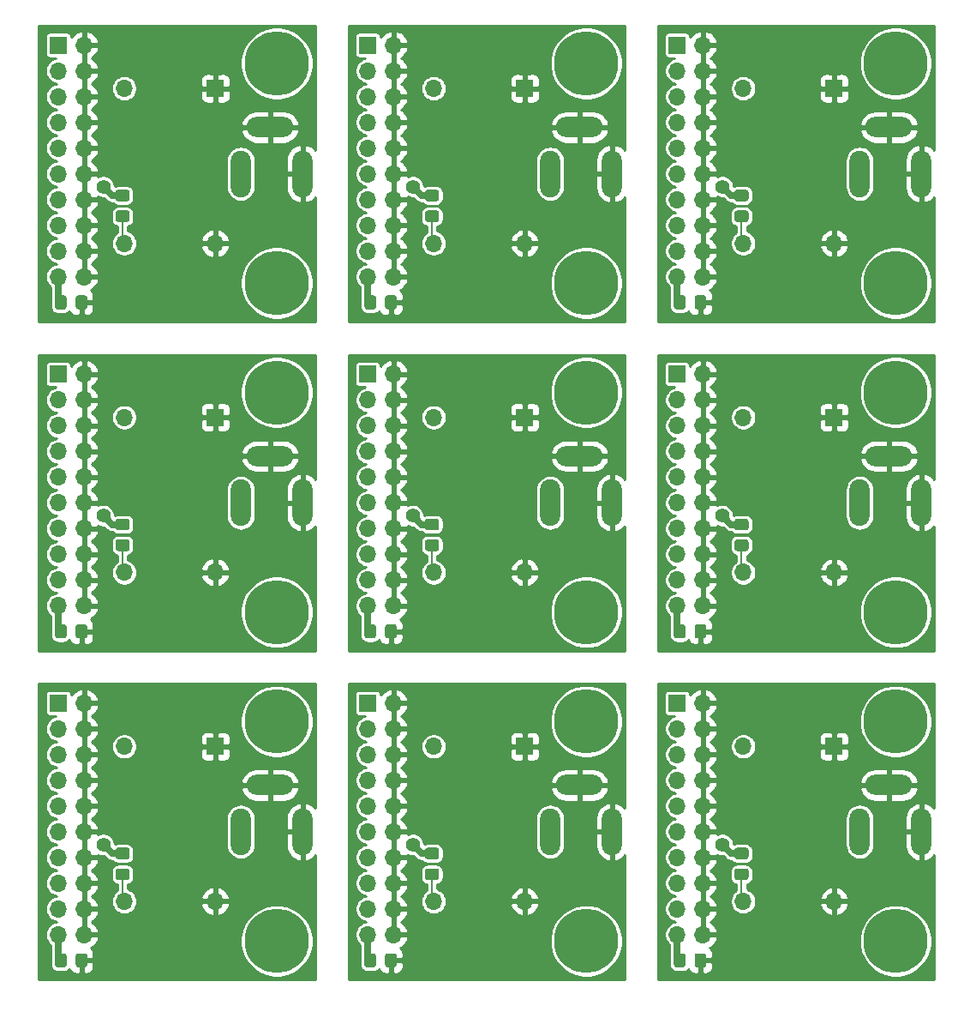
<source format=gbl>
%MOIN*%
%OFA0B0*%
%FSLAX46Y46*%
%IPPOS*%
%LPD*%
%ADD10C,0.25*%
%ADD11O,0.07874015748031496X0.18110236220472439*%
%ADD12O,0.18110236220472439X0.07874015748031496*%
%ADD13R,0.066929133858267723X0.066929133858267723*%
%ADD14O,0.066929133858267723X0.066929133858267723*%
%ADD15C,0.035*%
%ADD16C,0.055000000000000007*%
%ADD17C,0.025*%
%ADD18C,0.008*%
%ADD19C,0.01*%
%ADD20C,0.005905511811023622*%
%ADD31C,0.25*%
%ADD32O,0.07874015748031496X0.18110236220472439*%
%ADD33O,0.18110236220472439X0.07874015748031496*%
%ADD34R,0.066929133858267723X0.066929133858267723*%
%ADD35O,0.066929133858267723X0.066929133858267723*%
%ADD36C,0.035*%
%ADD37C,0.055000000000000007*%
%ADD38C,0.025*%
%ADD39C,0.008*%
%ADD40C,0.01*%
%ADD41C,0.005905511811023622*%
%ADD42C,0.25*%
%ADD43O,0.07874015748031496X0.18110236220472439*%
%ADD44O,0.18110236220472439X0.07874015748031496*%
%ADD45R,0.066929133858267723X0.066929133858267723*%
%ADD46O,0.066929133858267723X0.066929133858267723*%
%ADD47C,0.035*%
%ADD48C,0.055000000000000007*%
%ADD49C,0.025*%
%ADD50C,0.008*%
%ADD51C,0.01*%
%ADD52C,0.005905511811023622*%
%ADD53C,0.25*%
%ADD54O,0.07874015748031496X0.18110236220472439*%
%ADD55O,0.18110236220472439X0.07874015748031496*%
%ADD56R,0.066929133858267723X0.066929133858267723*%
%ADD57O,0.066929133858267723X0.066929133858267723*%
%ADD58C,0.035*%
%ADD59C,0.055000000000000007*%
%ADD60C,0.025*%
%ADD61C,0.008*%
%ADD62C,0.01*%
%ADD63C,0.005905511811023622*%
%ADD64C,0.25*%
%ADD65O,0.07874015748031496X0.18110236220472439*%
%ADD66O,0.18110236220472439X0.07874015748031496*%
%ADD67R,0.066929133858267723X0.066929133858267723*%
%ADD68O,0.066929133858267723X0.066929133858267723*%
%ADD69C,0.035*%
%ADD70C,0.055000000000000007*%
%ADD71C,0.025*%
%ADD72C,0.008*%
%ADD73C,0.01*%
%ADD74C,0.005905511811023622*%
%ADD75C,0.25*%
%ADD76O,0.07874015748031496X0.18110236220472439*%
%ADD77O,0.18110236220472439X0.07874015748031496*%
%ADD78R,0.066929133858267723X0.066929133858267723*%
%ADD79O,0.066929133858267723X0.066929133858267723*%
%ADD80C,0.035*%
%ADD81C,0.055000000000000007*%
%ADD82C,0.025*%
%ADD83C,0.008*%
%ADD84C,0.01*%
%ADD85C,0.005905511811023622*%
%ADD86C,0.25*%
%ADD87O,0.07874015748031496X0.18110236220472439*%
%ADD88O,0.18110236220472439X0.07874015748031496*%
%ADD89R,0.066929133858267723X0.066929133858267723*%
%ADD90O,0.066929133858267723X0.066929133858267723*%
%ADD91C,0.035*%
%ADD92C,0.055000000000000007*%
%ADD93C,0.025*%
%ADD94C,0.008*%
%ADD95C,0.01*%
%ADD96C,0.005905511811023622*%
%ADD97C,0.25*%
%ADD98O,0.07874015748031496X0.18110236220472439*%
%ADD99O,0.18110236220472439X0.07874015748031496*%
%ADD100R,0.066929133858267723X0.066929133858267723*%
%ADD101O,0.066929133858267723X0.066929133858267723*%
%ADD102C,0.035*%
%ADD103C,0.055000000000000007*%
%ADD104C,0.025*%
%ADD105C,0.008*%
%ADD106C,0.01*%
%ADD107C,0.005905511811023622*%
%ADD108C,0.25*%
%ADD109O,0.07874015748031496X0.18110236220472439*%
%ADD110O,0.18110236220472439X0.07874015748031496*%
%ADD111R,0.066929133858267723X0.066929133858267723*%
%ADD112O,0.066929133858267723X0.066929133858267723*%
%ADD113C,0.035*%
%ADD114C,0.055000000000000007*%
%ADD115C,0.025*%
%ADD116C,0.008*%
%ADD117C,0.01*%
%ADD118C,0.005905511811023622*%
G01*
G36*
G01*
X0000332283Y0000537992D02*
X0000367716Y0000537992D01*
G75*
G02*
X0000377559Y0000528149J-0000009842D01*
G01*
X0000377559Y0000502559D01*
G75*
G02*
X0000367716Y0000492716I-0000009842D01*
G01*
X0000332283Y0000492716D01*
G75*
G02*
X0000322440Y0000502559J0000009842D01*
G01*
X0000322440Y0000528149D01*
G75*
G02*
X0000332283Y0000537992I0000009842D01*
G01*
G37*
G36*
G01*
X0000332283Y0000457283D02*
X0000367716Y0000457283D01*
G75*
G02*
X0000377559Y0000447440J-0000009842D01*
G01*
X0000377559Y0000421850D01*
G75*
G02*
X0000367716Y0000412007I-0000009842D01*
G01*
X0000332283Y0000412007D01*
G75*
G02*
X0000322440Y0000421850J0000009842D01*
G01*
X0000322440Y0000447440D01*
G75*
G02*
X0000332283Y0000457283I0000009842D01*
G01*
G37*
D10*
X0000949999Y0000175000D03*
X0000949999Y0001028818D03*
G36*
G01*
X0000087007Y0000082283D02*
X0000087007Y0000117716D01*
G75*
G02*
X0000096850Y0000127559I0000009842D01*
G01*
X0000122440Y0000127559D01*
G75*
G02*
X0000132283Y0000117716J-0000009842D01*
G01*
X0000132283Y0000082283D01*
G75*
G02*
X0000122440Y0000072440I-0000009842D01*
G01*
X0000096850Y0000072440D01*
G75*
G02*
X0000087007Y0000082283J0000009842D01*
G01*
G37*
G36*
G01*
X0000167716Y0000082283D02*
X0000167716Y0000117716D01*
G75*
G02*
X0000177559Y0000127559I0000009842D01*
G01*
X0000203149Y0000127559D01*
G75*
G02*
X0000212992Y0000117716J-0000009842D01*
G01*
X0000212992Y0000082283D01*
G75*
G02*
X0000203149Y0000072440I-0000009842D01*
G01*
X0000177559Y0000072440D01*
G75*
G02*
X0000167716Y0000082283J0000009842D01*
G01*
G37*
D11*
X0001050000Y0000600000D03*
X0000809842Y0000600000D03*
D12*
X0000924015Y0000781102D03*
D13*
X0000710629Y0000931692D03*
D14*
X0000710629Y0000329330D03*
X0000356299Y0000931692D03*
X0000356299Y0000329330D03*
D13*
X0000100000Y0001100000D03*
D14*
X0000199999Y0001100000D03*
X0000100000Y0001000000D03*
X0000199999Y0001000000D03*
X0000100000Y0000900000D03*
X0000199999Y0000900000D03*
X0000100000Y0000800000D03*
X0000199999Y0000800000D03*
X0000100000Y0000700000D03*
X0000199999Y0000700000D03*
X0000100000Y0000600000D03*
X0000199999Y0000600000D03*
X0000100000Y0000500000D03*
X0000199999Y0000500000D03*
X0000100000Y0000400000D03*
X0000199999Y0000400000D03*
X0000100000Y0000300000D03*
X0000199999Y0000300000D03*
X0000100000Y0000200000D03*
X0000199999Y0000200000D03*
D15*
X0000549999Y0001075000D03*
X0000775000Y0001075000D03*
X0000450000Y0000075000D03*
X0000749999Y0000149999D03*
D16*
X0000274999Y0000549999D03*
D17*
X0000100000Y0000109645D02*
X0000109645Y0000099999D01*
X0000100000Y0000200000D02*
X0000100000Y0000109645D01*
X0000309645Y0000515354D02*
X0000274999Y0000549999D01*
X0000350000Y0000515354D02*
X0000309645Y0000515354D01*
D18*
X0000350000Y0000335629D02*
X0000356299Y0000329330D01*
X0000350000Y0000434645D02*
X0000350000Y0000335629D01*
D19*
X0001100500Y0000691354D02*
X0001091980Y0000700233D01*
X0001081604Y0000707480D01*
X0001070013Y0000712564D01*
X0001064977Y0000713784D01*
X0001054999Y0000709085D01*
X0001054999Y0000605000D01*
X0001055787Y0000605000D01*
X0001055787Y0000595000D01*
X0001054999Y0000595000D01*
X0001054999Y0000490914D01*
X0001064977Y0000486215D01*
X0001070013Y0000487435D01*
X0001081604Y0000492519D01*
X0001091980Y0000499766D01*
X0001100500Y0000508645D01*
X0001100500Y0000024499D01*
X0000024499Y0000024499D01*
X0000024499Y0001133464D01*
X0000049453Y0001133464D01*
X0000049453Y0001066535D01*
X0000049781Y0001063202D01*
X0000050753Y0001059998D01*
X0000052332Y0001057045D01*
X0000054456Y0001054456D01*
X0000057045Y0001052332D01*
X0000059998Y0001050753D01*
X0000063202Y0001049781D01*
X0000066535Y0001049453D01*
X0000089945Y0001049453D01*
X0000085280Y0001048525D01*
X0000076096Y0001044721D01*
X0000067830Y0001039198D01*
X0000060801Y0001032169D01*
X0000055278Y0001023903D01*
X0000051474Y0001014719D01*
X0000049535Y0001004970D01*
X0000049535Y0000995029D01*
X0000051474Y0000985280D01*
X0000055278Y0000976096D01*
X0000060801Y0000967830D01*
X0000067830Y0000960801D01*
X0000076096Y0000955278D01*
X0000085280Y0000951474D01*
X0000092694Y0000950000D01*
X0000085280Y0000948525D01*
X0000076096Y0000944721D01*
X0000067830Y0000939198D01*
X0000060801Y0000932169D01*
X0000055278Y0000923903D01*
X0000051474Y0000914719D01*
X0000049535Y0000904970D01*
X0000049535Y0000895029D01*
X0000051474Y0000885280D01*
X0000055278Y0000876096D01*
X0000060801Y0000867830D01*
X0000067830Y0000860801D01*
X0000076096Y0000855278D01*
X0000085280Y0000851474D01*
X0000092694Y0000850000D01*
X0000085280Y0000848525D01*
X0000076096Y0000844721D01*
X0000067830Y0000839198D01*
X0000060801Y0000832169D01*
X0000055278Y0000823903D01*
X0000051474Y0000814719D01*
X0000049535Y0000804970D01*
X0000049535Y0000795029D01*
X0000051474Y0000785280D01*
X0000055278Y0000776096D01*
X0000060801Y0000767830D01*
X0000067830Y0000760801D01*
X0000076096Y0000755278D01*
X0000085280Y0000751474D01*
X0000092694Y0000750000D01*
X0000085280Y0000748525D01*
X0000076096Y0000744721D01*
X0000067830Y0000739198D01*
X0000060801Y0000732169D01*
X0000055278Y0000723903D01*
X0000051474Y0000714719D01*
X0000049535Y0000704970D01*
X0000049535Y0000695029D01*
X0000051474Y0000685280D01*
X0000055278Y0000676096D01*
X0000060801Y0000667830D01*
X0000067830Y0000660801D01*
X0000076096Y0000655278D01*
X0000085280Y0000651474D01*
X0000092694Y0000649999D01*
X0000085280Y0000648525D01*
X0000076096Y0000644721D01*
X0000067830Y0000639198D01*
X0000060801Y0000632169D01*
X0000055278Y0000623903D01*
X0000051474Y0000614719D01*
X0000049535Y0000604970D01*
X0000049535Y0000595029D01*
X0000051474Y0000585280D01*
X0000055278Y0000576096D01*
X0000060801Y0000567830D01*
X0000067830Y0000560801D01*
X0000076096Y0000555278D01*
X0000085280Y0000551474D01*
X0000092694Y0000549999D01*
X0000085280Y0000548525D01*
X0000076096Y0000544721D01*
X0000067830Y0000539198D01*
X0000060801Y0000532169D01*
X0000055278Y0000523903D01*
X0000051474Y0000514719D01*
X0000049535Y0000504970D01*
X0000049535Y0000495029D01*
X0000051474Y0000485280D01*
X0000055278Y0000476096D01*
X0000060801Y0000467830D01*
X0000067830Y0000460801D01*
X0000076096Y0000455278D01*
X0000085280Y0000451474D01*
X0000092694Y0000450000D01*
X0000085280Y0000448525D01*
X0000076096Y0000444721D01*
X0000067830Y0000439198D01*
X0000060801Y0000432169D01*
X0000055278Y0000423903D01*
X0000051474Y0000414719D01*
X0000049535Y0000404970D01*
X0000049535Y0000395029D01*
X0000051474Y0000385280D01*
X0000055278Y0000376096D01*
X0000060801Y0000367830D01*
X0000067830Y0000360801D01*
X0000076096Y0000355278D01*
X0000085280Y0000351474D01*
X0000092694Y0000350000D01*
X0000085280Y0000348525D01*
X0000076096Y0000344721D01*
X0000067830Y0000339198D01*
X0000060801Y0000332169D01*
X0000055278Y0000323903D01*
X0000051474Y0000314719D01*
X0000049535Y0000304970D01*
X0000049535Y0000295029D01*
X0000051474Y0000285280D01*
X0000055278Y0000276096D01*
X0000060801Y0000267830D01*
X0000067830Y0000260801D01*
X0000076096Y0000255278D01*
X0000085280Y0000251474D01*
X0000092694Y0000250000D01*
X0000085280Y0000248525D01*
X0000076096Y0000244721D01*
X0000067830Y0000239198D01*
X0000060801Y0000232169D01*
X0000055278Y0000223903D01*
X0000051474Y0000214719D01*
X0000049535Y0000204970D01*
X0000049535Y0000195029D01*
X0000051474Y0000185280D01*
X0000055278Y0000176096D01*
X0000060801Y0000167830D01*
X0000067830Y0000160801D01*
X0000070500Y0000159018D01*
X0000070500Y0000123157D01*
X0000070442Y0000122969D01*
X0000069925Y0000117716D01*
X0000069925Y0000082283D01*
X0000070442Y0000077030D01*
X0000071975Y0000071979D01*
X0000074463Y0000067324D01*
X0000077811Y0000063244D01*
X0000081891Y0000059896D01*
X0000086546Y0000057408D01*
X0000091597Y0000055876D01*
X0000096850Y0000055358D01*
X0000122440Y0000055358D01*
X0000127693Y0000055876D01*
X0000132744Y0000057408D01*
X0000137399Y0000059896D01*
X0000141479Y0000063244D01*
X0000143598Y0000065826D01*
X0000144507Y0000062827D01*
X0000146829Y0000058484D01*
X0000149953Y0000054677D01*
X0000153760Y0000051553D01*
X0000158103Y0000049232D01*
X0000162815Y0000047802D01*
X0000167716Y0000047319D01*
X0000179104Y0000047440D01*
X0000185354Y0000053690D01*
X0000185354Y0000095000D01*
X0000195354Y0000095000D01*
X0000195354Y0000053690D01*
X0000201604Y0000047440D01*
X0000212992Y0000047319D01*
X0000217892Y0000047802D01*
X0000222605Y0000049232D01*
X0000226948Y0000051553D01*
X0000230755Y0000054677D01*
X0000233879Y0000058484D01*
X0000236200Y0000062827D01*
X0000237630Y0000067540D01*
X0000238113Y0000072440D01*
X0000237992Y0000088749D01*
X0000231742Y0000095000D01*
X0000195354Y0000095000D01*
X0000185354Y0000095000D01*
X0000184566Y0000095000D01*
X0000184566Y0000105000D01*
X0000185354Y0000105000D01*
X0000185354Y0000105787D01*
X0000195354Y0000105787D01*
X0000195354Y0000105000D01*
X0000231742Y0000105000D01*
X0000237992Y0000111249D01*
X0000238113Y0000127559D01*
X0000237630Y0000132459D01*
X0000236200Y0000137172D01*
X0000233879Y0000141515D01*
X0000230755Y0000145322D01*
X0000227031Y0000148378D01*
X0000234698Y0000152945D01*
X0000243212Y0000160619D01*
X0000250064Y0000169806D01*
X0000254993Y0000180153D01*
X0000256751Y0000185949D01*
X0000255148Y0000188985D01*
X0000808000Y0000188985D01*
X0000808000Y0000161014D01*
X0000813456Y0000133580D01*
X0000824161Y0000107737D01*
X0000839701Y0000084480D01*
X0000859480Y0000064701D01*
X0000882737Y0000049161D01*
X0000908580Y0000038456D01*
X0000936014Y0000033000D01*
X0000963985Y0000033000D01*
X0000991419Y0000038456D01*
X0001017262Y0000049161D01*
X0001040519Y0000064701D01*
X0001060298Y0000084480D01*
X0001075838Y0000107737D01*
X0001086542Y0000133580D01*
X0001092000Y0000161014D01*
X0001092000Y0000188985D01*
X0001086542Y0000216419D01*
X0001075838Y0000242262D01*
X0001060298Y0000265519D01*
X0001040519Y0000285298D01*
X0001017262Y0000300838D01*
X0000991419Y0000311543D01*
X0000963985Y0000317000D01*
X0000936014Y0000317000D01*
X0000908580Y0000311543D01*
X0000882737Y0000300838D01*
X0000859480Y0000285298D01*
X0000839701Y0000265519D01*
X0000824161Y0000242262D01*
X0000813456Y0000216419D01*
X0000808000Y0000188985D01*
X0000255148Y0000188985D01*
X0000251974Y0000194999D01*
X0000204999Y0000194999D01*
X0000204999Y0000194212D01*
X0000195000Y0000194212D01*
X0000195000Y0000194999D01*
X0000194212Y0000194999D01*
X0000194212Y0000205000D01*
X0000195000Y0000205000D01*
X0000195000Y0000295000D01*
X0000204999Y0000295000D01*
X0000204999Y0000205000D01*
X0000251974Y0000205000D01*
X0000256751Y0000214050D01*
X0000254993Y0000219846D01*
X0000250064Y0000230193D01*
X0000243212Y0000239380D01*
X0000234698Y0000247054D01*
X0000229753Y0000250000D01*
X0000234698Y0000252945D01*
X0000243212Y0000260619D01*
X0000250064Y0000269806D01*
X0000254993Y0000280153D01*
X0000256751Y0000285949D01*
X0000251974Y0000295000D01*
X0000204999Y0000295000D01*
X0000195000Y0000295000D01*
X0000194212Y0000295000D01*
X0000194212Y0000305000D01*
X0000195000Y0000305000D01*
X0000195000Y0000395000D01*
X0000204999Y0000395000D01*
X0000204999Y0000305000D01*
X0000251974Y0000305000D01*
X0000256751Y0000314050D01*
X0000254993Y0000319846D01*
X0000250064Y0000330193D01*
X0000243212Y0000339380D01*
X0000234698Y0000347054D01*
X0000229753Y0000350000D01*
X0000234698Y0000352945D01*
X0000243212Y0000360619D01*
X0000250064Y0000369806D01*
X0000254993Y0000380153D01*
X0000256751Y0000385949D01*
X0000251974Y0000395000D01*
X0000204999Y0000395000D01*
X0000195000Y0000395000D01*
X0000194212Y0000395000D01*
X0000194212Y0000404999D01*
X0000195000Y0000404999D01*
X0000195000Y0000495000D01*
X0000204999Y0000495000D01*
X0000204999Y0000404999D01*
X0000251974Y0000404999D01*
X0000256751Y0000414050D01*
X0000254993Y0000419846D01*
X0000250064Y0000430193D01*
X0000243212Y0000439380D01*
X0000234698Y0000447054D01*
X0000234049Y0000447440D01*
X0000305358Y0000447440D01*
X0000305358Y0000421850D01*
X0000305876Y0000416597D01*
X0000307408Y0000411546D01*
X0000309896Y0000406891D01*
X0000313244Y0000402811D01*
X0000317324Y0000399463D01*
X0000321979Y0000396975D01*
X0000327030Y0000395442D01*
X0000329000Y0000395249D01*
X0000329000Y0000371783D01*
X0000324129Y0000368529D01*
X0000317100Y0000361500D01*
X0000311578Y0000353234D01*
X0000307773Y0000344050D01*
X0000305834Y0000334301D01*
X0000305834Y0000324360D01*
X0000307773Y0000314610D01*
X0000311578Y0000305426D01*
X0000317100Y0000297161D01*
X0000324129Y0000290132D01*
X0000332395Y0000284609D01*
X0000341579Y0000280805D01*
X0000351328Y0000278866D01*
X0000361269Y0000278866D01*
X0000371019Y0000280805D01*
X0000380203Y0000284609D01*
X0000388468Y0000290132D01*
X0000395497Y0000297161D01*
X0000401020Y0000305426D01*
X0000404824Y0000314610D01*
X0000404957Y0000315279D01*
X0000653878Y0000315279D01*
X0000657710Y0000304478D01*
X0000663575Y0000294631D01*
X0000671249Y0000286118D01*
X0000680436Y0000279266D01*
X0000690783Y0000274337D01*
X0000696579Y0000272579D01*
X0000705629Y0000277356D01*
X0000705629Y0000324330D01*
X0000715629Y0000324330D01*
X0000715629Y0000277356D01*
X0000724680Y0000272579D01*
X0000730476Y0000274337D01*
X0000740823Y0000279266D01*
X0000750010Y0000286118D01*
X0000757684Y0000294631D01*
X0000763549Y0000304478D01*
X0000767381Y0000315279D01*
X0000762630Y0000324330D01*
X0000715629Y0000324330D01*
X0000705629Y0000324330D01*
X0000658629Y0000324330D01*
X0000653878Y0000315279D01*
X0000404957Y0000315279D01*
X0000406763Y0000324360D01*
X0000406763Y0000334301D01*
X0000404957Y0000343381D01*
X0000653878Y0000343381D01*
X0000658629Y0000334330D01*
X0000705629Y0000334330D01*
X0000705629Y0000381305D01*
X0000715629Y0000381305D01*
X0000715629Y0000334330D01*
X0000762630Y0000334330D01*
X0000767381Y0000343381D01*
X0000763549Y0000354183D01*
X0000757684Y0000364029D01*
X0000750010Y0000372542D01*
X0000740823Y0000379395D01*
X0000730476Y0000384323D01*
X0000724680Y0000386081D01*
X0000715629Y0000381305D01*
X0000705629Y0000381305D01*
X0000696579Y0000386081D01*
X0000690783Y0000384323D01*
X0000680436Y0000379395D01*
X0000671249Y0000372542D01*
X0000663575Y0000364029D01*
X0000657710Y0000354183D01*
X0000653878Y0000343381D01*
X0000404957Y0000343381D01*
X0000404824Y0000344050D01*
X0000401020Y0000353234D01*
X0000395497Y0000361500D01*
X0000388468Y0000368529D01*
X0000380203Y0000374051D01*
X0000371019Y0000377855D01*
X0000371000Y0000377859D01*
X0000371000Y0000395249D01*
X0000372969Y0000395442D01*
X0000378020Y0000396975D01*
X0000382675Y0000399463D01*
X0000386755Y0000402811D01*
X0000390103Y0000406891D01*
X0000392591Y0000411546D01*
X0000394123Y0000416597D01*
X0000394641Y0000421850D01*
X0000394641Y0000447440D01*
X0000394123Y0000452693D01*
X0000392591Y0000457744D01*
X0000390103Y0000462399D01*
X0000386755Y0000466479D01*
X0000382675Y0000469828D01*
X0000378020Y0000472316D01*
X0000372969Y0000473848D01*
X0000367716Y0000474365D01*
X0000332283Y0000474365D01*
X0000327030Y0000473848D01*
X0000321979Y0000472316D01*
X0000317324Y0000469828D01*
X0000313244Y0000466479D01*
X0000309896Y0000462399D01*
X0000307408Y0000457744D01*
X0000305876Y0000452693D01*
X0000305358Y0000447440D01*
X0000234049Y0000447440D01*
X0000229753Y0000450000D01*
X0000234698Y0000452945D01*
X0000243212Y0000460619D01*
X0000250064Y0000469806D01*
X0000254993Y0000480153D01*
X0000256751Y0000485949D01*
X0000251974Y0000495000D01*
X0000204999Y0000495000D01*
X0000195000Y0000495000D01*
X0000194212Y0000495000D01*
X0000194212Y0000505000D01*
X0000195000Y0000505000D01*
X0000195000Y0000595000D01*
X0000204999Y0000595000D01*
X0000204999Y0000505000D01*
X0000251974Y0000505000D01*
X0000254733Y0000510228D01*
X0000262019Y0000507210D01*
X0000270617Y0000505500D01*
X0000277780Y0000505500D01*
X0000287761Y0000495519D01*
X0000288685Y0000494393D01*
X0000289810Y0000493470D01*
X0000289810Y0000493470D01*
X0000293177Y0000490707D01*
X0000298301Y0000487968D01*
X0000303862Y0000486281D01*
X0000308196Y0000485854D01*
X0000308196Y0000485854D01*
X0000309645Y0000485711D01*
X0000311094Y0000485854D01*
X0000311329Y0000485854D01*
X0000313244Y0000483520D01*
X0000317324Y0000480171D01*
X0000321979Y0000477683D01*
X0000327030Y0000476151D01*
X0000332283Y0000475634D01*
X0000367716Y0000475634D01*
X0000372969Y0000476151D01*
X0000378020Y0000477683D01*
X0000382675Y0000480171D01*
X0000386755Y0000483520D01*
X0000390103Y0000487600D01*
X0000392591Y0000492255D01*
X0000394123Y0000497306D01*
X0000394641Y0000502559D01*
X0000394641Y0000528149D01*
X0000394123Y0000533402D01*
X0000392591Y0000538453D01*
X0000390103Y0000543108D01*
X0000387689Y0000546050D01*
X0000753472Y0000546050D01*
X0000754288Y0000537768D01*
X0000757511Y0000527142D01*
X0000762745Y0000517349D01*
X0000769790Y0000508766D01*
X0000778373Y0000501722D01*
X0000788166Y0000496487D01*
X0000798792Y0000493264D01*
X0000809842Y0000492176D01*
X0000820892Y0000493264D01*
X0000831518Y0000496487D01*
X0000841311Y0000501722D01*
X0000849895Y0000508766D01*
X0000856939Y0000517349D01*
X0000862173Y0000527142D01*
X0000865396Y0000537768D01*
X0000866212Y0000546050D01*
X0000866212Y0000595000D01*
X0000985629Y0000595000D01*
X0000985629Y0000543818D01*
X0000987842Y0000531357D01*
X0000992443Y0000519566D01*
X0000999256Y0000508899D01*
X0001008019Y0000499766D01*
X0001018395Y0000492519D01*
X0001029986Y0000487435D01*
X0001035022Y0000486215D01*
X0001044999Y0000490914D01*
X0001044999Y0000595000D01*
X0000985629Y0000595000D01*
X0000866212Y0000595000D01*
X0000866212Y0000653950D01*
X0000865992Y0000656181D01*
X0000985629Y0000656181D01*
X0000985629Y0000605000D01*
X0001044999Y0000605000D01*
X0001044999Y0000709085D01*
X0001035022Y0000713784D01*
X0001029986Y0000712564D01*
X0001018395Y0000707480D01*
X0001008019Y0000700233D01*
X0000999256Y0000691100D01*
X0000992443Y0000680433D01*
X0000987842Y0000668642D01*
X0000985629Y0000656181D01*
X0000865992Y0000656181D01*
X0000865396Y0000662231D01*
X0000862173Y0000672857D01*
X0000856939Y0000682650D01*
X0000849895Y0000691233D01*
X0000841311Y0000698277D01*
X0000831518Y0000703512D01*
X0000820892Y0000706735D01*
X0000809842Y0000707823D01*
X0000798792Y0000706735D01*
X0000788166Y0000703512D01*
X0000778373Y0000698277D01*
X0000769790Y0000691233D01*
X0000762745Y0000682650D01*
X0000757511Y0000672857D01*
X0000754288Y0000662231D01*
X0000753472Y0000653950D01*
X0000753472Y0000546050D01*
X0000387689Y0000546050D01*
X0000386755Y0000547188D01*
X0000382675Y0000550536D01*
X0000378020Y0000553024D01*
X0000372969Y0000554556D01*
X0000367716Y0000555074D01*
X0000332283Y0000555074D01*
X0000327030Y0000554556D01*
X0000321979Y0000553024D01*
X0000319500Y0000551699D01*
X0000319500Y0000554382D01*
X0000317789Y0000562980D01*
X0000314435Y0000571078D01*
X0000309565Y0000578367D01*
X0000303367Y0000584565D01*
X0000296078Y0000589435D01*
X0000287980Y0000592789D01*
X0000279382Y0000594500D01*
X0000270617Y0000594500D01*
X0000262019Y0000592789D01*
X0000254733Y0000589771D01*
X0000251974Y0000595000D01*
X0000204999Y0000595000D01*
X0000195000Y0000595000D01*
X0000194212Y0000595000D01*
X0000194212Y0000605000D01*
X0000195000Y0000605000D01*
X0000195000Y0000695000D01*
X0000204999Y0000695000D01*
X0000204999Y0000605000D01*
X0000251974Y0000605000D01*
X0000256751Y0000614050D01*
X0000254993Y0000619846D01*
X0000250064Y0000630193D01*
X0000243212Y0000639380D01*
X0000234698Y0000647054D01*
X0000229753Y0000649999D01*
X0000234698Y0000652945D01*
X0000243212Y0000660619D01*
X0000250064Y0000669806D01*
X0000254993Y0000680153D01*
X0000256751Y0000685949D01*
X0000251974Y0000695000D01*
X0000204999Y0000695000D01*
X0000195000Y0000695000D01*
X0000194212Y0000695000D01*
X0000194212Y0000705000D01*
X0000195000Y0000705000D01*
X0000195000Y0000794999D01*
X0000204999Y0000794999D01*
X0000204999Y0000705000D01*
X0000251974Y0000705000D01*
X0000256751Y0000714050D01*
X0000254993Y0000719846D01*
X0000250064Y0000730193D01*
X0000243212Y0000739380D01*
X0000234698Y0000747054D01*
X0000229753Y0000750000D01*
X0000234698Y0000752945D01*
X0000243212Y0000760619D01*
X0000247318Y0000766124D01*
X0000810231Y0000766124D01*
X0000811451Y0000761088D01*
X0000816535Y0000749497D01*
X0000823782Y0000739121D01*
X0000832915Y0000730358D01*
X0000843581Y0000723545D01*
X0000855372Y0000718944D01*
X0000867834Y0000716732D01*
X0000919015Y0000716732D01*
X0000919015Y0000776102D01*
X0000929015Y0000776102D01*
X0000929015Y0000716732D01*
X0000980196Y0000716732D01*
X0000992658Y0000718944D01*
X0001004449Y0000723545D01*
X0001015116Y0000730358D01*
X0001024248Y0000739121D01*
X0001031496Y0000749497D01*
X0001036580Y0000761088D01*
X0001037800Y0000766124D01*
X0001033101Y0000776102D01*
X0000929015Y0000776102D01*
X0000919015Y0000776102D01*
X0000814930Y0000776102D01*
X0000810231Y0000766124D01*
X0000247318Y0000766124D01*
X0000250064Y0000769806D01*
X0000254993Y0000780153D01*
X0000256751Y0000785949D01*
X0000251974Y0000794999D01*
X0000204999Y0000794999D01*
X0000195000Y0000794999D01*
X0000194212Y0000794999D01*
X0000194212Y0000796080D01*
X0000810231Y0000796080D01*
X0000814930Y0000786102D01*
X0000919015Y0000786102D01*
X0000919015Y0000845472D01*
X0000929015Y0000845472D01*
X0000929015Y0000786102D01*
X0001033101Y0000786102D01*
X0001037800Y0000796080D01*
X0001036580Y0000801116D01*
X0001031496Y0000812707D01*
X0001024248Y0000823083D01*
X0001015116Y0000831846D01*
X0001004449Y0000838659D01*
X0000992658Y0000843260D01*
X0000980196Y0000845472D01*
X0000929015Y0000845472D01*
X0000919015Y0000845472D01*
X0000867834Y0000845472D01*
X0000855372Y0000843260D01*
X0000843581Y0000838659D01*
X0000832915Y0000831846D01*
X0000823782Y0000823083D01*
X0000816535Y0000812707D01*
X0000811451Y0000801116D01*
X0000810231Y0000796080D01*
X0000194212Y0000796080D01*
X0000194212Y0000805000D01*
X0000195000Y0000805000D01*
X0000195000Y0000895000D01*
X0000204999Y0000895000D01*
X0000204999Y0000805000D01*
X0000251974Y0000805000D01*
X0000256751Y0000814050D01*
X0000254993Y0000819846D01*
X0000250064Y0000830193D01*
X0000243212Y0000839380D01*
X0000234698Y0000847054D01*
X0000229753Y0000850000D01*
X0000234698Y0000852945D01*
X0000243212Y0000860619D01*
X0000250064Y0000869806D01*
X0000254993Y0000880153D01*
X0000256751Y0000885949D01*
X0000251974Y0000895000D01*
X0000204999Y0000895000D01*
X0000195000Y0000895000D01*
X0000194212Y0000895000D01*
X0000194212Y0000905000D01*
X0000195000Y0000905000D01*
X0000195000Y0000995000D01*
X0000204999Y0000995000D01*
X0000204999Y0000905000D01*
X0000251974Y0000905000D01*
X0000256751Y0000914050D01*
X0000254993Y0000919846D01*
X0000250064Y0000930193D01*
X0000245239Y0000936663D01*
X0000305834Y0000936663D01*
X0000305834Y0000926722D01*
X0000307773Y0000916972D01*
X0000311578Y0000907788D01*
X0000317100Y0000899523D01*
X0000324129Y0000892494D01*
X0000332395Y0000886971D01*
X0000341579Y0000883167D01*
X0000351328Y0000881228D01*
X0000361269Y0000881228D01*
X0000371019Y0000883167D01*
X0000380203Y0000886971D01*
X0000388468Y0000892494D01*
X0000394202Y0000898228D01*
X0000652044Y0000898228D01*
X0000652527Y0000893327D01*
X0000653956Y0000888614D01*
X0000656278Y0000884271D01*
X0000659402Y0000880465D01*
X0000663208Y0000877341D01*
X0000667551Y0000875019D01*
X0000672264Y0000873590D01*
X0000677165Y0000873107D01*
X0000699379Y0000873228D01*
X0000705629Y0000879478D01*
X0000705629Y0000926692D01*
X0000715629Y0000926692D01*
X0000715629Y0000879478D01*
X0000721879Y0000873228D01*
X0000744094Y0000873107D01*
X0000748995Y0000873590D01*
X0000753707Y0000875019D01*
X0000758050Y0000877341D01*
X0000761857Y0000880465D01*
X0000764981Y0000884271D01*
X0000767303Y0000888614D01*
X0000768732Y0000893327D01*
X0000769215Y0000898228D01*
X0000769094Y0000920442D01*
X0000762844Y0000926692D01*
X0000715629Y0000926692D01*
X0000705629Y0000926692D01*
X0000658415Y0000926692D01*
X0000652165Y0000920442D01*
X0000652044Y0000898228D01*
X0000394202Y0000898228D01*
X0000395497Y0000899523D01*
X0000401020Y0000907788D01*
X0000404824Y0000916972D01*
X0000406763Y0000926722D01*
X0000406763Y0000936663D01*
X0000404824Y0000946412D01*
X0000401020Y0000955596D01*
X0000395497Y0000963862D01*
X0000394202Y0000965157D01*
X0000652044Y0000965157D01*
X0000652165Y0000942942D01*
X0000658415Y0000936692D01*
X0000705629Y0000936692D01*
X0000705629Y0000983907D01*
X0000715629Y0000983907D01*
X0000715629Y0000936692D01*
X0000762844Y0000936692D01*
X0000769094Y0000942942D01*
X0000769215Y0000965157D01*
X0000768732Y0000970058D01*
X0000767303Y0000974770D01*
X0000764981Y0000979113D01*
X0000761857Y0000982920D01*
X0000758050Y0000986044D01*
X0000753707Y0000988366D01*
X0000748995Y0000989795D01*
X0000744094Y0000990278D01*
X0000721879Y0000990157D01*
X0000715629Y0000983907D01*
X0000705629Y0000983907D01*
X0000699379Y0000990157D01*
X0000677165Y0000990278D01*
X0000672264Y0000989795D01*
X0000667551Y0000988366D01*
X0000663208Y0000986044D01*
X0000659402Y0000982920D01*
X0000656278Y0000979113D01*
X0000653956Y0000974770D01*
X0000652527Y0000970058D01*
X0000652044Y0000965157D01*
X0000394202Y0000965157D01*
X0000388468Y0000970891D01*
X0000380203Y0000976414D01*
X0000371019Y0000980218D01*
X0000361269Y0000982157D01*
X0000351328Y0000982157D01*
X0000341579Y0000980218D01*
X0000332395Y0000976414D01*
X0000324129Y0000970891D01*
X0000317100Y0000963862D01*
X0000311578Y0000955596D01*
X0000307773Y0000946412D01*
X0000305834Y0000936663D01*
X0000245239Y0000936663D01*
X0000243212Y0000939380D01*
X0000234698Y0000947054D01*
X0000229753Y0000950000D01*
X0000234698Y0000952945D01*
X0000243212Y0000960619D01*
X0000250064Y0000969806D01*
X0000254993Y0000980153D01*
X0000256751Y0000985949D01*
X0000251974Y0000995000D01*
X0000204999Y0000995000D01*
X0000195000Y0000995000D01*
X0000194212Y0000995000D01*
X0000194212Y0001005000D01*
X0000195000Y0001005000D01*
X0000195000Y0001095000D01*
X0000204999Y0001095000D01*
X0000204999Y0001005000D01*
X0000251974Y0001005000D01*
X0000256751Y0001014050D01*
X0000254993Y0001019846D01*
X0000250064Y0001030193D01*
X0000243212Y0001039380D01*
X0000239413Y0001042804D01*
X0000808000Y0001042804D01*
X0000808000Y0001014833D01*
X0000813456Y0000987399D01*
X0000824161Y0000961556D01*
X0000839701Y0000938299D01*
X0000859480Y0000918520D01*
X0000882737Y0000902980D01*
X0000908580Y0000892275D01*
X0000936014Y0000886818D01*
X0000963985Y0000886818D01*
X0000991419Y0000892275D01*
X0001017262Y0000902980D01*
X0001040519Y0000918520D01*
X0001060298Y0000938299D01*
X0001075838Y0000961556D01*
X0001086542Y0000987399D01*
X0001092000Y0001014833D01*
X0001092000Y0001042804D01*
X0001086542Y0001070238D01*
X0001075838Y0001096081D01*
X0001060298Y0001119338D01*
X0001040519Y0001139117D01*
X0001017262Y0001154657D01*
X0000991419Y0001165361D01*
X0000963985Y0001170818D01*
X0000936014Y0001170818D01*
X0000908580Y0001165361D01*
X0000882737Y0001154657D01*
X0000859480Y0001139117D01*
X0000839701Y0001119338D01*
X0000824161Y0001096081D01*
X0000813456Y0001070238D01*
X0000808000Y0001042804D01*
X0000239413Y0001042804D01*
X0000234698Y0001047054D01*
X0000229753Y0001050000D01*
X0000234698Y0001052945D01*
X0000243212Y0001060619D01*
X0000250064Y0001069806D01*
X0000254993Y0001080153D01*
X0000256751Y0001085949D01*
X0000251974Y0001095000D01*
X0000204999Y0001095000D01*
X0000195000Y0001095000D01*
X0000194212Y0001095000D01*
X0000194212Y0001105000D01*
X0000195000Y0001105000D01*
X0000195000Y0001152000D01*
X0000204999Y0001152000D01*
X0000204999Y0001105000D01*
X0000251974Y0001105000D01*
X0000256751Y0001114050D01*
X0000254993Y0001119846D01*
X0000250064Y0001130193D01*
X0000243212Y0001139380D01*
X0000234698Y0001147054D01*
X0000224852Y0001152919D01*
X0000214050Y0001156751D01*
X0000204999Y0001152000D01*
X0000195000Y0001152000D01*
X0000185949Y0001156751D01*
X0000175147Y0001152919D01*
X0000165300Y0001147054D01*
X0000156787Y0001139380D01*
X0000150546Y0001131013D01*
X0000150546Y0001133464D01*
X0000150218Y0001136797D01*
X0000149246Y0001140001D01*
X0000147667Y0001142954D01*
X0000145543Y0001145543D01*
X0000142954Y0001147667D01*
X0000140001Y0001149246D01*
X0000136797Y0001150218D01*
X0000133464Y0001150546D01*
X0000066535Y0001150546D01*
X0000063202Y0001150218D01*
X0000059998Y0001149246D01*
X0000057045Y0001147667D01*
X0000054456Y0001145543D01*
X0000052332Y0001142954D01*
X0000050753Y0001140001D01*
X0000049781Y0001136797D01*
X0000049453Y0001133464D01*
X0000024499Y0001133464D01*
X0000024499Y0001175500D01*
X0001100500Y0001175500D01*
X0001100500Y0000691354D01*
D20*
G36*
X0001100500Y0000691354D02*
G01*
X0001091980Y0000700233D01*
X0001081604Y0000707480D01*
X0001070013Y0000712564D01*
X0001064977Y0000713784D01*
X0001054999Y0000709085D01*
X0001054999Y0000605000D01*
X0001055787Y0000605000D01*
X0001055787Y0000595000D01*
X0001054999Y0000595000D01*
X0001054999Y0000490914D01*
X0001064977Y0000486215D01*
X0001070013Y0000487435D01*
X0001081604Y0000492519D01*
X0001091980Y0000499766D01*
X0001100500Y0000508645D01*
X0001100500Y0000024499D01*
X0000024499Y0000024499D01*
X0000024499Y0001133464D01*
X0000049453Y0001133464D01*
X0000049453Y0001066535D01*
X0000049781Y0001063202D01*
X0000050753Y0001059998D01*
X0000052332Y0001057045D01*
X0000054456Y0001054456D01*
X0000057045Y0001052332D01*
X0000059998Y0001050753D01*
X0000063202Y0001049781D01*
X0000066535Y0001049453D01*
X0000089945Y0001049453D01*
X0000085280Y0001048525D01*
X0000076096Y0001044721D01*
X0000067830Y0001039198D01*
X0000060801Y0001032169D01*
X0000055278Y0001023903D01*
X0000051474Y0001014719D01*
X0000049535Y0001004970D01*
X0000049535Y0000995029D01*
X0000051474Y0000985280D01*
X0000055278Y0000976096D01*
X0000060801Y0000967830D01*
X0000067830Y0000960801D01*
X0000076096Y0000955278D01*
X0000085280Y0000951474D01*
X0000092694Y0000950000D01*
X0000085280Y0000948525D01*
X0000076096Y0000944721D01*
X0000067830Y0000939198D01*
X0000060801Y0000932169D01*
X0000055278Y0000923903D01*
X0000051474Y0000914719D01*
X0000049535Y0000904970D01*
X0000049535Y0000895029D01*
X0000051474Y0000885280D01*
X0000055278Y0000876096D01*
X0000060801Y0000867830D01*
X0000067830Y0000860801D01*
X0000076096Y0000855278D01*
X0000085280Y0000851474D01*
X0000092694Y0000850000D01*
X0000085280Y0000848525D01*
X0000076096Y0000844721D01*
X0000067830Y0000839198D01*
X0000060801Y0000832169D01*
X0000055278Y0000823903D01*
X0000051474Y0000814719D01*
X0000049535Y0000804970D01*
X0000049535Y0000795029D01*
X0000051474Y0000785280D01*
X0000055278Y0000776096D01*
X0000060801Y0000767830D01*
X0000067830Y0000760801D01*
X0000076096Y0000755278D01*
X0000085280Y0000751474D01*
X0000092694Y0000750000D01*
X0000085280Y0000748525D01*
X0000076096Y0000744721D01*
X0000067830Y0000739198D01*
X0000060801Y0000732169D01*
X0000055278Y0000723903D01*
X0000051474Y0000714719D01*
X0000049535Y0000704970D01*
X0000049535Y0000695029D01*
X0000051474Y0000685280D01*
X0000055278Y0000676096D01*
X0000060801Y0000667830D01*
X0000067830Y0000660801D01*
X0000076096Y0000655278D01*
X0000085280Y0000651474D01*
X0000092694Y0000649999D01*
X0000085280Y0000648525D01*
X0000076096Y0000644721D01*
X0000067830Y0000639198D01*
X0000060801Y0000632169D01*
X0000055278Y0000623903D01*
X0000051474Y0000614719D01*
X0000049535Y0000604970D01*
X0000049535Y0000595029D01*
X0000051474Y0000585280D01*
X0000055278Y0000576096D01*
X0000060801Y0000567830D01*
X0000067830Y0000560801D01*
X0000076096Y0000555278D01*
X0000085280Y0000551474D01*
X0000092694Y0000549999D01*
X0000085280Y0000548525D01*
X0000076096Y0000544721D01*
X0000067830Y0000539198D01*
X0000060801Y0000532169D01*
X0000055278Y0000523903D01*
X0000051474Y0000514719D01*
X0000049535Y0000504970D01*
X0000049535Y0000495029D01*
X0000051474Y0000485280D01*
X0000055278Y0000476096D01*
X0000060801Y0000467830D01*
X0000067830Y0000460801D01*
X0000076096Y0000455278D01*
X0000085280Y0000451474D01*
X0000092694Y0000450000D01*
X0000085280Y0000448525D01*
X0000076096Y0000444721D01*
X0000067830Y0000439198D01*
X0000060801Y0000432169D01*
X0000055278Y0000423903D01*
X0000051474Y0000414719D01*
X0000049535Y0000404970D01*
X0000049535Y0000395029D01*
X0000051474Y0000385280D01*
X0000055278Y0000376096D01*
X0000060801Y0000367830D01*
X0000067830Y0000360801D01*
X0000076096Y0000355278D01*
X0000085280Y0000351474D01*
X0000092694Y0000350000D01*
X0000085280Y0000348525D01*
X0000076096Y0000344721D01*
X0000067830Y0000339198D01*
X0000060801Y0000332169D01*
X0000055278Y0000323903D01*
X0000051474Y0000314719D01*
X0000049535Y0000304970D01*
X0000049535Y0000295029D01*
X0000051474Y0000285280D01*
X0000055278Y0000276096D01*
X0000060801Y0000267830D01*
X0000067830Y0000260801D01*
X0000076096Y0000255278D01*
X0000085280Y0000251474D01*
X0000092694Y0000250000D01*
X0000085280Y0000248525D01*
X0000076096Y0000244721D01*
X0000067830Y0000239198D01*
X0000060801Y0000232169D01*
X0000055278Y0000223903D01*
X0000051474Y0000214719D01*
X0000049535Y0000204970D01*
X0000049535Y0000195029D01*
X0000051474Y0000185280D01*
X0000055278Y0000176096D01*
X0000060801Y0000167830D01*
X0000067830Y0000160801D01*
X0000070500Y0000159018D01*
X0000070500Y0000123157D01*
X0000070442Y0000122969D01*
X0000069925Y0000117716D01*
X0000069925Y0000082283D01*
X0000070442Y0000077030D01*
X0000071975Y0000071979D01*
X0000074463Y0000067324D01*
X0000077811Y0000063244D01*
X0000081891Y0000059896D01*
X0000086546Y0000057408D01*
X0000091597Y0000055876D01*
X0000096850Y0000055358D01*
X0000122440Y0000055358D01*
X0000127693Y0000055876D01*
X0000132744Y0000057408D01*
X0000137399Y0000059896D01*
X0000141479Y0000063244D01*
X0000143598Y0000065826D01*
X0000144507Y0000062827D01*
X0000146829Y0000058484D01*
X0000149953Y0000054677D01*
X0000153760Y0000051553D01*
X0000158103Y0000049232D01*
X0000162815Y0000047802D01*
X0000167716Y0000047319D01*
X0000179104Y0000047440D01*
X0000185354Y0000053690D01*
X0000185354Y0000095000D01*
X0000195354Y0000095000D01*
X0000195354Y0000053690D01*
X0000201604Y0000047440D01*
X0000212992Y0000047319D01*
X0000217892Y0000047802D01*
X0000222605Y0000049232D01*
X0000226948Y0000051553D01*
X0000230755Y0000054677D01*
X0000233879Y0000058484D01*
X0000236200Y0000062827D01*
X0000237630Y0000067540D01*
X0000238113Y0000072440D01*
X0000237992Y0000088749D01*
X0000231742Y0000095000D01*
X0000195354Y0000095000D01*
X0000185354Y0000095000D01*
X0000184566Y0000095000D01*
X0000184566Y0000105000D01*
X0000185354Y0000105000D01*
X0000185354Y0000105787D01*
X0000195354Y0000105787D01*
X0000195354Y0000105000D01*
X0000231742Y0000105000D01*
X0000237992Y0000111249D01*
X0000238113Y0000127559D01*
X0000237630Y0000132459D01*
X0000236200Y0000137172D01*
X0000233879Y0000141515D01*
X0000230755Y0000145322D01*
X0000227031Y0000148378D01*
X0000234698Y0000152945D01*
X0000243212Y0000160619D01*
X0000250064Y0000169806D01*
X0000254993Y0000180153D01*
X0000256751Y0000185949D01*
X0000255148Y0000188985D01*
X0000808000Y0000188985D01*
X0000808000Y0000161014D01*
X0000813456Y0000133580D01*
X0000824161Y0000107737D01*
X0000839701Y0000084480D01*
X0000859480Y0000064701D01*
X0000882737Y0000049161D01*
X0000908580Y0000038456D01*
X0000936014Y0000033000D01*
X0000963985Y0000033000D01*
X0000991419Y0000038456D01*
X0001017262Y0000049161D01*
X0001040519Y0000064701D01*
X0001060298Y0000084480D01*
X0001075838Y0000107737D01*
X0001086542Y0000133580D01*
X0001092000Y0000161014D01*
X0001092000Y0000188985D01*
X0001086542Y0000216419D01*
X0001075838Y0000242262D01*
X0001060298Y0000265519D01*
X0001040519Y0000285298D01*
X0001017262Y0000300838D01*
X0000991419Y0000311543D01*
X0000963985Y0000317000D01*
X0000936014Y0000317000D01*
X0000908580Y0000311543D01*
X0000882737Y0000300838D01*
X0000859480Y0000285298D01*
X0000839701Y0000265519D01*
X0000824161Y0000242262D01*
X0000813456Y0000216419D01*
X0000808000Y0000188985D01*
X0000255148Y0000188985D01*
X0000251974Y0000194999D01*
X0000204999Y0000194999D01*
X0000204999Y0000194212D01*
X0000195000Y0000194212D01*
X0000195000Y0000194999D01*
X0000194212Y0000194999D01*
X0000194212Y0000205000D01*
X0000195000Y0000205000D01*
X0000195000Y0000295000D01*
X0000204999Y0000295000D01*
X0000204999Y0000205000D01*
X0000251974Y0000205000D01*
X0000256751Y0000214050D01*
X0000254993Y0000219846D01*
X0000250064Y0000230193D01*
X0000243212Y0000239380D01*
X0000234698Y0000247054D01*
X0000229753Y0000250000D01*
X0000234698Y0000252945D01*
X0000243212Y0000260619D01*
X0000250064Y0000269806D01*
X0000254993Y0000280153D01*
X0000256751Y0000285949D01*
X0000251974Y0000295000D01*
X0000204999Y0000295000D01*
X0000195000Y0000295000D01*
X0000194212Y0000295000D01*
X0000194212Y0000305000D01*
X0000195000Y0000305000D01*
X0000195000Y0000395000D01*
X0000204999Y0000395000D01*
X0000204999Y0000305000D01*
X0000251974Y0000305000D01*
X0000256751Y0000314050D01*
X0000254993Y0000319846D01*
X0000250064Y0000330193D01*
X0000243212Y0000339380D01*
X0000234698Y0000347054D01*
X0000229753Y0000350000D01*
X0000234698Y0000352945D01*
X0000243212Y0000360619D01*
X0000250064Y0000369806D01*
X0000254993Y0000380153D01*
X0000256751Y0000385949D01*
X0000251974Y0000395000D01*
X0000204999Y0000395000D01*
X0000195000Y0000395000D01*
X0000194212Y0000395000D01*
X0000194212Y0000404999D01*
X0000195000Y0000404999D01*
X0000195000Y0000495000D01*
X0000204999Y0000495000D01*
X0000204999Y0000404999D01*
X0000251974Y0000404999D01*
X0000256751Y0000414050D01*
X0000254993Y0000419846D01*
X0000250064Y0000430193D01*
X0000243212Y0000439380D01*
X0000234698Y0000447054D01*
X0000234049Y0000447440D01*
X0000305358Y0000447440D01*
X0000305358Y0000421850D01*
X0000305876Y0000416597D01*
X0000307408Y0000411546D01*
X0000309896Y0000406891D01*
X0000313244Y0000402811D01*
X0000317324Y0000399463D01*
X0000321979Y0000396975D01*
X0000327030Y0000395442D01*
X0000329000Y0000395249D01*
X0000329000Y0000371783D01*
X0000324129Y0000368529D01*
X0000317100Y0000361500D01*
X0000311578Y0000353234D01*
X0000307773Y0000344050D01*
X0000305834Y0000334301D01*
X0000305834Y0000324360D01*
X0000307773Y0000314610D01*
X0000311578Y0000305426D01*
X0000317100Y0000297161D01*
X0000324129Y0000290132D01*
X0000332395Y0000284609D01*
X0000341579Y0000280805D01*
X0000351328Y0000278866D01*
X0000361269Y0000278866D01*
X0000371019Y0000280805D01*
X0000380203Y0000284609D01*
X0000388468Y0000290132D01*
X0000395497Y0000297161D01*
X0000401020Y0000305426D01*
X0000404824Y0000314610D01*
X0000404957Y0000315279D01*
X0000653878Y0000315279D01*
X0000657710Y0000304478D01*
X0000663575Y0000294631D01*
X0000671249Y0000286118D01*
X0000680436Y0000279266D01*
X0000690783Y0000274337D01*
X0000696579Y0000272579D01*
X0000705629Y0000277356D01*
X0000705629Y0000324330D01*
X0000715629Y0000324330D01*
X0000715629Y0000277356D01*
X0000724680Y0000272579D01*
X0000730476Y0000274337D01*
X0000740823Y0000279266D01*
X0000750010Y0000286118D01*
X0000757684Y0000294631D01*
X0000763549Y0000304478D01*
X0000767381Y0000315279D01*
X0000762630Y0000324330D01*
X0000715629Y0000324330D01*
X0000705629Y0000324330D01*
X0000658629Y0000324330D01*
X0000653878Y0000315279D01*
X0000404957Y0000315279D01*
X0000406763Y0000324360D01*
X0000406763Y0000334301D01*
X0000404957Y0000343381D01*
X0000653878Y0000343381D01*
X0000658629Y0000334330D01*
X0000705629Y0000334330D01*
X0000705629Y0000381305D01*
X0000715629Y0000381305D01*
X0000715629Y0000334330D01*
X0000762630Y0000334330D01*
X0000767381Y0000343381D01*
X0000763549Y0000354183D01*
X0000757684Y0000364029D01*
X0000750010Y0000372542D01*
X0000740823Y0000379395D01*
X0000730476Y0000384323D01*
X0000724680Y0000386081D01*
X0000715629Y0000381305D01*
X0000705629Y0000381305D01*
X0000696579Y0000386081D01*
X0000690783Y0000384323D01*
X0000680436Y0000379395D01*
X0000671249Y0000372542D01*
X0000663575Y0000364029D01*
X0000657710Y0000354183D01*
X0000653878Y0000343381D01*
X0000404957Y0000343381D01*
X0000404824Y0000344050D01*
X0000401020Y0000353234D01*
X0000395497Y0000361500D01*
X0000388468Y0000368529D01*
X0000380203Y0000374051D01*
X0000371019Y0000377855D01*
X0000371000Y0000377859D01*
X0000371000Y0000395249D01*
X0000372969Y0000395442D01*
X0000378020Y0000396975D01*
X0000382675Y0000399463D01*
X0000386755Y0000402811D01*
X0000390103Y0000406891D01*
X0000392591Y0000411546D01*
X0000394123Y0000416597D01*
X0000394641Y0000421850D01*
X0000394641Y0000447440D01*
X0000394123Y0000452693D01*
X0000392591Y0000457744D01*
X0000390103Y0000462399D01*
X0000386755Y0000466479D01*
X0000382675Y0000469828D01*
X0000378020Y0000472316D01*
X0000372969Y0000473848D01*
X0000367716Y0000474365D01*
X0000332283Y0000474365D01*
X0000327030Y0000473848D01*
X0000321979Y0000472316D01*
X0000317324Y0000469828D01*
X0000313244Y0000466479D01*
X0000309896Y0000462399D01*
X0000307408Y0000457744D01*
X0000305876Y0000452693D01*
X0000305358Y0000447440D01*
X0000234049Y0000447440D01*
X0000229753Y0000450000D01*
X0000234698Y0000452945D01*
X0000243212Y0000460619D01*
X0000250064Y0000469806D01*
X0000254993Y0000480153D01*
X0000256751Y0000485949D01*
X0000251974Y0000495000D01*
X0000204999Y0000495000D01*
X0000195000Y0000495000D01*
X0000194212Y0000495000D01*
X0000194212Y0000505000D01*
X0000195000Y0000505000D01*
X0000195000Y0000595000D01*
X0000204999Y0000595000D01*
X0000204999Y0000505000D01*
X0000251974Y0000505000D01*
X0000254733Y0000510228D01*
X0000262019Y0000507210D01*
X0000270617Y0000505500D01*
X0000277780Y0000505500D01*
X0000287761Y0000495519D01*
X0000288685Y0000494393D01*
X0000289810Y0000493470D01*
X0000289810Y0000493470D01*
X0000293177Y0000490707D01*
X0000298301Y0000487968D01*
X0000303862Y0000486281D01*
X0000308196Y0000485854D01*
X0000308196Y0000485854D01*
X0000309645Y0000485711D01*
X0000311094Y0000485854D01*
X0000311329Y0000485854D01*
X0000313244Y0000483520D01*
X0000317324Y0000480171D01*
X0000321979Y0000477683D01*
X0000327030Y0000476151D01*
X0000332283Y0000475634D01*
X0000367716Y0000475634D01*
X0000372969Y0000476151D01*
X0000378020Y0000477683D01*
X0000382675Y0000480171D01*
X0000386755Y0000483520D01*
X0000390103Y0000487600D01*
X0000392591Y0000492255D01*
X0000394123Y0000497306D01*
X0000394641Y0000502559D01*
X0000394641Y0000528149D01*
X0000394123Y0000533402D01*
X0000392591Y0000538453D01*
X0000390103Y0000543108D01*
X0000387689Y0000546050D01*
X0000753472Y0000546050D01*
X0000754288Y0000537768D01*
X0000757511Y0000527142D01*
X0000762745Y0000517349D01*
X0000769790Y0000508766D01*
X0000778373Y0000501722D01*
X0000788166Y0000496487D01*
X0000798792Y0000493264D01*
X0000809842Y0000492176D01*
X0000820892Y0000493264D01*
X0000831518Y0000496487D01*
X0000841311Y0000501722D01*
X0000849895Y0000508766D01*
X0000856939Y0000517349D01*
X0000862173Y0000527142D01*
X0000865396Y0000537768D01*
X0000866212Y0000546050D01*
X0000866212Y0000595000D01*
X0000985629Y0000595000D01*
X0000985629Y0000543818D01*
X0000987842Y0000531357D01*
X0000992443Y0000519566D01*
X0000999256Y0000508899D01*
X0001008019Y0000499766D01*
X0001018395Y0000492519D01*
X0001029986Y0000487435D01*
X0001035022Y0000486215D01*
X0001044999Y0000490914D01*
X0001044999Y0000595000D01*
X0000985629Y0000595000D01*
X0000866212Y0000595000D01*
X0000866212Y0000653950D01*
X0000865992Y0000656181D01*
X0000985629Y0000656181D01*
X0000985629Y0000605000D01*
X0001044999Y0000605000D01*
X0001044999Y0000709085D01*
X0001035022Y0000713784D01*
X0001029986Y0000712564D01*
X0001018395Y0000707480D01*
X0001008019Y0000700233D01*
X0000999256Y0000691100D01*
X0000992443Y0000680433D01*
X0000987842Y0000668642D01*
X0000985629Y0000656181D01*
X0000865992Y0000656181D01*
X0000865396Y0000662231D01*
X0000862173Y0000672857D01*
X0000856939Y0000682650D01*
X0000849895Y0000691233D01*
X0000841311Y0000698277D01*
X0000831518Y0000703512D01*
X0000820892Y0000706735D01*
X0000809842Y0000707823D01*
X0000798792Y0000706735D01*
X0000788166Y0000703512D01*
X0000778373Y0000698277D01*
X0000769790Y0000691233D01*
X0000762745Y0000682650D01*
X0000757511Y0000672857D01*
X0000754288Y0000662231D01*
X0000753472Y0000653950D01*
X0000753472Y0000546050D01*
X0000387689Y0000546050D01*
X0000386755Y0000547188D01*
X0000382675Y0000550536D01*
X0000378020Y0000553024D01*
X0000372969Y0000554556D01*
X0000367716Y0000555074D01*
X0000332283Y0000555074D01*
X0000327030Y0000554556D01*
X0000321979Y0000553024D01*
X0000319500Y0000551699D01*
X0000319500Y0000554382D01*
X0000317789Y0000562980D01*
X0000314435Y0000571078D01*
X0000309565Y0000578367D01*
X0000303367Y0000584565D01*
X0000296078Y0000589435D01*
X0000287980Y0000592789D01*
X0000279382Y0000594500D01*
X0000270617Y0000594500D01*
X0000262019Y0000592789D01*
X0000254733Y0000589771D01*
X0000251974Y0000595000D01*
X0000204999Y0000595000D01*
X0000195000Y0000595000D01*
X0000194212Y0000595000D01*
X0000194212Y0000605000D01*
X0000195000Y0000605000D01*
X0000195000Y0000695000D01*
X0000204999Y0000695000D01*
X0000204999Y0000605000D01*
X0000251974Y0000605000D01*
X0000256751Y0000614050D01*
X0000254993Y0000619846D01*
X0000250064Y0000630193D01*
X0000243212Y0000639380D01*
X0000234698Y0000647054D01*
X0000229753Y0000649999D01*
X0000234698Y0000652945D01*
X0000243212Y0000660619D01*
X0000250064Y0000669806D01*
X0000254993Y0000680153D01*
X0000256751Y0000685949D01*
X0000251974Y0000695000D01*
X0000204999Y0000695000D01*
X0000195000Y0000695000D01*
X0000194212Y0000695000D01*
X0000194212Y0000705000D01*
X0000195000Y0000705000D01*
X0000195000Y0000794999D01*
X0000204999Y0000794999D01*
X0000204999Y0000705000D01*
X0000251974Y0000705000D01*
X0000256751Y0000714050D01*
X0000254993Y0000719846D01*
X0000250064Y0000730193D01*
X0000243212Y0000739380D01*
X0000234698Y0000747054D01*
X0000229753Y0000750000D01*
X0000234698Y0000752945D01*
X0000243212Y0000760619D01*
X0000247318Y0000766124D01*
X0000810231Y0000766124D01*
X0000811451Y0000761088D01*
X0000816535Y0000749497D01*
X0000823782Y0000739121D01*
X0000832915Y0000730358D01*
X0000843581Y0000723545D01*
X0000855372Y0000718944D01*
X0000867834Y0000716732D01*
X0000919015Y0000716732D01*
X0000919015Y0000776102D01*
X0000929015Y0000776102D01*
X0000929015Y0000716732D01*
X0000980196Y0000716732D01*
X0000992658Y0000718944D01*
X0001004449Y0000723545D01*
X0001015116Y0000730358D01*
X0001024248Y0000739121D01*
X0001031496Y0000749497D01*
X0001036580Y0000761088D01*
X0001037800Y0000766124D01*
X0001033101Y0000776102D01*
X0000929015Y0000776102D01*
X0000919015Y0000776102D01*
X0000814930Y0000776102D01*
X0000810231Y0000766124D01*
X0000247318Y0000766124D01*
X0000250064Y0000769806D01*
X0000254993Y0000780153D01*
X0000256751Y0000785949D01*
X0000251974Y0000794999D01*
X0000204999Y0000794999D01*
X0000195000Y0000794999D01*
X0000194212Y0000794999D01*
X0000194212Y0000796080D01*
X0000810231Y0000796080D01*
X0000814930Y0000786102D01*
X0000919015Y0000786102D01*
X0000919015Y0000845472D01*
X0000929015Y0000845472D01*
X0000929015Y0000786102D01*
X0001033101Y0000786102D01*
X0001037800Y0000796080D01*
X0001036580Y0000801116D01*
X0001031496Y0000812707D01*
X0001024248Y0000823083D01*
X0001015116Y0000831846D01*
X0001004449Y0000838659D01*
X0000992658Y0000843260D01*
X0000980196Y0000845472D01*
X0000929015Y0000845472D01*
X0000919015Y0000845472D01*
X0000867834Y0000845472D01*
X0000855372Y0000843260D01*
X0000843581Y0000838659D01*
X0000832915Y0000831846D01*
X0000823782Y0000823083D01*
X0000816535Y0000812707D01*
X0000811451Y0000801116D01*
X0000810231Y0000796080D01*
X0000194212Y0000796080D01*
X0000194212Y0000805000D01*
X0000195000Y0000805000D01*
X0000195000Y0000895000D01*
X0000204999Y0000895000D01*
X0000204999Y0000805000D01*
X0000251974Y0000805000D01*
X0000256751Y0000814050D01*
X0000254993Y0000819846D01*
X0000250064Y0000830193D01*
X0000243212Y0000839380D01*
X0000234698Y0000847054D01*
X0000229753Y0000850000D01*
X0000234698Y0000852945D01*
X0000243212Y0000860619D01*
X0000250064Y0000869806D01*
X0000254993Y0000880153D01*
X0000256751Y0000885949D01*
X0000251974Y0000895000D01*
X0000204999Y0000895000D01*
X0000195000Y0000895000D01*
X0000194212Y0000895000D01*
X0000194212Y0000905000D01*
X0000195000Y0000905000D01*
X0000195000Y0000995000D01*
X0000204999Y0000995000D01*
X0000204999Y0000905000D01*
X0000251974Y0000905000D01*
X0000256751Y0000914050D01*
X0000254993Y0000919846D01*
X0000250064Y0000930193D01*
X0000245239Y0000936663D01*
X0000305834Y0000936663D01*
X0000305834Y0000926722D01*
X0000307773Y0000916972D01*
X0000311578Y0000907788D01*
X0000317100Y0000899523D01*
X0000324129Y0000892494D01*
X0000332395Y0000886971D01*
X0000341579Y0000883167D01*
X0000351328Y0000881228D01*
X0000361269Y0000881228D01*
X0000371019Y0000883167D01*
X0000380203Y0000886971D01*
X0000388468Y0000892494D01*
X0000394202Y0000898228D01*
X0000652044Y0000898228D01*
X0000652527Y0000893327D01*
X0000653956Y0000888614D01*
X0000656278Y0000884271D01*
X0000659402Y0000880465D01*
X0000663208Y0000877341D01*
X0000667551Y0000875019D01*
X0000672264Y0000873590D01*
X0000677165Y0000873107D01*
X0000699379Y0000873228D01*
X0000705629Y0000879478D01*
X0000705629Y0000926692D01*
X0000715629Y0000926692D01*
X0000715629Y0000879478D01*
X0000721879Y0000873228D01*
X0000744094Y0000873107D01*
X0000748995Y0000873590D01*
X0000753707Y0000875019D01*
X0000758050Y0000877341D01*
X0000761857Y0000880465D01*
X0000764981Y0000884271D01*
X0000767303Y0000888614D01*
X0000768732Y0000893327D01*
X0000769215Y0000898228D01*
X0000769094Y0000920442D01*
X0000762844Y0000926692D01*
X0000715629Y0000926692D01*
X0000705629Y0000926692D01*
X0000658415Y0000926692D01*
X0000652165Y0000920442D01*
X0000652044Y0000898228D01*
X0000394202Y0000898228D01*
X0000395497Y0000899523D01*
X0000401020Y0000907788D01*
X0000404824Y0000916972D01*
X0000406763Y0000926722D01*
X0000406763Y0000936663D01*
X0000404824Y0000946412D01*
X0000401020Y0000955596D01*
X0000395497Y0000963862D01*
X0000394202Y0000965157D01*
X0000652044Y0000965157D01*
X0000652165Y0000942942D01*
X0000658415Y0000936692D01*
X0000705629Y0000936692D01*
X0000705629Y0000983907D01*
X0000715629Y0000983907D01*
X0000715629Y0000936692D01*
X0000762844Y0000936692D01*
X0000769094Y0000942942D01*
X0000769215Y0000965157D01*
X0000768732Y0000970058D01*
X0000767303Y0000974770D01*
X0000764981Y0000979113D01*
X0000761857Y0000982920D01*
X0000758050Y0000986044D01*
X0000753707Y0000988366D01*
X0000748995Y0000989795D01*
X0000744094Y0000990278D01*
X0000721879Y0000990157D01*
X0000715629Y0000983907D01*
X0000705629Y0000983907D01*
X0000699379Y0000990157D01*
X0000677165Y0000990278D01*
X0000672264Y0000989795D01*
X0000667551Y0000988366D01*
X0000663208Y0000986044D01*
X0000659402Y0000982920D01*
X0000656278Y0000979113D01*
X0000653956Y0000974770D01*
X0000652527Y0000970058D01*
X0000652044Y0000965157D01*
X0000394202Y0000965157D01*
X0000388468Y0000970891D01*
X0000380203Y0000976414D01*
X0000371019Y0000980218D01*
X0000361269Y0000982157D01*
X0000351328Y0000982157D01*
X0000341579Y0000980218D01*
X0000332395Y0000976414D01*
X0000324129Y0000970891D01*
X0000317100Y0000963862D01*
X0000311578Y0000955596D01*
X0000307773Y0000946412D01*
X0000305834Y0000936663D01*
X0000245239Y0000936663D01*
X0000243212Y0000939380D01*
X0000234698Y0000947054D01*
X0000229753Y0000950000D01*
X0000234698Y0000952945D01*
X0000243212Y0000960619D01*
X0000250064Y0000969806D01*
X0000254993Y0000980153D01*
X0000256751Y0000985949D01*
X0000251974Y0000995000D01*
X0000204999Y0000995000D01*
X0000195000Y0000995000D01*
X0000194212Y0000995000D01*
X0000194212Y0001005000D01*
X0000195000Y0001005000D01*
X0000195000Y0001095000D01*
X0000204999Y0001095000D01*
X0000204999Y0001005000D01*
X0000251974Y0001005000D01*
X0000256751Y0001014050D01*
X0000254993Y0001019846D01*
X0000250064Y0001030193D01*
X0000243212Y0001039380D01*
X0000239413Y0001042804D01*
X0000808000Y0001042804D01*
X0000808000Y0001014833D01*
X0000813456Y0000987399D01*
X0000824161Y0000961556D01*
X0000839701Y0000938299D01*
X0000859480Y0000918520D01*
X0000882737Y0000902980D01*
X0000908580Y0000892275D01*
X0000936014Y0000886818D01*
X0000963985Y0000886818D01*
X0000991419Y0000892275D01*
X0001017262Y0000902980D01*
X0001040519Y0000918520D01*
X0001060298Y0000938299D01*
X0001075838Y0000961556D01*
X0001086542Y0000987399D01*
X0001092000Y0001014833D01*
X0001092000Y0001042804D01*
X0001086542Y0001070238D01*
X0001075838Y0001096081D01*
X0001060298Y0001119338D01*
X0001040519Y0001139117D01*
X0001017262Y0001154657D01*
X0000991419Y0001165361D01*
X0000963985Y0001170818D01*
X0000936014Y0001170818D01*
X0000908580Y0001165361D01*
X0000882737Y0001154657D01*
X0000859480Y0001139117D01*
X0000839701Y0001119338D01*
X0000824161Y0001096081D01*
X0000813456Y0001070238D01*
X0000808000Y0001042804D01*
X0000239413Y0001042804D01*
X0000234698Y0001047054D01*
X0000229753Y0001050000D01*
X0000234698Y0001052945D01*
X0000243212Y0001060619D01*
X0000250064Y0001069806D01*
X0000254993Y0001080153D01*
X0000256751Y0001085949D01*
X0000251974Y0001095000D01*
X0000204999Y0001095000D01*
X0000195000Y0001095000D01*
X0000194212Y0001095000D01*
X0000194212Y0001105000D01*
X0000195000Y0001105000D01*
X0000195000Y0001152000D01*
X0000204999Y0001152000D01*
X0000204999Y0001105000D01*
X0000251974Y0001105000D01*
X0000256751Y0001114050D01*
X0000254993Y0001119846D01*
X0000250064Y0001130193D01*
X0000243212Y0001139380D01*
X0000234698Y0001147054D01*
X0000224852Y0001152919D01*
X0000214050Y0001156751D01*
X0000204999Y0001152000D01*
X0000195000Y0001152000D01*
X0000185949Y0001156751D01*
X0000175147Y0001152919D01*
X0000165300Y0001147054D01*
X0000156787Y0001139380D01*
X0000150546Y0001131013D01*
X0000150546Y0001133464D01*
X0000150218Y0001136797D01*
X0000149246Y0001140001D01*
X0000147667Y0001142954D01*
X0000145543Y0001145543D01*
X0000142954Y0001147667D01*
X0000140001Y0001149246D01*
X0000136797Y0001150218D01*
X0000133464Y0001150546D01*
X0000066535Y0001150546D01*
X0000063202Y0001150218D01*
X0000059998Y0001149246D01*
X0000057045Y0001147667D01*
X0000054456Y0001145543D01*
X0000052332Y0001142954D01*
X0000050753Y0001140001D01*
X0000049781Y0001136797D01*
X0000049453Y0001133464D01*
X0000024499Y0001133464D01*
X0000024499Y0001175500D01*
X0001100500Y0001175500D01*
X0001100500Y0000691354D01*
G37*
G04 next file*
G04 #@! TF.GenerationSoftware,KiCad,Pcbnew,(5.1.10)-1*
G04 #@! TF.CreationDate,2021-09-23T17:15:10-04:00*
G04 #@! TF.ProjectId,MINI360,4d494e49-3336-4302-9e6b-696361645f70,X1*
G04 #@! TF.SameCoordinates,Original*
G04 #@! TF.FileFunction,Copper,L2,Bot*
G04 #@! TF.FilePolarity,Positive*
G04 Gerber Fmt 4.6, Leading zero omitted, Abs format (unit mm)*
G04 Created by KiCad (PCBNEW (5.1.10)-1) date 2021-09-23 17:15:10*
G01*
G04 APERTURE LIST*
G04 #@! TA.AperFunction,ComponentPad*
G04 #@! TD*
G04 #@! TA.AperFunction,ComponentPad*
G04 #@! TD*
G04 #@! TA.AperFunction,ComponentPad*
G04 #@! TD*
G04 #@! TA.AperFunction,ComponentPad*
G04 #@! TD*
G04 #@! TA.AperFunction,ComponentPad*
G04 #@! TD*
G04 #@! TA.AperFunction,ViaPad*
G04 #@! TD*
G04 #@! TA.AperFunction,ViaPad*
G04 #@! TD*
G04 #@! TA.AperFunction,Conductor*
G04 #@! TD*
G04 #@! TA.AperFunction,Conductor*
G04 #@! TD*
G04 #@! TA.AperFunction,Conductor*
G04 #@! TD*
G04 #@! TA.AperFunction,Conductor*
G04 #@! TD*
G04 APERTURE END LIST*
G04 #@! TA.AperFunction,SMDPad,CuDef*
G36*
G01*
X0000332283Y0001816732D02*
X0000367716Y0001816732D01*
G75*
G02*
X0000377559Y0001806889J-0000009842D01*
G01*
X0000377559Y0001781299D01*
G75*
G02*
X0000367716Y0001771456I-0000009842D01*
G01*
X0000332283Y0001771456D01*
G75*
G02*
X0000322440Y0001781299J0000009842D01*
G01*
X0000322440Y0001806889D01*
G75*
G02*
X0000332283Y0001816732I0000009842D01*
G01*
G37*
G04 #@! TD.AperFunction*
G04 #@! TA.AperFunction,SMDPad,CuDef*
G36*
G01*
X0000332283Y0001736023D02*
X0000367716Y0001736023D01*
G75*
G02*
X0000377559Y0001726181J-0000009842D01*
G01*
X0000377559Y0001700590D01*
G75*
G02*
X0000367716Y0001690748I-0000009842D01*
G01*
X0000332283Y0001690748D01*
G75*
G02*
X0000322440Y0001700590J0000009842D01*
G01*
X0000322440Y0001726181D01*
G75*
G02*
X0000332283Y0001736023I0000009842D01*
G01*
G37*
G04 #@! TD.AperFunction*
D31*
X0000949999Y0001453740D03*
X0000949999Y0002307559D03*
G04 #@! TA.AperFunction,SMDPad,CuDef*
G36*
G01*
X0000087007Y0001361023D02*
X0000087007Y0001396456D01*
G75*
G02*
X0000096850Y0001406299I0000009842D01*
G01*
X0000122440Y0001406299D01*
G75*
G02*
X0000132283Y0001396456J-0000009842D01*
G01*
X0000132283Y0001361023D01*
G75*
G02*
X0000122440Y0001351181I-0000009842D01*
G01*
X0000096850Y0001351181D01*
G75*
G02*
X0000087007Y0001361023J0000009842D01*
G01*
G37*
G04 #@! TD.AperFunction*
G04 #@! TA.AperFunction,SMDPad,CuDef*
G36*
G01*
X0000167716Y0001361023D02*
X0000167716Y0001396456D01*
G75*
G02*
X0000177559Y0001406299I0000009842D01*
G01*
X0000203149Y0001406299D01*
G75*
G02*
X0000212992Y0001396456J-0000009842D01*
G01*
X0000212992Y0001361023D01*
G75*
G02*
X0000203149Y0001351181I-0000009842D01*
G01*
X0000177559Y0001351181D01*
G75*
G02*
X0000167716Y0001361023J0000009842D01*
G01*
G37*
G04 #@! TD.AperFunction*
D32*
X0001050000Y0001878740D03*
X0000809842Y0001878740D03*
D33*
X0000924015Y0002059842D03*
D34*
X0000710629Y0002210433D03*
D35*
X0000710629Y0001608070D03*
X0000356299Y0002210433D03*
X0000356299Y0001608070D03*
D34*
X0000100000Y0002378740D03*
D35*
X0000199999Y0002378740D03*
X0000100000Y0002278740D03*
X0000199999Y0002278740D03*
X0000100000Y0002178740D03*
X0000199999Y0002178740D03*
X0000100000Y0002078740D03*
X0000199999Y0002078740D03*
X0000100000Y0001978740D03*
X0000199999Y0001978740D03*
X0000100000Y0001878740D03*
X0000199999Y0001878740D03*
X0000100000Y0001778740D03*
X0000199999Y0001778740D03*
X0000100000Y0001678740D03*
X0000199999Y0001678740D03*
X0000100000Y0001578740D03*
X0000199999Y0001578740D03*
X0000100000Y0001478740D03*
X0000199999Y0001478740D03*
D36*
X0000549999Y0002353740D03*
X0000775000Y0002353740D03*
X0000450000Y0001353740D03*
X0000749999Y0001428740D03*
D37*
X0000274999Y0001828740D03*
D38*
X0000100000Y0001388385D02*
X0000109645Y0001378740D01*
X0000100000Y0001478740D02*
X0000100000Y0001388385D01*
X0000309645Y0001794094D02*
X0000274999Y0001828740D01*
X0000350000Y0001794094D02*
X0000309645Y0001794094D01*
D39*
X0000350000Y0001614370D02*
X0000356299Y0001608070D01*
X0000350000Y0001713385D02*
X0000350000Y0001614370D01*
D40*
X0001100500Y0001970094D02*
X0001091980Y0001978973D01*
X0001081604Y0001986220D01*
X0001070013Y0001991304D01*
X0001064977Y0001992524D01*
X0001054999Y0001987825D01*
X0001054999Y0001883740D01*
X0001055787Y0001883740D01*
X0001055787Y0001873740D01*
X0001054999Y0001873740D01*
X0001054999Y0001769654D01*
X0001064977Y0001764955D01*
X0001070013Y0001766175D01*
X0001081604Y0001771259D01*
X0001091980Y0001778507D01*
X0001100500Y0001787385D01*
X0001100500Y0001303240D01*
X0000024499Y0001303240D01*
X0000024499Y0002412204D01*
X0000049453Y0002412204D01*
X0000049453Y0002345275D01*
X0000049781Y0002341942D01*
X0000050753Y0002338738D01*
X0000052332Y0002335785D01*
X0000054456Y0002333196D01*
X0000057045Y0002331072D01*
X0000059998Y0002329493D01*
X0000063202Y0002328521D01*
X0000066535Y0002328193D01*
X0000089945Y0002328193D01*
X0000085280Y0002327265D01*
X0000076096Y0002323461D01*
X0000067830Y0002317938D01*
X0000060801Y0002310909D01*
X0000055278Y0002302644D01*
X0000051474Y0002293460D01*
X0000049535Y0002283710D01*
X0000049535Y0002273769D01*
X0000051474Y0002264020D01*
X0000055278Y0002254836D01*
X0000060801Y0002246570D01*
X0000067830Y0002239541D01*
X0000076096Y0002234019D01*
X0000085280Y0002230214D01*
X0000092694Y0002228740D01*
X0000085280Y0002227265D01*
X0000076096Y0002223461D01*
X0000067830Y0002217938D01*
X0000060801Y0002210909D01*
X0000055278Y0002202644D01*
X0000051474Y0002193460D01*
X0000049535Y0002183710D01*
X0000049535Y0002173769D01*
X0000051474Y0002164020D01*
X0000055278Y0002154836D01*
X0000060801Y0002146570D01*
X0000067830Y0002139541D01*
X0000076096Y0002134019D01*
X0000085280Y0002130214D01*
X0000092694Y0002128740D01*
X0000085280Y0002127265D01*
X0000076096Y0002123461D01*
X0000067830Y0002117938D01*
X0000060801Y0002110909D01*
X0000055278Y0002102644D01*
X0000051474Y0002093460D01*
X0000049535Y0002083710D01*
X0000049535Y0002073769D01*
X0000051474Y0002064020D01*
X0000055278Y0002054836D01*
X0000060801Y0002046570D01*
X0000067830Y0002039541D01*
X0000076096Y0002034019D01*
X0000085280Y0002030214D01*
X0000092694Y0002028740D01*
X0000085280Y0002027265D01*
X0000076096Y0002023461D01*
X0000067830Y0002017938D01*
X0000060801Y0002010909D01*
X0000055278Y0002002644D01*
X0000051474Y0001993460D01*
X0000049535Y0001983710D01*
X0000049535Y0001973769D01*
X0000051474Y0001964020D01*
X0000055278Y0001954836D01*
X0000060801Y0001946570D01*
X0000067830Y0001939541D01*
X0000076096Y0001934019D01*
X0000085280Y0001930214D01*
X0000092694Y0001928740D01*
X0000085280Y0001927265D01*
X0000076096Y0001923461D01*
X0000067830Y0001917938D01*
X0000060801Y0001910909D01*
X0000055278Y0001902644D01*
X0000051474Y0001893460D01*
X0000049535Y0001883710D01*
X0000049535Y0001873769D01*
X0000051474Y0001864020D01*
X0000055278Y0001854836D01*
X0000060801Y0001846570D01*
X0000067830Y0001839541D01*
X0000076096Y0001834019D01*
X0000085280Y0001830214D01*
X0000092694Y0001828740D01*
X0000085280Y0001827265D01*
X0000076096Y0001823461D01*
X0000067830Y0001817938D01*
X0000060801Y0001810909D01*
X0000055278Y0001802644D01*
X0000051474Y0001793460D01*
X0000049535Y0001783710D01*
X0000049535Y0001773769D01*
X0000051474Y0001764020D01*
X0000055278Y0001754836D01*
X0000060801Y0001746570D01*
X0000067830Y0001739541D01*
X0000076096Y0001734019D01*
X0000085280Y0001730214D01*
X0000092694Y0001728740D01*
X0000085280Y0001727265D01*
X0000076096Y0001723461D01*
X0000067830Y0001717938D01*
X0000060801Y0001710909D01*
X0000055278Y0001702644D01*
X0000051474Y0001693460D01*
X0000049535Y0001683710D01*
X0000049535Y0001673769D01*
X0000051474Y0001664020D01*
X0000055278Y0001654836D01*
X0000060801Y0001646570D01*
X0000067830Y0001639541D01*
X0000076096Y0001634019D01*
X0000085280Y0001630214D01*
X0000092694Y0001628740D01*
X0000085280Y0001627265D01*
X0000076096Y0001623461D01*
X0000067830Y0001617938D01*
X0000060801Y0001610909D01*
X0000055278Y0001602644D01*
X0000051474Y0001593460D01*
X0000049535Y0001583710D01*
X0000049535Y0001573769D01*
X0000051474Y0001564020D01*
X0000055278Y0001554836D01*
X0000060801Y0001546570D01*
X0000067830Y0001539541D01*
X0000076096Y0001534019D01*
X0000085280Y0001530214D01*
X0000092694Y0001528740D01*
X0000085280Y0001527265D01*
X0000076096Y0001523461D01*
X0000067830Y0001517938D01*
X0000060801Y0001510909D01*
X0000055278Y0001502644D01*
X0000051474Y0001493460D01*
X0000049535Y0001483710D01*
X0000049535Y0001473769D01*
X0000051474Y0001464020D01*
X0000055278Y0001454836D01*
X0000060801Y0001446570D01*
X0000067830Y0001439541D01*
X0000070500Y0001437758D01*
X0000070500Y0001401897D01*
X0000070442Y0001401709D01*
X0000069925Y0001396456D01*
X0000069925Y0001361023D01*
X0000070442Y0001355770D01*
X0000071975Y0001350719D01*
X0000074463Y0001346064D01*
X0000077811Y0001341984D01*
X0000081891Y0001338636D01*
X0000086546Y0001336148D01*
X0000091597Y0001334616D01*
X0000096850Y0001334098D01*
X0000122440Y0001334098D01*
X0000127693Y0001334616D01*
X0000132744Y0001336148D01*
X0000137399Y0001338636D01*
X0000141479Y0001341984D01*
X0000143598Y0001344566D01*
X0000144507Y0001341567D01*
X0000146829Y0001337224D01*
X0000149953Y0001333417D01*
X0000153760Y0001330293D01*
X0000158103Y0001327972D01*
X0000162815Y0001326542D01*
X0000167716Y0001326060D01*
X0000179104Y0001326181D01*
X0000185354Y0001332431D01*
X0000185354Y0001373740D01*
X0000195354Y0001373740D01*
X0000195354Y0001332431D01*
X0000201604Y0001326181D01*
X0000212992Y0001326060D01*
X0000217892Y0001326542D01*
X0000222605Y0001327972D01*
X0000226948Y0001330293D01*
X0000230755Y0001333417D01*
X0000233879Y0001337224D01*
X0000236200Y0001341567D01*
X0000237630Y0001346280D01*
X0000238113Y0001351181D01*
X0000237992Y0001367490D01*
X0000231742Y0001373740D01*
X0000195354Y0001373740D01*
X0000185354Y0001373740D01*
X0000184566Y0001373740D01*
X0000184566Y0001383740D01*
X0000185354Y0001383740D01*
X0000185354Y0001384527D01*
X0000195354Y0001384527D01*
X0000195354Y0001383740D01*
X0000231742Y0001383740D01*
X0000237992Y0001389990D01*
X0000238113Y0001406299D01*
X0000237630Y0001411200D01*
X0000236200Y0001415912D01*
X0000233879Y0001420255D01*
X0000230755Y0001424062D01*
X0000227031Y0001427118D01*
X0000234698Y0001431685D01*
X0000243212Y0001439359D01*
X0000250064Y0001448546D01*
X0000254993Y0001458893D01*
X0000256751Y0001464689D01*
X0000255148Y0001467725D01*
X0000808000Y0001467725D01*
X0000808000Y0001439754D01*
X0000813456Y0001412320D01*
X0000824161Y0001386477D01*
X0000839701Y0001363220D01*
X0000859480Y0001343441D01*
X0000882737Y0001327901D01*
X0000908580Y0001317197D01*
X0000936014Y0001311740D01*
X0000963985Y0001311740D01*
X0000991419Y0001317197D01*
X0001017262Y0001327901D01*
X0001040519Y0001343441D01*
X0001060298Y0001363220D01*
X0001075838Y0001386477D01*
X0001086542Y0001412320D01*
X0001092000Y0001439754D01*
X0001092000Y0001467725D01*
X0001086542Y0001495160D01*
X0001075838Y0001521002D01*
X0001060298Y0001544259D01*
X0001040519Y0001564038D01*
X0001017262Y0001579578D01*
X0000991419Y0001590283D01*
X0000963985Y0001595740D01*
X0000936014Y0001595740D01*
X0000908580Y0001590283D01*
X0000882737Y0001579578D01*
X0000859480Y0001564038D01*
X0000839701Y0001544259D01*
X0000824161Y0001521002D01*
X0000813456Y0001495160D01*
X0000808000Y0001467725D01*
X0000255148Y0001467725D01*
X0000251974Y0001473740D01*
X0000204999Y0001473740D01*
X0000204999Y0001472952D01*
X0000195000Y0001472952D01*
X0000195000Y0001473740D01*
X0000194212Y0001473740D01*
X0000194212Y0001483740D01*
X0000195000Y0001483740D01*
X0000195000Y0001573740D01*
X0000204999Y0001573740D01*
X0000204999Y0001483740D01*
X0000251974Y0001483740D01*
X0000256751Y0001492790D01*
X0000254993Y0001498586D01*
X0000250064Y0001508933D01*
X0000243212Y0001518120D01*
X0000234698Y0001525794D01*
X0000229753Y0001528740D01*
X0000234698Y0001531685D01*
X0000243212Y0001539359D01*
X0000250064Y0001548546D01*
X0000254993Y0001558893D01*
X0000256751Y0001564689D01*
X0000251974Y0001573740D01*
X0000204999Y0001573740D01*
X0000195000Y0001573740D01*
X0000194212Y0001573740D01*
X0000194212Y0001583740D01*
X0000195000Y0001583740D01*
X0000195000Y0001673740D01*
X0000204999Y0001673740D01*
X0000204999Y0001583740D01*
X0000251974Y0001583740D01*
X0000256751Y0001592790D01*
X0000254993Y0001598586D01*
X0000250064Y0001608933D01*
X0000243212Y0001618120D01*
X0000234698Y0001625794D01*
X0000229753Y0001628740D01*
X0000234698Y0001631685D01*
X0000243212Y0001639359D01*
X0000250064Y0001648546D01*
X0000254993Y0001658893D01*
X0000256751Y0001664689D01*
X0000251974Y0001673740D01*
X0000204999Y0001673740D01*
X0000195000Y0001673740D01*
X0000194212Y0001673740D01*
X0000194212Y0001683740D01*
X0000195000Y0001683740D01*
X0000195000Y0001773740D01*
X0000204999Y0001773740D01*
X0000204999Y0001683740D01*
X0000251974Y0001683740D01*
X0000256751Y0001692790D01*
X0000254993Y0001698586D01*
X0000250064Y0001708933D01*
X0000243212Y0001718120D01*
X0000234698Y0001725794D01*
X0000234049Y0001726181D01*
X0000305358Y0001726181D01*
X0000305358Y0001700590D01*
X0000305876Y0001695337D01*
X0000307408Y0001690286D01*
X0000309896Y0001685631D01*
X0000313244Y0001681551D01*
X0000317324Y0001678203D01*
X0000321979Y0001675715D01*
X0000327030Y0001674183D01*
X0000329000Y0001673989D01*
X0000329000Y0001650523D01*
X0000324129Y0001647269D01*
X0000317100Y0001640240D01*
X0000311578Y0001631974D01*
X0000307773Y0001622790D01*
X0000305834Y0001613041D01*
X0000305834Y0001603100D01*
X0000307773Y0001593350D01*
X0000311578Y0001584166D01*
X0000317100Y0001575901D01*
X0000324129Y0001568872D01*
X0000332395Y0001563349D01*
X0000341579Y0001559545D01*
X0000351328Y0001557606D01*
X0000361269Y0001557606D01*
X0000371019Y0001559545D01*
X0000380203Y0001563349D01*
X0000388468Y0001568872D01*
X0000395497Y0001575901D01*
X0000401020Y0001584166D01*
X0000404824Y0001593350D01*
X0000404957Y0001594020D01*
X0000653878Y0001594020D01*
X0000657710Y0001583218D01*
X0000663575Y0001573371D01*
X0000671249Y0001564858D01*
X0000680436Y0001558006D01*
X0000690783Y0001553077D01*
X0000696579Y0001551319D01*
X0000705629Y0001556096D01*
X0000705629Y0001603070D01*
X0000715629Y0001603070D01*
X0000715629Y0001556096D01*
X0000724680Y0001551319D01*
X0000730476Y0001553077D01*
X0000740823Y0001558006D01*
X0000750010Y0001564858D01*
X0000757684Y0001573371D01*
X0000763549Y0001583218D01*
X0000767381Y0001594020D01*
X0000762630Y0001603070D01*
X0000715629Y0001603070D01*
X0000705629Y0001603070D01*
X0000658629Y0001603070D01*
X0000653878Y0001594020D01*
X0000404957Y0001594020D01*
X0000406763Y0001603100D01*
X0000406763Y0001613041D01*
X0000404957Y0001622121D01*
X0000653878Y0001622121D01*
X0000658629Y0001613070D01*
X0000705629Y0001613070D01*
X0000705629Y0001660045D01*
X0000715629Y0001660045D01*
X0000715629Y0001613070D01*
X0000762630Y0001613070D01*
X0000767381Y0001622121D01*
X0000763549Y0001632923D01*
X0000757684Y0001642769D01*
X0000750010Y0001651282D01*
X0000740823Y0001658135D01*
X0000730476Y0001663063D01*
X0000724680Y0001664821D01*
X0000715629Y0001660045D01*
X0000705629Y0001660045D01*
X0000696579Y0001664821D01*
X0000690783Y0001663063D01*
X0000680436Y0001658135D01*
X0000671249Y0001651282D01*
X0000663575Y0001642769D01*
X0000657710Y0001632923D01*
X0000653878Y0001622121D01*
X0000404957Y0001622121D01*
X0000404824Y0001622790D01*
X0000401020Y0001631974D01*
X0000395497Y0001640240D01*
X0000388468Y0001647269D01*
X0000380203Y0001652791D01*
X0000371019Y0001656596D01*
X0000371000Y0001656599D01*
X0000371000Y0001673989D01*
X0000372969Y0001674183D01*
X0000378020Y0001675715D01*
X0000382675Y0001678203D01*
X0000386755Y0001681551D01*
X0000390103Y0001685631D01*
X0000392591Y0001690286D01*
X0000394123Y0001695337D01*
X0000394641Y0001700590D01*
X0000394641Y0001726181D01*
X0000394123Y0001731433D01*
X0000392591Y0001736484D01*
X0000390103Y0001741139D01*
X0000386755Y0001745219D01*
X0000382675Y0001748568D01*
X0000378020Y0001751056D01*
X0000372969Y0001752588D01*
X0000367716Y0001753105D01*
X0000332283Y0001753105D01*
X0000327030Y0001752588D01*
X0000321979Y0001751056D01*
X0000317324Y0001748568D01*
X0000313244Y0001745219D01*
X0000309896Y0001741139D01*
X0000307408Y0001736484D01*
X0000305876Y0001731433D01*
X0000305358Y0001726181D01*
X0000234049Y0001726181D01*
X0000229753Y0001728740D01*
X0000234698Y0001731685D01*
X0000243212Y0001739359D01*
X0000250064Y0001748546D01*
X0000254993Y0001758893D01*
X0000256751Y0001764689D01*
X0000251974Y0001773740D01*
X0000204999Y0001773740D01*
X0000195000Y0001773740D01*
X0000194212Y0001773740D01*
X0000194212Y0001783740D01*
X0000195000Y0001783740D01*
X0000195000Y0001873740D01*
X0000204999Y0001873740D01*
X0000204999Y0001783740D01*
X0000251974Y0001783740D01*
X0000254733Y0001788968D01*
X0000262019Y0001785950D01*
X0000270617Y0001784240D01*
X0000277780Y0001784240D01*
X0000287761Y0001774259D01*
X0000288685Y0001773133D01*
X0000289810Y0001772210D01*
X0000289810Y0001772210D01*
X0000293177Y0001769447D01*
X0000298301Y0001766708D01*
X0000303862Y0001765021D01*
X0000308196Y0001764594D01*
X0000308196Y0001764594D01*
X0000309645Y0001764451D01*
X0000311094Y0001764594D01*
X0000311329Y0001764594D01*
X0000313244Y0001762260D01*
X0000317324Y0001758912D01*
X0000321979Y0001756423D01*
X0000327030Y0001754891D01*
X0000332283Y0001754374D01*
X0000367716Y0001754374D01*
X0000372969Y0001754891D01*
X0000378020Y0001756423D01*
X0000382675Y0001758912D01*
X0000386755Y0001762260D01*
X0000390103Y0001766340D01*
X0000392591Y0001770995D01*
X0000394123Y0001776046D01*
X0000394641Y0001781299D01*
X0000394641Y0001806889D01*
X0000394123Y0001812142D01*
X0000392591Y0001817193D01*
X0000390103Y0001821848D01*
X0000387689Y0001824790D01*
X0000753472Y0001824790D01*
X0000754288Y0001816508D01*
X0000757511Y0001805882D01*
X0000762745Y0001796090D01*
X0000769790Y0001787506D01*
X0000778373Y0001780462D01*
X0000788166Y0001775227D01*
X0000798792Y0001772004D01*
X0000809842Y0001770916D01*
X0000820892Y0001772004D01*
X0000831518Y0001775227D01*
X0000841311Y0001780462D01*
X0000849895Y0001787506D01*
X0000856939Y0001796090D01*
X0000862173Y0001805882D01*
X0000865396Y0001816508D01*
X0000866212Y0001824790D01*
X0000866212Y0001873740D01*
X0000985629Y0001873740D01*
X0000985629Y0001822559D01*
X0000987842Y0001810097D01*
X0000992443Y0001798306D01*
X0000999256Y0001787639D01*
X0001008019Y0001778507D01*
X0001018395Y0001771259D01*
X0001029986Y0001766175D01*
X0001035022Y0001764955D01*
X0001044999Y0001769654D01*
X0001044999Y0001873740D01*
X0000985629Y0001873740D01*
X0000866212Y0001873740D01*
X0000866212Y0001932690D01*
X0000865992Y0001934921D01*
X0000985629Y0001934921D01*
X0000985629Y0001883740D01*
X0001044999Y0001883740D01*
X0001044999Y0001987825D01*
X0001035022Y0001992524D01*
X0001029986Y0001991304D01*
X0001018395Y0001986220D01*
X0001008019Y0001978973D01*
X0000999256Y0001969840D01*
X0000992443Y0001959174D01*
X0000987842Y0001947383D01*
X0000985629Y0001934921D01*
X0000865992Y0001934921D01*
X0000865396Y0001940971D01*
X0000862173Y0001951597D01*
X0000856939Y0001961390D01*
X0000849895Y0001969973D01*
X0000841311Y0001977018D01*
X0000831518Y0001982252D01*
X0000820892Y0001985475D01*
X0000809842Y0001986564D01*
X0000798792Y0001985475D01*
X0000788166Y0001982252D01*
X0000778373Y0001977018D01*
X0000769790Y0001969973D01*
X0000762745Y0001961390D01*
X0000757511Y0001951597D01*
X0000754288Y0001940971D01*
X0000753472Y0001932690D01*
X0000753472Y0001824790D01*
X0000387689Y0001824790D01*
X0000386755Y0001825928D01*
X0000382675Y0001829276D01*
X0000378020Y0001831765D01*
X0000372969Y0001833297D01*
X0000367716Y0001833814D01*
X0000332283Y0001833814D01*
X0000327030Y0001833297D01*
X0000321979Y0001831765D01*
X0000319500Y0001830439D01*
X0000319500Y0001833123D01*
X0000317789Y0001841720D01*
X0000314435Y0001849818D01*
X0000309565Y0001857107D01*
X0000303367Y0001863305D01*
X0000296078Y0001868175D01*
X0000287980Y0001871530D01*
X0000279382Y0001873240D01*
X0000270617Y0001873240D01*
X0000262019Y0001871530D01*
X0000254733Y0001868512D01*
X0000251974Y0001873740D01*
X0000204999Y0001873740D01*
X0000195000Y0001873740D01*
X0000194212Y0001873740D01*
X0000194212Y0001883740D01*
X0000195000Y0001883740D01*
X0000195000Y0001973740D01*
X0000204999Y0001973740D01*
X0000204999Y0001883740D01*
X0000251974Y0001883740D01*
X0000256751Y0001892790D01*
X0000254993Y0001898586D01*
X0000250064Y0001908933D01*
X0000243212Y0001918120D01*
X0000234698Y0001925794D01*
X0000229753Y0001928740D01*
X0000234698Y0001931685D01*
X0000243212Y0001939359D01*
X0000250064Y0001948546D01*
X0000254993Y0001958893D01*
X0000256751Y0001964689D01*
X0000251974Y0001973740D01*
X0000204999Y0001973740D01*
X0000195000Y0001973740D01*
X0000194212Y0001973740D01*
X0000194212Y0001983740D01*
X0000195000Y0001983740D01*
X0000195000Y0002073740D01*
X0000204999Y0002073740D01*
X0000204999Y0001983740D01*
X0000251974Y0001983740D01*
X0000256751Y0001992790D01*
X0000254993Y0001998586D01*
X0000250064Y0002008933D01*
X0000243212Y0002018120D01*
X0000234698Y0002025794D01*
X0000229753Y0002028740D01*
X0000234698Y0002031685D01*
X0000243212Y0002039359D01*
X0000247318Y0002044864D01*
X0000810231Y0002044864D01*
X0000811451Y0002039828D01*
X0000816535Y0002028237D01*
X0000823782Y0002017861D01*
X0000832915Y0002009098D01*
X0000843581Y0002002285D01*
X0000855372Y0001997684D01*
X0000867834Y0001995472D01*
X0000919015Y0001995472D01*
X0000919015Y0002054842D01*
X0000929015Y0002054842D01*
X0000929015Y0001995472D01*
X0000980196Y0001995472D01*
X0000992658Y0001997684D01*
X0001004449Y0002002285D01*
X0001015116Y0002009098D01*
X0001024248Y0002017861D01*
X0001031496Y0002028237D01*
X0001036580Y0002039828D01*
X0001037800Y0002044864D01*
X0001033101Y0002054842D01*
X0000929015Y0002054842D01*
X0000919015Y0002054842D01*
X0000814930Y0002054842D01*
X0000810231Y0002044864D01*
X0000247318Y0002044864D01*
X0000250064Y0002048546D01*
X0000254993Y0002058893D01*
X0000256751Y0002064689D01*
X0000251974Y0002073740D01*
X0000204999Y0002073740D01*
X0000195000Y0002073740D01*
X0000194212Y0002073740D01*
X0000194212Y0002074820D01*
X0000810231Y0002074820D01*
X0000814930Y0002064842D01*
X0000919015Y0002064842D01*
X0000919015Y0002124212D01*
X0000929015Y0002124212D01*
X0000929015Y0002064842D01*
X0001033101Y0002064842D01*
X0001037800Y0002074820D01*
X0001036580Y0002079856D01*
X0001031496Y0002091447D01*
X0001024248Y0002101823D01*
X0001015116Y0002110586D01*
X0001004449Y0002117399D01*
X0000992658Y0002122000D01*
X0000980196Y0002124212D01*
X0000929015Y0002124212D01*
X0000919015Y0002124212D01*
X0000867834Y0002124212D01*
X0000855372Y0002122000D01*
X0000843581Y0002117399D01*
X0000832915Y0002110586D01*
X0000823782Y0002101823D01*
X0000816535Y0002091447D01*
X0000811451Y0002079856D01*
X0000810231Y0002074820D01*
X0000194212Y0002074820D01*
X0000194212Y0002083740D01*
X0000195000Y0002083740D01*
X0000195000Y0002173740D01*
X0000204999Y0002173740D01*
X0000204999Y0002083740D01*
X0000251974Y0002083740D01*
X0000256751Y0002092790D01*
X0000254993Y0002098586D01*
X0000250064Y0002108933D01*
X0000243212Y0002118120D01*
X0000234698Y0002125794D01*
X0000229753Y0002128740D01*
X0000234698Y0002131685D01*
X0000243212Y0002139359D01*
X0000250064Y0002148546D01*
X0000254993Y0002158893D01*
X0000256751Y0002164689D01*
X0000251974Y0002173740D01*
X0000204999Y0002173740D01*
X0000195000Y0002173740D01*
X0000194212Y0002173740D01*
X0000194212Y0002183740D01*
X0000195000Y0002183740D01*
X0000195000Y0002273740D01*
X0000204999Y0002273740D01*
X0000204999Y0002183740D01*
X0000251974Y0002183740D01*
X0000256751Y0002192790D01*
X0000254993Y0002198586D01*
X0000250064Y0002208933D01*
X0000245239Y0002215403D01*
X0000305834Y0002215403D01*
X0000305834Y0002205462D01*
X0000307773Y0002195713D01*
X0000311578Y0002186529D01*
X0000317100Y0002178263D01*
X0000324129Y0002171234D01*
X0000332395Y0002165711D01*
X0000341579Y0002161907D01*
X0000351328Y0002159968D01*
X0000361269Y0002159968D01*
X0000371019Y0002161907D01*
X0000380203Y0002165711D01*
X0000388468Y0002171234D01*
X0000394202Y0002176968D01*
X0000652044Y0002176968D01*
X0000652527Y0002172067D01*
X0000653956Y0002167355D01*
X0000656278Y0002163012D01*
X0000659402Y0002159205D01*
X0000663208Y0002156081D01*
X0000667551Y0002153759D01*
X0000672264Y0002152330D01*
X0000677165Y0002151847D01*
X0000699379Y0002151968D01*
X0000705629Y0002158218D01*
X0000705629Y0002205433D01*
X0000715629Y0002205433D01*
X0000715629Y0002158218D01*
X0000721879Y0002151968D01*
X0000744094Y0002151847D01*
X0000748995Y0002152330D01*
X0000753707Y0002153759D01*
X0000758050Y0002156081D01*
X0000761857Y0002159205D01*
X0000764981Y0002163012D01*
X0000767303Y0002167355D01*
X0000768732Y0002172067D01*
X0000769215Y0002176968D01*
X0000769094Y0002199183D01*
X0000762844Y0002205433D01*
X0000715629Y0002205433D01*
X0000705629Y0002205433D01*
X0000658415Y0002205433D01*
X0000652165Y0002199183D01*
X0000652044Y0002176968D01*
X0000394202Y0002176968D01*
X0000395497Y0002178263D01*
X0000401020Y0002186529D01*
X0000404824Y0002195713D01*
X0000406763Y0002205462D01*
X0000406763Y0002215403D01*
X0000404824Y0002225153D01*
X0000401020Y0002234337D01*
X0000395497Y0002242602D01*
X0000394202Y0002243897D01*
X0000652044Y0002243897D01*
X0000652165Y0002221683D01*
X0000658415Y0002215433D01*
X0000705629Y0002215433D01*
X0000705629Y0002262647D01*
X0000715629Y0002262647D01*
X0000715629Y0002215433D01*
X0000762844Y0002215433D01*
X0000769094Y0002221683D01*
X0000769215Y0002243897D01*
X0000768732Y0002248798D01*
X0000767303Y0002253511D01*
X0000764981Y0002257854D01*
X0000761857Y0002261660D01*
X0000758050Y0002264784D01*
X0000753707Y0002267106D01*
X0000748995Y0002268535D01*
X0000744094Y0002269018D01*
X0000721879Y0002268897D01*
X0000715629Y0002262647D01*
X0000705629Y0002262647D01*
X0000699379Y0002268897D01*
X0000677165Y0002269018D01*
X0000672264Y0002268535D01*
X0000667551Y0002267106D01*
X0000663208Y0002264784D01*
X0000659402Y0002261660D01*
X0000656278Y0002257854D01*
X0000653956Y0002253511D01*
X0000652527Y0002248798D01*
X0000652044Y0002243897D01*
X0000394202Y0002243897D01*
X0000388468Y0002249631D01*
X0000380203Y0002255154D01*
X0000371019Y0002258958D01*
X0000361269Y0002260897D01*
X0000351328Y0002260897D01*
X0000341579Y0002258958D01*
X0000332395Y0002255154D01*
X0000324129Y0002249631D01*
X0000317100Y0002242602D01*
X0000311578Y0002234337D01*
X0000307773Y0002225153D01*
X0000305834Y0002215403D01*
X0000245239Y0002215403D01*
X0000243212Y0002218120D01*
X0000234698Y0002225794D01*
X0000229753Y0002228740D01*
X0000234698Y0002231685D01*
X0000243212Y0002239359D01*
X0000250064Y0002248546D01*
X0000254993Y0002258893D01*
X0000256751Y0002264689D01*
X0000251974Y0002273740D01*
X0000204999Y0002273740D01*
X0000195000Y0002273740D01*
X0000194212Y0002273740D01*
X0000194212Y0002283740D01*
X0000195000Y0002283740D01*
X0000195000Y0002373740D01*
X0000204999Y0002373740D01*
X0000204999Y0002283740D01*
X0000251974Y0002283740D01*
X0000256751Y0002292790D01*
X0000254993Y0002298586D01*
X0000250064Y0002308933D01*
X0000243212Y0002318120D01*
X0000239413Y0002321544D01*
X0000808000Y0002321544D01*
X0000808000Y0002293573D01*
X0000813456Y0002266139D01*
X0000824161Y0002240296D01*
X0000839701Y0002217039D01*
X0000859480Y0002197260D01*
X0000882737Y0002181720D01*
X0000908580Y0002171016D01*
X0000936014Y0002165559D01*
X0000963985Y0002165559D01*
X0000991419Y0002171016D01*
X0001017262Y0002181720D01*
X0001040519Y0002197260D01*
X0001060298Y0002217039D01*
X0001075838Y0002240296D01*
X0001086542Y0002266139D01*
X0001092000Y0002293573D01*
X0001092000Y0002321544D01*
X0001086542Y0002348978D01*
X0001075838Y0002374821D01*
X0001060298Y0002398078D01*
X0001040519Y0002417857D01*
X0001017262Y0002433397D01*
X0000991419Y0002444102D01*
X0000963985Y0002449559D01*
X0000936014Y0002449559D01*
X0000908580Y0002444102D01*
X0000882737Y0002433397D01*
X0000859480Y0002417857D01*
X0000839701Y0002398078D01*
X0000824161Y0002374821D01*
X0000813456Y0002348978D01*
X0000808000Y0002321544D01*
X0000239413Y0002321544D01*
X0000234698Y0002325794D01*
X0000229753Y0002328740D01*
X0000234698Y0002331685D01*
X0000243212Y0002339359D01*
X0000250064Y0002348546D01*
X0000254993Y0002358893D01*
X0000256751Y0002364689D01*
X0000251974Y0002373740D01*
X0000204999Y0002373740D01*
X0000195000Y0002373740D01*
X0000194212Y0002373740D01*
X0000194212Y0002383740D01*
X0000195000Y0002383740D01*
X0000195000Y0002430740D01*
X0000204999Y0002430740D01*
X0000204999Y0002383740D01*
X0000251974Y0002383740D01*
X0000256751Y0002392790D01*
X0000254993Y0002398586D01*
X0000250064Y0002408933D01*
X0000243212Y0002418120D01*
X0000234698Y0002425794D01*
X0000224852Y0002431659D01*
X0000214050Y0002435491D01*
X0000204999Y0002430740D01*
X0000195000Y0002430740D01*
X0000185949Y0002435491D01*
X0000175147Y0002431659D01*
X0000165300Y0002425794D01*
X0000156787Y0002418120D01*
X0000150546Y0002409753D01*
X0000150546Y0002412204D01*
X0000150218Y0002415537D01*
X0000149246Y0002418741D01*
X0000147667Y0002421695D01*
X0000145543Y0002424283D01*
X0000142954Y0002426408D01*
X0000140001Y0002427986D01*
X0000136797Y0002428958D01*
X0000133464Y0002429286D01*
X0000066535Y0002429286D01*
X0000063202Y0002428958D01*
X0000059998Y0002427986D01*
X0000057045Y0002426408D01*
X0000054456Y0002424283D01*
X0000052332Y0002421695D01*
X0000050753Y0002418741D01*
X0000049781Y0002415537D01*
X0000049453Y0002412204D01*
X0000024499Y0002412204D01*
X0000024499Y0002454240D01*
X0001100500Y0002454240D01*
X0001100500Y0001970094D01*
G04 #@! TA.AperFunction,Conductor*
D41*
G36*
X0001100500Y0001970094D02*
G01*
X0001091980Y0001978973D01*
X0001081604Y0001986220D01*
X0001070013Y0001991304D01*
X0001064977Y0001992524D01*
X0001054999Y0001987825D01*
X0001054999Y0001883740D01*
X0001055787Y0001883740D01*
X0001055787Y0001873740D01*
X0001054999Y0001873740D01*
X0001054999Y0001769654D01*
X0001064977Y0001764955D01*
X0001070013Y0001766175D01*
X0001081604Y0001771259D01*
X0001091980Y0001778507D01*
X0001100500Y0001787385D01*
X0001100500Y0001303240D01*
X0000024499Y0001303240D01*
X0000024499Y0002412204D01*
X0000049453Y0002412204D01*
X0000049453Y0002345275D01*
X0000049781Y0002341942D01*
X0000050753Y0002338738D01*
X0000052332Y0002335785D01*
X0000054456Y0002333196D01*
X0000057045Y0002331072D01*
X0000059998Y0002329493D01*
X0000063202Y0002328521D01*
X0000066535Y0002328193D01*
X0000089945Y0002328193D01*
X0000085280Y0002327265D01*
X0000076096Y0002323461D01*
X0000067830Y0002317938D01*
X0000060801Y0002310909D01*
X0000055278Y0002302644D01*
X0000051474Y0002293460D01*
X0000049535Y0002283710D01*
X0000049535Y0002273769D01*
X0000051474Y0002264020D01*
X0000055278Y0002254836D01*
X0000060801Y0002246570D01*
X0000067830Y0002239541D01*
X0000076096Y0002234019D01*
X0000085280Y0002230214D01*
X0000092694Y0002228740D01*
X0000085280Y0002227265D01*
X0000076096Y0002223461D01*
X0000067830Y0002217938D01*
X0000060801Y0002210909D01*
X0000055278Y0002202644D01*
X0000051474Y0002193460D01*
X0000049535Y0002183710D01*
X0000049535Y0002173769D01*
X0000051474Y0002164020D01*
X0000055278Y0002154836D01*
X0000060801Y0002146570D01*
X0000067830Y0002139541D01*
X0000076096Y0002134019D01*
X0000085280Y0002130214D01*
X0000092694Y0002128740D01*
X0000085280Y0002127265D01*
X0000076096Y0002123461D01*
X0000067830Y0002117938D01*
X0000060801Y0002110909D01*
X0000055278Y0002102644D01*
X0000051474Y0002093460D01*
X0000049535Y0002083710D01*
X0000049535Y0002073769D01*
X0000051474Y0002064020D01*
X0000055278Y0002054836D01*
X0000060801Y0002046570D01*
X0000067830Y0002039541D01*
X0000076096Y0002034019D01*
X0000085280Y0002030214D01*
X0000092694Y0002028740D01*
X0000085280Y0002027265D01*
X0000076096Y0002023461D01*
X0000067830Y0002017938D01*
X0000060801Y0002010909D01*
X0000055278Y0002002644D01*
X0000051474Y0001993460D01*
X0000049535Y0001983710D01*
X0000049535Y0001973769D01*
X0000051474Y0001964020D01*
X0000055278Y0001954836D01*
X0000060801Y0001946570D01*
X0000067830Y0001939541D01*
X0000076096Y0001934019D01*
X0000085280Y0001930214D01*
X0000092694Y0001928740D01*
X0000085280Y0001927265D01*
X0000076096Y0001923461D01*
X0000067830Y0001917938D01*
X0000060801Y0001910909D01*
X0000055278Y0001902644D01*
X0000051474Y0001893460D01*
X0000049535Y0001883710D01*
X0000049535Y0001873769D01*
X0000051474Y0001864020D01*
X0000055278Y0001854836D01*
X0000060801Y0001846570D01*
X0000067830Y0001839541D01*
X0000076096Y0001834019D01*
X0000085280Y0001830214D01*
X0000092694Y0001828740D01*
X0000085280Y0001827265D01*
X0000076096Y0001823461D01*
X0000067830Y0001817938D01*
X0000060801Y0001810909D01*
X0000055278Y0001802644D01*
X0000051474Y0001793460D01*
X0000049535Y0001783710D01*
X0000049535Y0001773769D01*
X0000051474Y0001764020D01*
X0000055278Y0001754836D01*
X0000060801Y0001746570D01*
X0000067830Y0001739541D01*
X0000076096Y0001734019D01*
X0000085280Y0001730214D01*
X0000092694Y0001728740D01*
X0000085280Y0001727265D01*
X0000076096Y0001723461D01*
X0000067830Y0001717938D01*
X0000060801Y0001710909D01*
X0000055278Y0001702644D01*
X0000051474Y0001693460D01*
X0000049535Y0001683710D01*
X0000049535Y0001673769D01*
X0000051474Y0001664020D01*
X0000055278Y0001654836D01*
X0000060801Y0001646570D01*
X0000067830Y0001639541D01*
X0000076096Y0001634019D01*
X0000085280Y0001630214D01*
X0000092694Y0001628740D01*
X0000085280Y0001627265D01*
X0000076096Y0001623461D01*
X0000067830Y0001617938D01*
X0000060801Y0001610909D01*
X0000055278Y0001602644D01*
X0000051474Y0001593460D01*
X0000049535Y0001583710D01*
X0000049535Y0001573769D01*
X0000051474Y0001564020D01*
X0000055278Y0001554836D01*
X0000060801Y0001546570D01*
X0000067830Y0001539541D01*
X0000076096Y0001534019D01*
X0000085280Y0001530214D01*
X0000092694Y0001528740D01*
X0000085280Y0001527265D01*
X0000076096Y0001523461D01*
X0000067830Y0001517938D01*
X0000060801Y0001510909D01*
X0000055278Y0001502644D01*
X0000051474Y0001493460D01*
X0000049535Y0001483710D01*
X0000049535Y0001473769D01*
X0000051474Y0001464020D01*
X0000055278Y0001454836D01*
X0000060801Y0001446570D01*
X0000067830Y0001439541D01*
X0000070500Y0001437758D01*
X0000070500Y0001401897D01*
X0000070442Y0001401709D01*
X0000069925Y0001396456D01*
X0000069925Y0001361023D01*
X0000070442Y0001355770D01*
X0000071975Y0001350719D01*
X0000074463Y0001346064D01*
X0000077811Y0001341984D01*
X0000081891Y0001338636D01*
X0000086546Y0001336148D01*
X0000091597Y0001334616D01*
X0000096850Y0001334098D01*
X0000122440Y0001334098D01*
X0000127693Y0001334616D01*
X0000132744Y0001336148D01*
X0000137399Y0001338636D01*
X0000141479Y0001341984D01*
X0000143598Y0001344566D01*
X0000144507Y0001341567D01*
X0000146829Y0001337224D01*
X0000149953Y0001333417D01*
X0000153760Y0001330293D01*
X0000158103Y0001327972D01*
X0000162815Y0001326542D01*
X0000167716Y0001326060D01*
X0000179104Y0001326181D01*
X0000185354Y0001332431D01*
X0000185354Y0001373740D01*
X0000195354Y0001373740D01*
X0000195354Y0001332431D01*
X0000201604Y0001326181D01*
X0000212992Y0001326060D01*
X0000217892Y0001326542D01*
X0000222605Y0001327972D01*
X0000226948Y0001330293D01*
X0000230755Y0001333417D01*
X0000233879Y0001337224D01*
X0000236200Y0001341567D01*
X0000237630Y0001346280D01*
X0000238113Y0001351181D01*
X0000237992Y0001367490D01*
X0000231742Y0001373740D01*
X0000195354Y0001373740D01*
X0000185354Y0001373740D01*
X0000184566Y0001373740D01*
X0000184566Y0001383740D01*
X0000185354Y0001383740D01*
X0000185354Y0001384527D01*
X0000195354Y0001384527D01*
X0000195354Y0001383740D01*
X0000231742Y0001383740D01*
X0000237992Y0001389990D01*
X0000238113Y0001406299D01*
X0000237630Y0001411200D01*
X0000236200Y0001415912D01*
X0000233879Y0001420255D01*
X0000230755Y0001424062D01*
X0000227031Y0001427118D01*
X0000234698Y0001431685D01*
X0000243212Y0001439359D01*
X0000250064Y0001448546D01*
X0000254993Y0001458893D01*
X0000256751Y0001464689D01*
X0000255148Y0001467725D01*
X0000808000Y0001467725D01*
X0000808000Y0001439754D01*
X0000813456Y0001412320D01*
X0000824161Y0001386477D01*
X0000839701Y0001363220D01*
X0000859480Y0001343441D01*
X0000882737Y0001327901D01*
X0000908580Y0001317197D01*
X0000936014Y0001311740D01*
X0000963985Y0001311740D01*
X0000991419Y0001317197D01*
X0001017262Y0001327901D01*
X0001040519Y0001343441D01*
X0001060298Y0001363220D01*
X0001075838Y0001386477D01*
X0001086542Y0001412320D01*
X0001092000Y0001439754D01*
X0001092000Y0001467725D01*
X0001086542Y0001495160D01*
X0001075838Y0001521002D01*
X0001060298Y0001544259D01*
X0001040519Y0001564038D01*
X0001017262Y0001579578D01*
X0000991419Y0001590283D01*
X0000963985Y0001595740D01*
X0000936014Y0001595740D01*
X0000908580Y0001590283D01*
X0000882737Y0001579578D01*
X0000859480Y0001564038D01*
X0000839701Y0001544259D01*
X0000824161Y0001521002D01*
X0000813456Y0001495160D01*
X0000808000Y0001467725D01*
X0000255148Y0001467725D01*
X0000251974Y0001473740D01*
X0000204999Y0001473740D01*
X0000204999Y0001472952D01*
X0000195000Y0001472952D01*
X0000195000Y0001473740D01*
X0000194212Y0001473740D01*
X0000194212Y0001483740D01*
X0000195000Y0001483740D01*
X0000195000Y0001573740D01*
X0000204999Y0001573740D01*
X0000204999Y0001483740D01*
X0000251974Y0001483740D01*
X0000256751Y0001492790D01*
X0000254993Y0001498586D01*
X0000250064Y0001508933D01*
X0000243212Y0001518120D01*
X0000234698Y0001525794D01*
X0000229753Y0001528740D01*
X0000234698Y0001531685D01*
X0000243212Y0001539359D01*
X0000250064Y0001548546D01*
X0000254993Y0001558893D01*
X0000256751Y0001564689D01*
X0000251974Y0001573740D01*
X0000204999Y0001573740D01*
X0000195000Y0001573740D01*
X0000194212Y0001573740D01*
X0000194212Y0001583740D01*
X0000195000Y0001583740D01*
X0000195000Y0001673740D01*
X0000204999Y0001673740D01*
X0000204999Y0001583740D01*
X0000251974Y0001583740D01*
X0000256751Y0001592790D01*
X0000254993Y0001598586D01*
X0000250064Y0001608933D01*
X0000243212Y0001618120D01*
X0000234698Y0001625794D01*
X0000229753Y0001628740D01*
X0000234698Y0001631685D01*
X0000243212Y0001639359D01*
X0000250064Y0001648546D01*
X0000254993Y0001658893D01*
X0000256751Y0001664689D01*
X0000251974Y0001673740D01*
X0000204999Y0001673740D01*
X0000195000Y0001673740D01*
X0000194212Y0001673740D01*
X0000194212Y0001683740D01*
X0000195000Y0001683740D01*
X0000195000Y0001773740D01*
X0000204999Y0001773740D01*
X0000204999Y0001683740D01*
X0000251974Y0001683740D01*
X0000256751Y0001692790D01*
X0000254993Y0001698586D01*
X0000250064Y0001708933D01*
X0000243212Y0001718120D01*
X0000234698Y0001725794D01*
X0000234049Y0001726181D01*
X0000305358Y0001726181D01*
X0000305358Y0001700590D01*
X0000305876Y0001695337D01*
X0000307408Y0001690286D01*
X0000309896Y0001685631D01*
X0000313244Y0001681551D01*
X0000317324Y0001678203D01*
X0000321979Y0001675715D01*
X0000327030Y0001674183D01*
X0000329000Y0001673989D01*
X0000329000Y0001650523D01*
X0000324129Y0001647269D01*
X0000317100Y0001640240D01*
X0000311578Y0001631974D01*
X0000307773Y0001622790D01*
X0000305834Y0001613041D01*
X0000305834Y0001603100D01*
X0000307773Y0001593350D01*
X0000311578Y0001584166D01*
X0000317100Y0001575901D01*
X0000324129Y0001568872D01*
X0000332395Y0001563349D01*
X0000341579Y0001559545D01*
X0000351328Y0001557606D01*
X0000361269Y0001557606D01*
X0000371019Y0001559545D01*
X0000380203Y0001563349D01*
X0000388468Y0001568872D01*
X0000395497Y0001575901D01*
X0000401020Y0001584166D01*
X0000404824Y0001593350D01*
X0000404957Y0001594020D01*
X0000653878Y0001594020D01*
X0000657710Y0001583218D01*
X0000663575Y0001573371D01*
X0000671249Y0001564858D01*
X0000680436Y0001558006D01*
X0000690783Y0001553077D01*
X0000696579Y0001551319D01*
X0000705629Y0001556096D01*
X0000705629Y0001603070D01*
X0000715629Y0001603070D01*
X0000715629Y0001556096D01*
X0000724680Y0001551319D01*
X0000730476Y0001553077D01*
X0000740823Y0001558006D01*
X0000750010Y0001564858D01*
X0000757684Y0001573371D01*
X0000763549Y0001583218D01*
X0000767381Y0001594020D01*
X0000762630Y0001603070D01*
X0000715629Y0001603070D01*
X0000705629Y0001603070D01*
X0000658629Y0001603070D01*
X0000653878Y0001594020D01*
X0000404957Y0001594020D01*
X0000406763Y0001603100D01*
X0000406763Y0001613041D01*
X0000404957Y0001622121D01*
X0000653878Y0001622121D01*
X0000658629Y0001613070D01*
X0000705629Y0001613070D01*
X0000705629Y0001660045D01*
X0000715629Y0001660045D01*
X0000715629Y0001613070D01*
X0000762630Y0001613070D01*
X0000767381Y0001622121D01*
X0000763549Y0001632923D01*
X0000757684Y0001642769D01*
X0000750010Y0001651282D01*
X0000740823Y0001658135D01*
X0000730476Y0001663063D01*
X0000724680Y0001664821D01*
X0000715629Y0001660045D01*
X0000705629Y0001660045D01*
X0000696579Y0001664821D01*
X0000690783Y0001663063D01*
X0000680436Y0001658135D01*
X0000671249Y0001651282D01*
X0000663575Y0001642769D01*
X0000657710Y0001632923D01*
X0000653878Y0001622121D01*
X0000404957Y0001622121D01*
X0000404824Y0001622790D01*
X0000401020Y0001631974D01*
X0000395497Y0001640240D01*
X0000388468Y0001647269D01*
X0000380203Y0001652791D01*
X0000371019Y0001656596D01*
X0000371000Y0001656599D01*
X0000371000Y0001673989D01*
X0000372969Y0001674183D01*
X0000378020Y0001675715D01*
X0000382675Y0001678203D01*
X0000386755Y0001681551D01*
X0000390103Y0001685631D01*
X0000392591Y0001690286D01*
X0000394123Y0001695337D01*
X0000394641Y0001700590D01*
X0000394641Y0001726181D01*
X0000394123Y0001731433D01*
X0000392591Y0001736484D01*
X0000390103Y0001741139D01*
X0000386755Y0001745219D01*
X0000382675Y0001748568D01*
X0000378020Y0001751056D01*
X0000372969Y0001752588D01*
X0000367716Y0001753105D01*
X0000332283Y0001753105D01*
X0000327030Y0001752588D01*
X0000321979Y0001751056D01*
X0000317324Y0001748568D01*
X0000313244Y0001745219D01*
X0000309896Y0001741139D01*
X0000307408Y0001736484D01*
X0000305876Y0001731433D01*
X0000305358Y0001726181D01*
X0000234049Y0001726181D01*
X0000229753Y0001728740D01*
X0000234698Y0001731685D01*
X0000243212Y0001739359D01*
X0000250064Y0001748546D01*
X0000254993Y0001758893D01*
X0000256751Y0001764689D01*
X0000251974Y0001773740D01*
X0000204999Y0001773740D01*
X0000195000Y0001773740D01*
X0000194212Y0001773740D01*
X0000194212Y0001783740D01*
X0000195000Y0001783740D01*
X0000195000Y0001873740D01*
X0000204999Y0001873740D01*
X0000204999Y0001783740D01*
X0000251974Y0001783740D01*
X0000254733Y0001788968D01*
X0000262019Y0001785950D01*
X0000270617Y0001784240D01*
X0000277780Y0001784240D01*
X0000287761Y0001774259D01*
X0000288685Y0001773133D01*
X0000289810Y0001772210D01*
X0000289810Y0001772210D01*
X0000293177Y0001769447D01*
X0000298301Y0001766708D01*
X0000303862Y0001765021D01*
X0000308196Y0001764594D01*
X0000308196Y0001764594D01*
X0000309645Y0001764451D01*
X0000311094Y0001764594D01*
X0000311329Y0001764594D01*
X0000313244Y0001762260D01*
X0000317324Y0001758912D01*
X0000321979Y0001756423D01*
X0000327030Y0001754891D01*
X0000332283Y0001754374D01*
X0000367716Y0001754374D01*
X0000372969Y0001754891D01*
X0000378020Y0001756423D01*
X0000382675Y0001758912D01*
X0000386755Y0001762260D01*
X0000390103Y0001766340D01*
X0000392591Y0001770995D01*
X0000394123Y0001776046D01*
X0000394641Y0001781299D01*
X0000394641Y0001806889D01*
X0000394123Y0001812142D01*
X0000392591Y0001817193D01*
X0000390103Y0001821848D01*
X0000387689Y0001824790D01*
X0000753472Y0001824790D01*
X0000754288Y0001816508D01*
X0000757511Y0001805882D01*
X0000762745Y0001796090D01*
X0000769790Y0001787506D01*
X0000778373Y0001780462D01*
X0000788166Y0001775227D01*
X0000798792Y0001772004D01*
X0000809842Y0001770916D01*
X0000820892Y0001772004D01*
X0000831518Y0001775227D01*
X0000841311Y0001780462D01*
X0000849895Y0001787506D01*
X0000856939Y0001796090D01*
X0000862173Y0001805882D01*
X0000865396Y0001816508D01*
X0000866212Y0001824790D01*
X0000866212Y0001873740D01*
X0000985629Y0001873740D01*
X0000985629Y0001822559D01*
X0000987842Y0001810097D01*
X0000992443Y0001798306D01*
X0000999256Y0001787639D01*
X0001008019Y0001778507D01*
X0001018395Y0001771259D01*
X0001029986Y0001766175D01*
X0001035022Y0001764955D01*
X0001044999Y0001769654D01*
X0001044999Y0001873740D01*
X0000985629Y0001873740D01*
X0000866212Y0001873740D01*
X0000866212Y0001932690D01*
X0000865992Y0001934921D01*
X0000985629Y0001934921D01*
X0000985629Y0001883740D01*
X0001044999Y0001883740D01*
X0001044999Y0001987825D01*
X0001035022Y0001992524D01*
X0001029986Y0001991304D01*
X0001018395Y0001986220D01*
X0001008019Y0001978973D01*
X0000999256Y0001969840D01*
X0000992443Y0001959174D01*
X0000987842Y0001947383D01*
X0000985629Y0001934921D01*
X0000865992Y0001934921D01*
X0000865396Y0001940971D01*
X0000862173Y0001951597D01*
X0000856939Y0001961390D01*
X0000849895Y0001969973D01*
X0000841311Y0001977018D01*
X0000831518Y0001982252D01*
X0000820892Y0001985475D01*
X0000809842Y0001986564D01*
X0000798792Y0001985475D01*
X0000788166Y0001982252D01*
X0000778373Y0001977018D01*
X0000769790Y0001969973D01*
X0000762745Y0001961390D01*
X0000757511Y0001951597D01*
X0000754288Y0001940971D01*
X0000753472Y0001932690D01*
X0000753472Y0001824790D01*
X0000387689Y0001824790D01*
X0000386755Y0001825928D01*
X0000382675Y0001829276D01*
X0000378020Y0001831765D01*
X0000372969Y0001833297D01*
X0000367716Y0001833814D01*
X0000332283Y0001833814D01*
X0000327030Y0001833297D01*
X0000321979Y0001831765D01*
X0000319500Y0001830439D01*
X0000319500Y0001833123D01*
X0000317789Y0001841720D01*
X0000314435Y0001849818D01*
X0000309565Y0001857107D01*
X0000303367Y0001863305D01*
X0000296078Y0001868175D01*
X0000287980Y0001871530D01*
X0000279382Y0001873240D01*
X0000270617Y0001873240D01*
X0000262019Y0001871530D01*
X0000254733Y0001868512D01*
X0000251974Y0001873740D01*
X0000204999Y0001873740D01*
X0000195000Y0001873740D01*
X0000194212Y0001873740D01*
X0000194212Y0001883740D01*
X0000195000Y0001883740D01*
X0000195000Y0001973740D01*
X0000204999Y0001973740D01*
X0000204999Y0001883740D01*
X0000251974Y0001883740D01*
X0000256751Y0001892790D01*
X0000254993Y0001898586D01*
X0000250064Y0001908933D01*
X0000243212Y0001918120D01*
X0000234698Y0001925794D01*
X0000229753Y0001928740D01*
X0000234698Y0001931685D01*
X0000243212Y0001939359D01*
X0000250064Y0001948546D01*
X0000254993Y0001958893D01*
X0000256751Y0001964689D01*
X0000251974Y0001973740D01*
X0000204999Y0001973740D01*
X0000195000Y0001973740D01*
X0000194212Y0001973740D01*
X0000194212Y0001983740D01*
X0000195000Y0001983740D01*
X0000195000Y0002073740D01*
X0000204999Y0002073740D01*
X0000204999Y0001983740D01*
X0000251974Y0001983740D01*
X0000256751Y0001992790D01*
X0000254993Y0001998586D01*
X0000250064Y0002008933D01*
X0000243212Y0002018120D01*
X0000234698Y0002025794D01*
X0000229753Y0002028740D01*
X0000234698Y0002031685D01*
X0000243212Y0002039359D01*
X0000247318Y0002044864D01*
X0000810231Y0002044864D01*
X0000811451Y0002039828D01*
X0000816535Y0002028237D01*
X0000823782Y0002017861D01*
X0000832915Y0002009098D01*
X0000843581Y0002002285D01*
X0000855372Y0001997684D01*
X0000867834Y0001995472D01*
X0000919015Y0001995472D01*
X0000919015Y0002054842D01*
X0000929015Y0002054842D01*
X0000929015Y0001995472D01*
X0000980196Y0001995472D01*
X0000992658Y0001997684D01*
X0001004449Y0002002285D01*
X0001015116Y0002009098D01*
X0001024248Y0002017861D01*
X0001031496Y0002028237D01*
X0001036580Y0002039828D01*
X0001037800Y0002044864D01*
X0001033101Y0002054842D01*
X0000929015Y0002054842D01*
X0000919015Y0002054842D01*
X0000814930Y0002054842D01*
X0000810231Y0002044864D01*
X0000247318Y0002044864D01*
X0000250064Y0002048546D01*
X0000254993Y0002058893D01*
X0000256751Y0002064689D01*
X0000251974Y0002073740D01*
X0000204999Y0002073740D01*
X0000195000Y0002073740D01*
X0000194212Y0002073740D01*
X0000194212Y0002074820D01*
X0000810231Y0002074820D01*
X0000814930Y0002064842D01*
X0000919015Y0002064842D01*
X0000919015Y0002124212D01*
X0000929015Y0002124212D01*
X0000929015Y0002064842D01*
X0001033101Y0002064842D01*
X0001037800Y0002074820D01*
X0001036580Y0002079856D01*
X0001031496Y0002091447D01*
X0001024248Y0002101823D01*
X0001015116Y0002110586D01*
X0001004449Y0002117399D01*
X0000992658Y0002122000D01*
X0000980196Y0002124212D01*
X0000929015Y0002124212D01*
X0000919015Y0002124212D01*
X0000867834Y0002124212D01*
X0000855372Y0002122000D01*
X0000843581Y0002117399D01*
X0000832915Y0002110586D01*
X0000823782Y0002101823D01*
X0000816535Y0002091447D01*
X0000811451Y0002079856D01*
X0000810231Y0002074820D01*
X0000194212Y0002074820D01*
X0000194212Y0002083740D01*
X0000195000Y0002083740D01*
X0000195000Y0002173740D01*
X0000204999Y0002173740D01*
X0000204999Y0002083740D01*
X0000251974Y0002083740D01*
X0000256751Y0002092790D01*
X0000254993Y0002098586D01*
X0000250064Y0002108933D01*
X0000243212Y0002118120D01*
X0000234698Y0002125794D01*
X0000229753Y0002128740D01*
X0000234698Y0002131685D01*
X0000243212Y0002139359D01*
X0000250064Y0002148546D01*
X0000254993Y0002158893D01*
X0000256751Y0002164689D01*
X0000251974Y0002173740D01*
X0000204999Y0002173740D01*
X0000195000Y0002173740D01*
X0000194212Y0002173740D01*
X0000194212Y0002183740D01*
X0000195000Y0002183740D01*
X0000195000Y0002273740D01*
X0000204999Y0002273740D01*
X0000204999Y0002183740D01*
X0000251974Y0002183740D01*
X0000256751Y0002192790D01*
X0000254993Y0002198586D01*
X0000250064Y0002208933D01*
X0000245239Y0002215403D01*
X0000305834Y0002215403D01*
X0000305834Y0002205462D01*
X0000307773Y0002195713D01*
X0000311578Y0002186529D01*
X0000317100Y0002178263D01*
X0000324129Y0002171234D01*
X0000332395Y0002165711D01*
X0000341579Y0002161907D01*
X0000351328Y0002159968D01*
X0000361269Y0002159968D01*
X0000371019Y0002161907D01*
X0000380203Y0002165711D01*
X0000388468Y0002171234D01*
X0000394202Y0002176968D01*
X0000652044Y0002176968D01*
X0000652527Y0002172067D01*
X0000653956Y0002167355D01*
X0000656278Y0002163012D01*
X0000659402Y0002159205D01*
X0000663208Y0002156081D01*
X0000667551Y0002153759D01*
X0000672264Y0002152330D01*
X0000677165Y0002151847D01*
X0000699379Y0002151968D01*
X0000705629Y0002158218D01*
X0000705629Y0002205433D01*
X0000715629Y0002205433D01*
X0000715629Y0002158218D01*
X0000721879Y0002151968D01*
X0000744094Y0002151847D01*
X0000748995Y0002152330D01*
X0000753707Y0002153759D01*
X0000758050Y0002156081D01*
X0000761857Y0002159205D01*
X0000764981Y0002163012D01*
X0000767303Y0002167355D01*
X0000768732Y0002172067D01*
X0000769215Y0002176968D01*
X0000769094Y0002199183D01*
X0000762844Y0002205433D01*
X0000715629Y0002205433D01*
X0000705629Y0002205433D01*
X0000658415Y0002205433D01*
X0000652165Y0002199183D01*
X0000652044Y0002176968D01*
X0000394202Y0002176968D01*
X0000395497Y0002178263D01*
X0000401020Y0002186529D01*
X0000404824Y0002195713D01*
X0000406763Y0002205462D01*
X0000406763Y0002215403D01*
X0000404824Y0002225153D01*
X0000401020Y0002234337D01*
X0000395497Y0002242602D01*
X0000394202Y0002243897D01*
X0000652044Y0002243897D01*
X0000652165Y0002221683D01*
X0000658415Y0002215433D01*
X0000705629Y0002215433D01*
X0000705629Y0002262647D01*
X0000715629Y0002262647D01*
X0000715629Y0002215433D01*
X0000762844Y0002215433D01*
X0000769094Y0002221683D01*
X0000769215Y0002243897D01*
X0000768732Y0002248798D01*
X0000767303Y0002253511D01*
X0000764981Y0002257854D01*
X0000761857Y0002261660D01*
X0000758050Y0002264784D01*
X0000753707Y0002267106D01*
X0000748995Y0002268535D01*
X0000744094Y0002269018D01*
X0000721879Y0002268897D01*
X0000715629Y0002262647D01*
X0000705629Y0002262647D01*
X0000699379Y0002268897D01*
X0000677165Y0002269018D01*
X0000672264Y0002268535D01*
X0000667551Y0002267106D01*
X0000663208Y0002264784D01*
X0000659402Y0002261660D01*
X0000656278Y0002257854D01*
X0000653956Y0002253511D01*
X0000652527Y0002248798D01*
X0000652044Y0002243897D01*
X0000394202Y0002243897D01*
X0000388468Y0002249631D01*
X0000380203Y0002255154D01*
X0000371019Y0002258958D01*
X0000361269Y0002260897D01*
X0000351328Y0002260897D01*
X0000341579Y0002258958D01*
X0000332395Y0002255154D01*
X0000324129Y0002249631D01*
X0000317100Y0002242602D01*
X0000311578Y0002234337D01*
X0000307773Y0002225153D01*
X0000305834Y0002215403D01*
X0000245239Y0002215403D01*
X0000243212Y0002218120D01*
X0000234698Y0002225794D01*
X0000229753Y0002228740D01*
X0000234698Y0002231685D01*
X0000243212Y0002239359D01*
X0000250064Y0002248546D01*
X0000254993Y0002258893D01*
X0000256751Y0002264689D01*
X0000251974Y0002273740D01*
X0000204999Y0002273740D01*
X0000195000Y0002273740D01*
X0000194212Y0002273740D01*
X0000194212Y0002283740D01*
X0000195000Y0002283740D01*
X0000195000Y0002373740D01*
X0000204999Y0002373740D01*
X0000204999Y0002283740D01*
X0000251974Y0002283740D01*
X0000256751Y0002292790D01*
X0000254993Y0002298586D01*
X0000250064Y0002308933D01*
X0000243212Y0002318120D01*
X0000239413Y0002321544D01*
X0000808000Y0002321544D01*
X0000808000Y0002293573D01*
X0000813456Y0002266139D01*
X0000824161Y0002240296D01*
X0000839701Y0002217039D01*
X0000859480Y0002197260D01*
X0000882737Y0002181720D01*
X0000908580Y0002171016D01*
X0000936014Y0002165559D01*
X0000963985Y0002165559D01*
X0000991419Y0002171016D01*
X0001017262Y0002181720D01*
X0001040519Y0002197260D01*
X0001060298Y0002217039D01*
X0001075838Y0002240296D01*
X0001086542Y0002266139D01*
X0001092000Y0002293573D01*
X0001092000Y0002321544D01*
X0001086542Y0002348978D01*
X0001075838Y0002374821D01*
X0001060298Y0002398078D01*
X0001040519Y0002417857D01*
X0001017262Y0002433397D01*
X0000991419Y0002444102D01*
X0000963985Y0002449559D01*
X0000936014Y0002449559D01*
X0000908580Y0002444102D01*
X0000882737Y0002433397D01*
X0000859480Y0002417857D01*
X0000839701Y0002398078D01*
X0000824161Y0002374821D01*
X0000813456Y0002348978D01*
X0000808000Y0002321544D01*
X0000239413Y0002321544D01*
X0000234698Y0002325794D01*
X0000229753Y0002328740D01*
X0000234698Y0002331685D01*
X0000243212Y0002339359D01*
X0000250064Y0002348546D01*
X0000254993Y0002358893D01*
X0000256751Y0002364689D01*
X0000251974Y0002373740D01*
X0000204999Y0002373740D01*
X0000195000Y0002373740D01*
X0000194212Y0002373740D01*
X0000194212Y0002383740D01*
X0000195000Y0002383740D01*
X0000195000Y0002430740D01*
X0000204999Y0002430740D01*
X0000204999Y0002383740D01*
X0000251974Y0002383740D01*
X0000256751Y0002392790D01*
X0000254993Y0002398586D01*
X0000250064Y0002408933D01*
X0000243212Y0002418120D01*
X0000234698Y0002425794D01*
X0000224852Y0002431659D01*
X0000214050Y0002435491D01*
X0000204999Y0002430740D01*
X0000195000Y0002430740D01*
X0000185949Y0002435491D01*
X0000175147Y0002431659D01*
X0000165300Y0002425794D01*
X0000156787Y0002418120D01*
X0000150546Y0002409753D01*
X0000150546Y0002412204D01*
X0000150218Y0002415537D01*
X0000149246Y0002418741D01*
X0000147667Y0002421695D01*
X0000145543Y0002424283D01*
X0000142954Y0002426408D01*
X0000140001Y0002427986D01*
X0000136797Y0002428958D01*
X0000133464Y0002429286D01*
X0000066535Y0002429286D01*
X0000063202Y0002428958D01*
X0000059998Y0002427986D01*
X0000057045Y0002426408D01*
X0000054456Y0002424283D01*
X0000052332Y0002421695D01*
X0000050753Y0002418741D01*
X0000049781Y0002415537D01*
X0000049453Y0002412204D01*
X0000024499Y0002412204D01*
X0000024499Y0002454240D01*
X0001100500Y0002454240D01*
X0001100500Y0001970094D01*
G37*
G04 #@! TD.AperFunction*
G04 next file*
G04 #@! TF.GenerationSoftware,KiCad,Pcbnew,(5.1.10)-1*
G04 #@! TF.CreationDate,2021-09-23T17:15:10-04:00*
G04 #@! TF.ProjectId,MINI360,4d494e49-3336-4302-9e6b-696361645f70,X1*
G04 #@! TF.SameCoordinates,Original*
G04 #@! TF.FileFunction,Copper,L2,Bot*
G04 #@! TF.FilePolarity,Positive*
G04 Gerber Fmt 4.6, Leading zero omitted, Abs format (unit mm)*
G04 Created by KiCad (PCBNEW (5.1.10)-1) date 2021-09-23 17:15:10*
G01*
G04 APERTURE LIST*
G04 #@! TA.AperFunction,ComponentPad*
G04 #@! TD*
G04 #@! TA.AperFunction,ComponentPad*
G04 #@! TD*
G04 #@! TA.AperFunction,ComponentPad*
G04 #@! TD*
G04 #@! TA.AperFunction,ComponentPad*
G04 #@! TD*
G04 #@! TA.AperFunction,ComponentPad*
G04 #@! TD*
G04 #@! TA.AperFunction,ViaPad*
G04 #@! TD*
G04 #@! TA.AperFunction,ViaPad*
G04 #@! TD*
G04 #@! TA.AperFunction,Conductor*
G04 #@! TD*
G04 #@! TA.AperFunction,Conductor*
G04 #@! TD*
G04 #@! TA.AperFunction,Conductor*
G04 #@! TD*
G04 #@! TA.AperFunction,Conductor*
G04 #@! TD*
G04 APERTURE END LIST*
G04 #@! TA.AperFunction,SMDPad,CuDef*
G36*
G01*
X0000332283Y0003095472D02*
X0000367716Y0003095472D01*
G75*
G02*
X0000377559Y0003085629J-0000009842D01*
G01*
X0000377559Y0003060039D01*
G75*
G02*
X0000367716Y0003050196I-0000009842D01*
G01*
X0000332283Y0003050196D01*
G75*
G02*
X0000322440Y0003060039J0000009842D01*
G01*
X0000322440Y0003085629D01*
G75*
G02*
X0000332283Y0003095472I0000009842D01*
G01*
G37*
G04 #@! TD.AperFunction*
G04 #@! TA.AperFunction,SMDPad,CuDef*
G36*
G01*
X0000332283Y0003014763D02*
X0000367716Y0003014763D01*
G75*
G02*
X0000377559Y0003004921J-0000009842D01*
G01*
X0000377559Y0002979330D01*
G75*
G02*
X0000367716Y0002969488I-0000009842D01*
G01*
X0000332283Y0002969488D01*
G75*
G02*
X0000322440Y0002979330J0000009842D01*
G01*
X0000322440Y0003004921D01*
G75*
G02*
X0000332283Y0003014763I0000009842D01*
G01*
G37*
G04 #@! TD.AperFunction*
D42*
X0000949999Y0002732480D03*
X0000949999Y0003586299D03*
G04 #@! TA.AperFunction,SMDPad,CuDef*
G36*
G01*
X0000087007Y0002639763D02*
X0000087007Y0002675196D01*
G75*
G02*
X0000096850Y0002685039I0000009842D01*
G01*
X0000122440Y0002685039D01*
G75*
G02*
X0000132283Y0002675196J-0000009842D01*
G01*
X0000132283Y0002639763D01*
G75*
G02*
X0000122440Y0002629921I-0000009842D01*
G01*
X0000096850Y0002629921D01*
G75*
G02*
X0000087007Y0002639763J0000009842D01*
G01*
G37*
G04 #@! TD.AperFunction*
G04 #@! TA.AperFunction,SMDPad,CuDef*
G36*
G01*
X0000167716Y0002639763D02*
X0000167716Y0002675196D01*
G75*
G02*
X0000177559Y0002685039I0000009842D01*
G01*
X0000203149Y0002685039D01*
G75*
G02*
X0000212992Y0002675196J-0000009842D01*
G01*
X0000212992Y0002639763D01*
G75*
G02*
X0000203149Y0002629921I-0000009842D01*
G01*
X0000177559Y0002629921D01*
G75*
G02*
X0000167716Y0002639763J0000009842D01*
G01*
G37*
G04 #@! TD.AperFunction*
D43*
X0001050000Y0003157480D03*
X0000809842Y0003157480D03*
D44*
X0000924015Y0003338582D03*
D45*
X0000710629Y0003489173D03*
D46*
X0000710629Y0002886811D03*
X0000356299Y0003489173D03*
X0000356299Y0002886811D03*
D45*
X0000100000Y0003657480D03*
D46*
X0000199999Y0003657480D03*
X0000100000Y0003557480D03*
X0000199999Y0003557480D03*
X0000100000Y0003457480D03*
X0000199999Y0003457480D03*
X0000100000Y0003357480D03*
X0000199999Y0003357480D03*
X0000100000Y0003257480D03*
X0000199999Y0003257480D03*
X0000100000Y0003157480D03*
X0000199999Y0003157480D03*
X0000100000Y0003057480D03*
X0000199999Y0003057480D03*
X0000100000Y0002957480D03*
X0000199999Y0002957480D03*
X0000100000Y0002857480D03*
X0000199999Y0002857480D03*
X0000100000Y0002757480D03*
X0000199999Y0002757480D03*
D47*
X0000549999Y0003632480D03*
X0000775000Y0003632480D03*
X0000450000Y0002632480D03*
X0000749999Y0002707480D03*
D48*
X0000274999Y0003107480D03*
D49*
X0000100000Y0002667125D02*
X0000109645Y0002657480D01*
X0000100000Y0002757480D02*
X0000100000Y0002667125D01*
X0000309645Y0003072834D02*
X0000274999Y0003107480D01*
X0000350000Y0003072834D02*
X0000309645Y0003072834D01*
D50*
X0000350000Y0002893110D02*
X0000356299Y0002886811D01*
X0000350000Y0002992125D02*
X0000350000Y0002893110D01*
D51*
X0001100500Y0003248835D02*
X0001091980Y0003257713D01*
X0001081604Y0003264961D01*
X0001070013Y0003270045D01*
X0001064977Y0003271264D01*
X0001054999Y0003266566D01*
X0001054999Y0003162480D01*
X0001055787Y0003162480D01*
X0001055787Y0003152480D01*
X0001054999Y0003152480D01*
X0001054999Y0003048394D01*
X0001064977Y0003043695D01*
X0001070013Y0003044915D01*
X0001081604Y0003049999D01*
X0001091980Y0003057247D01*
X0001100500Y0003066125D01*
X0001100500Y0002581980D01*
X0000024499Y0002581980D01*
X0000024499Y0003690944D01*
X0000049453Y0003690944D01*
X0000049453Y0003624015D01*
X0000049781Y0003620683D01*
X0000050753Y0003617478D01*
X0000052332Y0003614525D01*
X0000054456Y0003611936D01*
X0000057045Y0003609812D01*
X0000059998Y0003608233D01*
X0000063202Y0003607261D01*
X0000066535Y0003606933D01*
X0000089945Y0003606933D01*
X0000085280Y0003606005D01*
X0000076096Y0003602201D01*
X0000067830Y0003596678D01*
X0000060801Y0003589649D01*
X0000055278Y0003581384D01*
X0000051474Y0003572200D01*
X0000049535Y0003562450D01*
X0000049535Y0003552510D01*
X0000051474Y0003542760D01*
X0000055278Y0003533576D01*
X0000060801Y0003525311D01*
X0000067830Y0003518281D01*
X0000076096Y0003512759D01*
X0000085280Y0003508955D01*
X0000092694Y0003507480D01*
X0000085280Y0003506005D01*
X0000076096Y0003502201D01*
X0000067830Y0003496678D01*
X0000060801Y0003489649D01*
X0000055278Y0003481384D01*
X0000051474Y0003472200D01*
X0000049535Y0003462450D01*
X0000049535Y0003452510D01*
X0000051474Y0003442760D01*
X0000055278Y0003433576D01*
X0000060801Y0003425311D01*
X0000067830Y0003418281D01*
X0000076096Y0003412759D01*
X0000085280Y0003408955D01*
X0000092694Y0003407480D01*
X0000085280Y0003406005D01*
X0000076096Y0003402201D01*
X0000067830Y0003396678D01*
X0000060801Y0003389649D01*
X0000055278Y0003381384D01*
X0000051474Y0003372200D01*
X0000049535Y0003362450D01*
X0000049535Y0003352510D01*
X0000051474Y0003342760D01*
X0000055278Y0003333576D01*
X0000060801Y0003325311D01*
X0000067830Y0003318281D01*
X0000076096Y0003312759D01*
X0000085280Y0003308955D01*
X0000092694Y0003307480D01*
X0000085280Y0003306005D01*
X0000076096Y0003302201D01*
X0000067830Y0003296678D01*
X0000060801Y0003289649D01*
X0000055278Y0003281384D01*
X0000051474Y0003272200D01*
X0000049535Y0003262450D01*
X0000049535Y0003252510D01*
X0000051474Y0003242760D01*
X0000055278Y0003233576D01*
X0000060801Y0003225311D01*
X0000067830Y0003218281D01*
X0000076096Y0003212759D01*
X0000085280Y0003208955D01*
X0000092694Y0003207480D01*
X0000085280Y0003206005D01*
X0000076096Y0003202201D01*
X0000067830Y0003196678D01*
X0000060801Y0003189649D01*
X0000055278Y0003181384D01*
X0000051474Y0003172200D01*
X0000049535Y0003162450D01*
X0000049535Y0003152510D01*
X0000051474Y0003142760D01*
X0000055278Y0003133576D01*
X0000060801Y0003125311D01*
X0000067830Y0003118281D01*
X0000076096Y0003112759D01*
X0000085280Y0003108955D01*
X0000092694Y0003107480D01*
X0000085280Y0003106005D01*
X0000076096Y0003102201D01*
X0000067830Y0003096678D01*
X0000060801Y0003089649D01*
X0000055278Y0003081384D01*
X0000051474Y0003072200D01*
X0000049535Y0003062450D01*
X0000049535Y0003052510D01*
X0000051474Y0003042760D01*
X0000055278Y0003033576D01*
X0000060801Y0003025311D01*
X0000067830Y0003018281D01*
X0000076096Y0003012759D01*
X0000085280Y0003008955D01*
X0000092694Y0003007480D01*
X0000085280Y0003006005D01*
X0000076096Y0003002201D01*
X0000067830Y0002996678D01*
X0000060801Y0002989649D01*
X0000055278Y0002981384D01*
X0000051474Y0002972200D01*
X0000049535Y0002962450D01*
X0000049535Y0002952510D01*
X0000051474Y0002942760D01*
X0000055278Y0002933576D01*
X0000060801Y0002925311D01*
X0000067830Y0002918281D01*
X0000076096Y0002912759D01*
X0000085280Y0002908955D01*
X0000092694Y0002907480D01*
X0000085280Y0002906005D01*
X0000076096Y0002902201D01*
X0000067830Y0002896678D01*
X0000060801Y0002889649D01*
X0000055278Y0002881384D01*
X0000051474Y0002872200D01*
X0000049535Y0002862450D01*
X0000049535Y0002852510D01*
X0000051474Y0002842760D01*
X0000055278Y0002833576D01*
X0000060801Y0002825311D01*
X0000067830Y0002818281D01*
X0000076096Y0002812759D01*
X0000085280Y0002808955D01*
X0000092694Y0002807480D01*
X0000085280Y0002806005D01*
X0000076096Y0002802201D01*
X0000067830Y0002796678D01*
X0000060801Y0002789649D01*
X0000055278Y0002781384D01*
X0000051474Y0002772200D01*
X0000049535Y0002762450D01*
X0000049535Y0002752510D01*
X0000051474Y0002742760D01*
X0000055278Y0002733576D01*
X0000060801Y0002725311D01*
X0000067830Y0002718281D01*
X0000070500Y0002716498D01*
X0000070500Y0002680637D01*
X0000070442Y0002680449D01*
X0000069925Y0002675196D01*
X0000069925Y0002639763D01*
X0000070442Y0002634510D01*
X0000071975Y0002629460D01*
X0000074463Y0002624805D01*
X0000077811Y0002620725D01*
X0000081891Y0002617376D01*
X0000086546Y0002614888D01*
X0000091597Y0002613356D01*
X0000096850Y0002612839D01*
X0000122440Y0002612839D01*
X0000127693Y0002613356D01*
X0000132744Y0002614888D01*
X0000137399Y0002617376D01*
X0000141479Y0002620725D01*
X0000143598Y0002623306D01*
X0000144507Y0002620307D01*
X0000146829Y0002615964D01*
X0000149953Y0002612158D01*
X0000153760Y0002609033D01*
X0000158103Y0002606712D01*
X0000162815Y0002605282D01*
X0000167716Y0002604800D01*
X0000179104Y0002604921D01*
X0000185354Y0002611171D01*
X0000185354Y0002652480D01*
X0000195354Y0002652480D01*
X0000195354Y0002611171D01*
X0000201604Y0002604921D01*
X0000212992Y0002604800D01*
X0000217892Y0002605282D01*
X0000222605Y0002606712D01*
X0000226948Y0002609033D01*
X0000230755Y0002612158D01*
X0000233879Y0002615964D01*
X0000236200Y0002620307D01*
X0000237630Y0002625020D01*
X0000238113Y0002629921D01*
X0000237992Y0002646230D01*
X0000231742Y0002652480D01*
X0000195354Y0002652480D01*
X0000185354Y0002652480D01*
X0000184566Y0002652480D01*
X0000184566Y0002662480D01*
X0000185354Y0002662480D01*
X0000185354Y0002663267D01*
X0000195354Y0002663267D01*
X0000195354Y0002662480D01*
X0000231742Y0002662480D01*
X0000237992Y0002668730D01*
X0000238113Y0002685039D01*
X0000237630Y0002689940D01*
X0000236200Y0002694652D01*
X0000233879Y0002698995D01*
X0000230755Y0002702802D01*
X0000227031Y0002705858D01*
X0000234698Y0002710426D01*
X0000243212Y0002718099D01*
X0000250064Y0002727286D01*
X0000254993Y0002737633D01*
X0000256751Y0002743429D01*
X0000255148Y0002746466D01*
X0000808000Y0002746466D01*
X0000808000Y0002718494D01*
X0000813456Y0002691060D01*
X0000824161Y0002665218D01*
X0000839701Y0002641960D01*
X0000859480Y0002622181D01*
X0000882737Y0002606641D01*
X0000908580Y0002595937D01*
X0000936014Y0002590480D01*
X0000963985Y0002590480D01*
X0000991419Y0002595937D01*
X0001017262Y0002606641D01*
X0001040519Y0002622181D01*
X0001060298Y0002641960D01*
X0001075838Y0002665218D01*
X0001086542Y0002691060D01*
X0001092000Y0002718494D01*
X0001092000Y0002746466D01*
X0001086542Y0002773900D01*
X0001075838Y0002799742D01*
X0001060298Y0002823000D01*
X0001040519Y0002842778D01*
X0001017262Y0002858319D01*
X0000991419Y0002869023D01*
X0000963985Y0002874480D01*
X0000936014Y0002874480D01*
X0000908580Y0002869023D01*
X0000882737Y0002858319D01*
X0000859480Y0002842778D01*
X0000839701Y0002823000D01*
X0000824161Y0002799742D01*
X0000813456Y0002773900D01*
X0000808000Y0002746466D01*
X0000255148Y0002746466D01*
X0000251974Y0002752480D01*
X0000204999Y0002752480D01*
X0000204999Y0002751692D01*
X0000195000Y0002751692D01*
X0000195000Y0002752480D01*
X0000194212Y0002752480D01*
X0000194212Y0002762480D01*
X0000195000Y0002762480D01*
X0000195000Y0002852480D01*
X0000204999Y0002852480D01*
X0000204999Y0002762480D01*
X0000251974Y0002762480D01*
X0000256751Y0002771531D01*
X0000254993Y0002777326D01*
X0000250064Y0002787674D01*
X0000243212Y0002796860D01*
X0000234698Y0002804534D01*
X0000229753Y0002807480D01*
X0000234698Y0002810426D01*
X0000243212Y0002818099D01*
X0000250064Y0002827286D01*
X0000254993Y0002837633D01*
X0000256751Y0002843429D01*
X0000251974Y0002852480D01*
X0000204999Y0002852480D01*
X0000195000Y0002852480D01*
X0000194212Y0002852480D01*
X0000194212Y0002862480D01*
X0000195000Y0002862480D01*
X0000195000Y0002952480D01*
X0000204999Y0002952480D01*
X0000204999Y0002862480D01*
X0000251974Y0002862480D01*
X0000256751Y0002871531D01*
X0000254993Y0002877326D01*
X0000250064Y0002887674D01*
X0000243212Y0002896860D01*
X0000234698Y0002904534D01*
X0000229753Y0002907480D01*
X0000234698Y0002910426D01*
X0000243212Y0002918099D01*
X0000250064Y0002927286D01*
X0000254993Y0002937633D01*
X0000256751Y0002943429D01*
X0000251974Y0002952480D01*
X0000204999Y0002952480D01*
X0000195000Y0002952480D01*
X0000194212Y0002952480D01*
X0000194212Y0002962480D01*
X0000195000Y0002962480D01*
X0000195000Y0003052480D01*
X0000204999Y0003052480D01*
X0000204999Y0002962480D01*
X0000251974Y0002962480D01*
X0000256751Y0002971531D01*
X0000254993Y0002977326D01*
X0000250064Y0002987674D01*
X0000243212Y0002996860D01*
X0000234698Y0003004534D01*
X0000234049Y0003004921D01*
X0000305358Y0003004921D01*
X0000305358Y0002979330D01*
X0000305876Y0002974077D01*
X0000307408Y0002969027D01*
X0000309896Y0002964372D01*
X0000313244Y0002960292D01*
X0000317324Y0002956943D01*
X0000321979Y0002954455D01*
X0000327030Y0002952923D01*
X0000329000Y0002952729D01*
X0000329000Y0002929263D01*
X0000324129Y0002926009D01*
X0000317100Y0002918980D01*
X0000311578Y0002910714D01*
X0000307773Y0002901530D01*
X0000305834Y0002891781D01*
X0000305834Y0002881840D01*
X0000307773Y0002872091D01*
X0000311578Y0002862907D01*
X0000317100Y0002854641D01*
X0000324129Y0002847612D01*
X0000332395Y0002842089D01*
X0000341579Y0002838285D01*
X0000351328Y0002836346D01*
X0000361269Y0002836346D01*
X0000371019Y0002838285D01*
X0000380203Y0002842089D01*
X0000388468Y0002847612D01*
X0000395497Y0002854641D01*
X0000401020Y0002862907D01*
X0000404824Y0002872091D01*
X0000404957Y0002872760D01*
X0000653878Y0002872760D01*
X0000657710Y0002861958D01*
X0000663575Y0002852112D01*
X0000671249Y0002843598D01*
X0000680436Y0002836746D01*
X0000690783Y0002831817D01*
X0000696579Y0002830060D01*
X0000705629Y0002834836D01*
X0000705629Y0002881811D01*
X0000715629Y0002881811D01*
X0000715629Y0002834836D01*
X0000724680Y0002830060D01*
X0000730476Y0002831817D01*
X0000740823Y0002836746D01*
X0000750010Y0002843598D01*
X0000757684Y0002852112D01*
X0000763549Y0002861958D01*
X0000767381Y0002872760D01*
X0000762630Y0002881811D01*
X0000715629Y0002881811D01*
X0000705629Y0002881811D01*
X0000658629Y0002881811D01*
X0000653878Y0002872760D01*
X0000404957Y0002872760D01*
X0000406763Y0002881840D01*
X0000406763Y0002891781D01*
X0000404957Y0002900861D01*
X0000653878Y0002900861D01*
X0000658629Y0002891811D01*
X0000705629Y0002891811D01*
X0000705629Y0002938785D01*
X0000715629Y0002938785D01*
X0000715629Y0002891811D01*
X0000762630Y0002891811D01*
X0000767381Y0002900861D01*
X0000763549Y0002911663D01*
X0000757684Y0002921510D01*
X0000750010Y0002930023D01*
X0000740823Y0002936875D01*
X0000730476Y0002941804D01*
X0000724680Y0002943562D01*
X0000715629Y0002938785D01*
X0000705629Y0002938785D01*
X0000696579Y0002943562D01*
X0000690783Y0002941804D01*
X0000680436Y0002936875D01*
X0000671249Y0002930023D01*
X0000663575Y0002921510D01*
X0000657710Y0002911663D01*
X0000653878Y0002900861D01*
X0000404957Y0002900861D01*
X0000404824Y0002901530D01*
X0000401020Y0002910714D01*
X0000395497Y0002918980D01*
X0000388468Y0002926009D01*
X0000380203Y0002931532D01*
X0000371019Y0002935336D01*
X0000371000Y0002935340D01*
X0000371000Y0002952729D01*
X0000372969Y0002952923D01*
X0000378020Y0002954455D01*
X0000382675Y0002956943D01*
X0000386755Y0002960292D01*
X0000390103Y0002964372D01*
X0000392591Y0002969027D01*
X0000394123Y0002974077D01*
X0000394641Y0002979330D01*
X0000394641Y0003004921D01*
X0000394123Y0003010174D01*
X0000392591Y0003015224D01*
X0000390103Y0003019879D01*
X0000386755Y0003023959D01*
X0000382675Y0003027308D01*
X0000378020Y0003029796D01*
X0000372969Y0003031328D01*
X0000367716Y0003031846D01*
X0000332283Y0003031846D01*
X0000327030Y0003031328D01*
X0000321979Y0003029796D01*
X0000317324Y0003027308D01*
X0000313244Y0003023959D01*
X0000309896Y0003019879D01*
X0000307408Y0003015224D01*
X0000305876Y0003010174D01*
X0000305358Y0003004921D01*
X0000234049Y0003004921D01*
X0000229753Y0003007480D01*
X0000234698Y0003010426D01*
X0000243212Y0003018099D01*
X0000250064Y0003027286D01*
X0000254993Y0003037633D01*
X0000256751Y0003043429D01*
X0000251974Y0003052480D01*
X0000204999Y0003052480D01*
X0000195000Y0003052480D01*
X0000194212Y0003052480D01*
X0000194212Y0003062480D01*
X0000195000Y0003062480D01*
X0000195000Y0003152480D01*
X0000204999Y0003152480D01*
X0000204999Y0003062480D01*
X0000251974Y0003062480D01*
X0000254733Y0003067708D01*
X0000262019Y0003064690D01*
X0000270617Y0003062980D01*
X0000277780Y0003062980D01*
X0000287761Y0003052999D01*
X0000288685Y0003051874D01*
X0000289810Y0003050950D01*
X0000289810Y0003050950D01*
X0000293177Y0003048187D01*
X0000298301Y0003045448D01*
X0000303862Y0003043761D01*
X0000308196Y0003043334D01*
X0000308196Y0003043334D01*
X0000309645Y0003043191D01*
X0000311094Y0003043334D01*
X0000311329Y0003043334D01*
X0000313244Y0003041000D01*
X0000317324Y0003037652D01*
X0000321979Y0003035164D01*
X0000327030Y0003033631D01*
X0000332283Y0003033114D01*
X0000367716Y0003033114D01*
X0000372969Y0003033631D01*
X0000378020Y0003035164D01*
X0000382675Y0003037652D01*
X0000386755Y0003041000D01*
X0000390103Y0003045080D01*
X0000392591Y0003049735D01*
X0000394123Y0003054786D01*
X0000394641Y0003060039D01*
X0000394641Y0003085629D01*
X0000394123Y0003090882D01*
X0000392591Y0003095933D01*
X0000390103Y0003100588D01*
X0000387689Y0003103530D01*
X0000753472Y0003103530D01*
X0000754288Y0003095248D01*
X0000757511Y0003084622D01*
X0000762745Y0003074830D01*
X0000769790Y0003066246D01*
X0000778373Y0003059202D01*
X0000788166Y0003053968D01*
X0000798792Y0003050744D01*
X0000809842Y0003049656D01*
X0000820892Y0003050744D01*
X0000831518Y0003053968D01*
X0000841311Y0003059202D01*
X0000849895Y0003066246D01*
X0000856939Y0003074830D01*
X0000862173Y0003084622D01*
X0000865396Y0003095248D01*
X0000866212Y0003103530D01*
X0000866212Y0003152480D01*
X0000985629Y0003152480D01*
X0000985629Y0003101299D01*
X0000987842Y0003088837D01*
X0000992443Y0003077046D01*
X0000999256Y0003066379D01*
X0001008019Y0003057247D01*
X0001018395Y0003049999D01*
X0001029986Y0003044915D01*
X0001035022Y0003043695D01*
X0001044999Y0003048394D01*
X0001044999Y0003152480D01*
X0000985629Y0003152480D01*
X0000866212Y0003152480D01*
X0000866212Y0003211430D01*
X0000865992Y0003213661D01*
X0000985629Y0003213661D01*
X0000985629Y0003162480D01*
X0001044999Y0003162480D01*
X0001044999Y0003266566D01*
X0001035022Y0003271264D01*
X0001029986Y0003270045D01*
X0001018395Y0003264961D01*
X0001008019Y0003257713D01*
X0000999256Y0003248580D01*
X0000992443Y0003237914D01*
X0000987842Y0003226123D01*
X0000985629Y0003213661D01*
X0000865992Y0003213661D01*
X0000865396Y0003219711D01*
X0000862173Y0003230337D01*
X0000856939Y0003240130D01*
X0000849895Y0003248713D01*
X0000841311Y0003255758D01*
X0000831518Y0003260992D01*
X0000820892Y0003264215D01*
X0000809842Y0003265304D01*
X0000798792Y0003264215D01*
X0000788166Y0003260992D01*
X0000778373Y0003255758D01*
X0000769790Y0003248713D01*
X0000762745Y0003240130D01*
X0000757511Y0003230337D01*
X0000754288Y0003219711D01*
X0000753472Y0003211430D01*
X0000753472Y0003103530D01*
X0000387689Y0003103530D01*
X0000386755Y0003104668D01*
X0000382675Y0003108017D01*
X0000378020Y0003110505D01*
X0000372969Y0003112037D01*
X0000367716Y0003112554D01*
X0000332283Y0003112554D01*
X0000327030Y0003112037D01*
X0000321979Y0003110505D01*
X0000319500Y0003109179D01*
X0000319500Y0003111863D01*
X0000317789Y0003120460D01*
X0000314435Y0003128558D01*
X0000309565Y0003135847D01*
X0000303367Y0003142045D01*
X0000296078Y0003146915D01*
X0000287980Y0003150270D01*
X0000279382Y0003151980D01*
X0000270617Y0003151980D01*
X0000262019Y0003150270D01*
X0000254733Y0003147252D01*
X0000251974Y0003152480D01*
X0000204999Y0003152480D01*
X0000195000Y0003152480D01*
X0000194212Y0003152480D01*
X0000194212Y0003162480D01*
X0000195000Y0003162480D01*
X0000195000Y0003252480D01*
X0000204999Y0003252480D01*
X0000204999Y0003162480D01*
X0000251974Y0003162480D01*
X0000256751Y0003171531D01*
X0000254993Y0003177326D01*
X0000250064Y0003187674D01*
X0000243212Y0003196860D01*
X0000234698Y0003204534D01*
X0000229753Y0003207480D01*
X0000234698Y0003210426D01*
X0000243212Y0003218099D01*
X0000250064Y0003227286D01*
X0000254993Y0003237633D01*
X0000256751Y0003243429D01*
X0000251974Y0003252480D01*
X0000204999Y0003252480D01*
X0000195000Y0003252480D01*
X0000194212Y0003252480D01*
X0000194212Y0003262480D01*
X0000195000Y0003262480D01*
X0000195000Y0003352480D01*
X0000204999Y0003352480D01*
X0000204999Y0003262480D01*
X0000251974Y0003262480D01*
X0000256751Y0003271531D01*
X0000254993Y0003277326D01*
X0000250064Y0003287674D01*
X0000243212Y0003296860D01*
X0000234698Y0003304534D01*
X0000229753Y0003307480D01*
X0000234698Y0003310426D01*
X0000243212Y0003318099D01*
X0000247318Y0003323604D01*
X0000810231Y0003323604D01*
X0000811451Y0003318568D01*
X0000816535Y0003306977D01*
X0000823782Y0003296601D01*
X0000832915Y0003287838D01*
X0000843581Y0003281025D01*
X0000855372Y0003276424D01*
X0000867834Y0003274212D01*
X0000919015Y0003274212D01*
X0000919015Y0003333582D01*
X0000929015Y0003333582D01*
X0000929015Y0003274212D01*
X0000980196Y0003274212D01*
X0000992658Y0003276424D01*
X0001004449Y0003281025D01*
X0001015116Y0003287838D01*
X0001024248Y0003296601D01*
X0001031496Y0003306977D01*
X0001036580Y0003318568D01*
X0001037800Y0003323604D01*
X0001033101Y0003333582D01*
X0000929015Y0003333582D01*
X0000919015Y0003333582D01*
X0000814930Y0003333582D01*
X0000810231Y0003323604D01*
X0000247318Y0003323604D01*
X0000250064Y0003327286D01*
X0000254993Y0003337633D01*
X0000256751Y0003343429D01*
X0000251974Y0003352480D01*
X0000204999Y0003352480D01*
X0000195000Y0003352480D01*
X0000194212Y0003352480D01*
X0000194212Y0003353560D01*
X0000810231Y0003353560D01*
X0000814930Y0003343582D01*
X0000919015Y0003343582D01*
X0000919015Y0003402952D01*
X0000929015Y0003402952D01*
X0000929015Y0003343582D01*
X0001033101Y0003343582D01*
X0001037800Y0003353560D01*
X0001036580Y0003358596D01*
X0001031496Y0003370187D01*
X0001024248Y0003380563D01*
X0001015116Y0003389326D01*
X0001004449Y0003396139D01*
X0000992658Y0003400740D01*
X0000980196Y0003402952D01*
X0000929015Y0003402952D01*
X0000919015Y0003402952D01*
X0000867834Y0003402952D01*
X0000855372Y0003400740D01*
X0000843581Y0003396139D01*
X0000832915Y0003389326D01*
X0000823782Y0003380563D01*
X0000816535Y0003370187D01*
X0000811451Y0003358596D01*
X0000810231Y0003353560D01*
X0000194212Y0003353560D01*
X0000194212Y0003362480D01*
X0000195000Y0003362480D01*
X0000195000Y0003452480D01*
X0000204999Y0003452480D01*
X0000204999Y0003362480D01*
X0000251974Y0003362480D01*
X0000256751Y0003371531D01*
X0000254993Y0003377326D01*
X0000250064Y0003387674D01*
X0000243212Y0003396860D01*
X0000234698Y0003404534D01*
X0000229753Y0003407480D01*
X0000234698Y0003410426D01*
X0000243212Y0003418099D01*
X0000250064Y0003427286D01*
X0000254993Y0003437633D01*
X0000256751Y0003443429D01*
X0000251974Y0003452480D01*
X0000204999Y0003452480D01*
X0000195000Y0003452480D01*
X0000194212Y0003452480D01*
X0000194212Y0003462480D01*
X0000195000Y0003462480D01*
X0000195000Y0003552480D01*
X0000204999Y0003552480D01*
X0000204999Y0003462480D01*
X0000251974Y0003462480D01*
X0000256751Y0003471531D01*
X0000254993Y0003477326D01*
X0000250064Y0003487674D01*
X0000245239Y0003494143D01*
X0000305834Y0003494143D01*
X0000305834Y0003484202D01*
X0000307773Y0003474453D01*
X0000311578Y0003465269D01*
X0000317100Y0003457003D01*
X0000324129Y0003449974D01*
X0000332395Y0003444452D01*
X0000341579Y0003440647D01*
X0000351328Y0003438708D01*
X0000361269Y0003438708D01*
X0000371019Y0003440647D01*
X0000380203Y0003444452D01*
X0000388468Y0003449974D01*
X0000394202Y0003455708D01*
X0000652044Y0003455708D01*
X0000652527Y0003450807D01*
X0000653956Y0003446095D01*
X0000656278Y0003441752D01*
X0000659402Y0003437945D01*
X0000663208Y0003434821D01*
X0000667551Y0003432499D01*
X0000672264Y0003431070D01*
X0000677165Y0003430587D01*
X0000699379Y0003430708D01*
X0000705629Y0003436958D01*
X0000705629Y0003484173D01*
X0000715629Y0003484173D01*
X0000715629Y0003436958D01*
X0000721879Y0003430708D01*
X0000744094Y0003430587D01*
X0000748995Y0003431070D01*
X0000753707Y0003432499D01*
X0000758050Y0003434821D01*
X0000761857Y0003437945D01*
X0000764981Y0003441752D01*
X0000767303Y0003446095D01*
X0000768732Y0003450807D01*
X0000769215Y0003455708D01*
X0000769094Y0003477923D01*
X0000762844Y0003484173D01*
X0000715629Y0003484173D01*
X0000705629Y0003484173D01*
X0000658415Y0003484173D01*
X0000652165Y0003477923D01*
X0000652044Y0003455708D01*
X0000394202Y0003455708D01*
X0000395497Y0003457003D01*
X0000401020Y0003465269D01*
X0000404824Y0003474453D01*
X0000406763Y0003484202D01*
X0000406763Y0003494143D01*
X0000404824Y0003503893D01*
X0000401020Y0003513077D01*
X0000395497Y0003521342D01*
X0000394202Y0003522637D01*
X0000652044Y0003522637D01*
X0000652165Y0003500423D01*
X0000658415Y0003494173D01*
X0000705629Y0003494173D01*
X0000705629Y0003541387D01*
X0000715629Y0003541387D01*
X0000715629Y0003494173D01*
X0000762844Y0003494173D01*
X0000769094Y0003500423D01*
X0000769215Y0003522637D01*
X0000768732Y0003527538D01*
X0000767303Y0003532251D01*
X0000764981Y0003536594D01*
X0000761857Y0003540400D01*
X0000758050Y0003543525D01*
X0000753707Y0003545846D01*
X0000748995Y0003547276D01*
X0000744094Y0003547758D01*
X0000721879Y0003547637D01*
X0000715629Y0003541387D01*
X0000705629Y0003541387D01*
X0000699379Y0003547637D01*
X0000677165Y0003547758D01*
X0000672264Y0003547276D01*
X0000667551Y0003545846D01*
X0000663208Y0003543525D01*
X0000659402Y0003540400D01*
X0000656278Y0003536594D01*
X0000653956Y0003532251D01*
X0000652527Y0003527538D01*
X0000652044Y0003522637D01*
X0000394202Y0003522637D01*
X0000388468Y0003528371D01*
X0000380203Y0003533894D01*
X0000371019Y0003537698D01*
X0000361269Y0003539637D01*
X0000351328Y0003539637D01*
X0000341579Y0003537698D01*
X0000332395Y0003533894D01*
X0000324129Y0003528371D01*
X0000317100Y0003521342D01*
X0000311578Y0003513077D01*
X0000307773Y0003503893D01*
X0000305834Y0003494143D01*
X0000245239Y0003494143D01*
X0000243212Y0003496860D01*
X0000234698Y0003504534D01*
X0000229753Y0003507480D01*
X0000234698Y0003510426D01*
X0000243212Y0003518099D01*
X0000250064Y0003527286D01*
X0000254993Y0003537633D01*
X0000256751Y0003543429D01*
X0000251974Y0003552480D01*
X0000204999Y0003552480D01*
X0000195000Y0003552480D01*
X0000194212Y0003552480D01*
X0000194212Y0003562480D01*
X0000195000Y0003562480D01*
X0000195000Y0003652480D01*
X0000204999Y0003652480D01*
X0000204999Y0003562480D01*
X0000251974Y0003562480D01*
X0000256751Y0003571531D01*
X0000254993Y0003577326D01*
X0000250064Y0003587674D01*
X0000243212Y0003596860D01*
X0000239413Y0003600285D01*
X0000808000Y0003600285D01*
X0000808000Y0003572313D01*
X0000813456Y0003544879D01*
X0000824161Y0003519036D01*
X0000839701Y0003495779D01*
X0000859480Y0003476000D01*
X0000882737Y0003460460D01*
X0000908580Y0003449756D01*
X0000936014Y0003444299D01*
X0000963985Y0003444299D01*
X0000991419Y0003449756D01*
X0001017262Y0003460460D01*
X0001040519Y0003476000D01*
X0001060298Y0003495779D01*
X0001075838Y0003519036D01*
X0001086542Y0003544879D01*
X0001092000Y0003572313D01*
X0001092000Y0003600285D01*
X0001086542Y0003627719D01*
X0001075838Y0003653561D01*
X0001060298Y0003676818D01*
X0001040519Y0003696597D01*
X0001017262Y0003712137D01*
X0000991419Y0003722842D01*
X0000963985Y0003728299D01*
X0000936014Y0003728299D01*
X0000908580Y0003722842D01*
X0000882737Y0003712137D01*
X0000859480Y0003696597D01*
X0000839701Y0003676818D01*
X0000824161Y0003653561D01*
X0000813456Y0003627719D01*
X0000808000Y0003600285D01*
X0000239413Y0003600285D01*
X0000234698Y0003604534D01*
X0000229753Y0003607480D01*
X0000234698Y0003610426D01*
X0000243212Y0003618099D01*
X0000250064Y0003627286D01*
X0000254993Y0003637633D01*
X0000256751Y0003643429D01*
X0000251974Y0003652480D01*
X0000204999Y0003652480D01*
X0000195000Y0003652480D01*
X0000194212Y0003652480D01*
X0000194212Y0003662480D01*
X0000195000Y0003662480D01*
X0000195000Y0003709480D01*
X0000204999Y0003709480D01*
X0000204999Y0003662480D01*
X0000251974Y0003662480D01*
X0000256751Y0003671531D01*
X0000254993Y0003677326D01*
X0000250064Y0003687674D01*
X0000243212Y0003696860D01*
X0000234698Y0003704534D01*
X0000224852Y0003710399D01*
X0000214050Y0003714231D01*
X0000204999Y0003709480D01*
X0000195000Y0003709480D01*
X0000185949Y0003714231D01*
X0000175147Y0003710399D01*
X0000165300Y0003704534D01*
X0000156787Y0003696860D01*
X0000150546Y0003688493D01*
X0000150546Y0003690944D01*
X0000150218Y0003694277D01*
X0000149246Y0003697481D01*
X0000147667Y0003700435D01*
X0000145543Y0003703023D01*
X0000142954Y0003705148D01*
X0000140001Y0003706726D01*
X0000136797Y0003707698D01*
X0000133464Y0003708027D01*
X0000066535Y0003708027D01*
X0000063202Y0003707698D01*
X0000059998Y0003706726D01*
X0000057045Y0003705148D01*
X0000054456Y0003703023D01*
X0000052332Y0003700435D01*
X0000050753Y0003697481D01*
X0000049781Y0003694277D01*
X0000049453Y0003690944D01*
X0000024499Y0003690944D01*
X0000024499Y0003732980D01*
X0001100500Y0003732980D01*
X0001100500Y0003248835D01*
G04 #@! TA.AperFunction,Conductor*
D52*
G36*
X0001100500Y0003248835D02*
G01*
X0001091980Y0003257713D01*
X0001081604Y0003264961D01*
X0001070013Y0003270045D01*
X0001064977Y0003271264D01*
X0001054999Y0003266566D01*
X0001054999Y0003162480D01*
X0001055787Y0003162480D01*
X0001055787Y0003152480D01*
X0001054999Y0003152480D01*
X0001054999Y0003048394D01*
X0001064977Y0003043695D01*
X0001070013Y0003044915D01*
X0001081604Y0003049999D01*
X0001091980Y0003057247D01*
X0001100500Y0003066125D01*
X0001100500Y0002581980D01*
X0000024499Y0002581980D01*
X0000024499Y0003690944D01*
X0000049453Y0003690944D01*
X0000049453Y0003624015D01*
X0000049781Y0003620683D01*
X0000050753Y0003617478D01*
X0000052332Y0003614525D01*
X0000054456Y0003611936D01*
X0000057045Y0003609812D01*
X0000059998Y0003608233D01*
X0000063202Y0003607261D01*
X0000066535Y0003606933D01*
X0000089945Y0003606933D01*
X0000085280Y0003606005D01*
X0000076096Y0003602201D01*
X0000067830Y0003596678D01*
X0000060801Y0003589649D01*
X0000055278Y0003581384D01*
X0000051474Y0003572200D01*
X0000049535Y0003562450D01*
X0000049535Y0003552510D01*
X0000051474Y0003542760D01*
X0000055278Y0003533576D01*
X0000060801Y0003525311D01*
X0000067830Y0003518281D01*
X0000076096Y0003512759D01*
X0000085280Y0003508955D01*
X0000092694Y0003507480D01*
X0000085280Y0003506005D01*
X0000076096Y0003502201D01*
X0000067830Y0003496678D01*
X0000060801Y0003489649D01*
X0000055278Y0003481384D01*
X0000051474Y0003472200D01*
X0000049535Y0003462450D01*
X0000049535Y0003452510D01*
X0000051474Y0003442760D01*
X0000055278Y0003433576D01*
X0000060801Y0003425311D01*
X0000067830Y0003418281D01*
X0000076096Y0003412759D01*
X0000085280Y0003408955D01*
X0000092694Y0003407480D01*
X0000085280Y0003406005D01*
X0000076096Y0003402201D01*
X0000067830Y0003396678D01*
X0000060801Y0003389649D01*
X0000055278Y0003381384D01*
X0000051474Y0003372200D01*
X0000049535Y0003362450D01*
X0000049535Y0003352510D01*
X0000051474Y0003342760D01*
X0000055278Y0003333576D01*
X0000060801Y0003325311D01*
X0000067830Y0003318281D01*
X0000076096Y0003312759D01*
X0000085280Y0003308955D01*
X0000092694Y0003307480D01*
X0000085280Y0003306005D01*
X0000076096Y0003302201D01*
X0000067830Y0003296678D01*
X0000060801Y0003289649D01*
X0000055278Y0003281384D01*
X0000051474Y0003272200D01*
X0000049535Y0003262450D01*
X0000049535Y0003252510D01*
X0000051474Y0003242760D01*
X0000055278Y0003233576D01*
X0000060801Y0003225311D01*
X0000067830Y0003218281D01*
X0000076096Y0003212759D01*
X0000085280Y0003208955D01*
X0000092694Y0003207480D01*
X0000085280Y0003206005D01*
X0000076096Y0003202201D01*
X0000067830Y0003196678D01*
X0000060801Y0003189649D01*
X0000055278Y0003181384D01*
X0000051474Y0003172200D01*
X0000049535Y0003162450D01*
X0000049535Y0003152510D01*
X0000051474Y0003142760D01*
X0000055278Y0003133576D01*
X0000060801Y0003125311D01*
X0000067830Y0003118281D01*
X0000076096Y0003112759D01*
X0000085280Y0003108955D01*
X0000092694Y0003107480D01*
X0000085280Y0003106005D01*
X0000076096Y0003102201D01*
X0000067830Y0003096678D01*
X0000060801Y0003089649D01*
X0000055278Y0003081384D01*
X0000051474Y0003072200D01*
X0000049535Y0003062450D01*
X0000049535Y0003052510D01*
X0000051474Y0003042760D01*
X0000055278Y0003033576D01*
X0000060801Y0003025311D01*
X0000067830Y0003018281D01*
X0000076096Y0003012759D01*
X0000085280Y0003008955D01*
X0000092694Y0003007480D01*
X0000085280Y0003006005D01*
X0000076096Y0003002201D01*
X0000067830Y0002996678D01*
X0000060801Y0002989649D01*
X0000055278Y0002981384D01*
X0000051474Y0002972200D01*
X0000049535Y0002962450D01*
X0000049535Y0002952510D01*
X0000051474Y0002942760D01*
X0000055278Y0002933576D01*
X0000060801Y0002925311D01*
X0000067830Y0002918281D01*
X0000076096Y0002912759D01*
X0000085280Y0002908955D01*
X0000092694Y0002907480D01*
X0000085280Y0002906005D01*
X0000076096Y0002902201D01*
X0000067830Y0002896678D01*
X0000060801Y0002889649D01*
X0000055278Y0002881384D01*
X0000051474Y0002872200D01*
X0000049535Y0002862450D01*
X0000049535Y0002852510D01*
X0000051474Y0002842760D01*
X0000055278Y0002833576D01*
X0000060801Y0002825311D01*
X0000067830Y0002818281D01*
X0000076096Y0002812759D01*
X0000085280Y0002808955D01*
X0000092694Y0002807480D01*
X0000085280Y0002806005D01*
X0000076096Y0002802201D01*
X0000067830Y0002796678D01*
X0000060801Y0002789649D01*
X0000055278Y0002781384D01*
X0000051474Y0002772200D01*
X0000049535Y0002762450D01*
X0000049535Y0002752510D01*
X0000051474Y0002742760D01*
X0000055278Y0002733576D01*
X0000060801Y0002725311D01*
X0000067830Y0002718281D01*
X0000070500Y0002716498D01*
X0000070500Y0002680637D01*
X0000070442Y0002680449D01*
X0000069925Y0002675196D01*
X0000069925Y0002639763D01*
X0000070442Y0002634510D01*
X0000071975Y0002629460D01*
X0000074463Y0002624805D01*
X0000077811Y0002620725D01*
X0000081891Y0002617376D01*
X0000086546Y0002614888D01*
X0000091597Y0002613356D01*
X0000096850Y0002612839D01*
X0000122440Y0002612839D01*
X0000127693Y0002613356D01*
X0000132744Y0002614888D01*
X0000137399Y0002617376D01*
X0000141479Y0002620725D01*
X0000143598Y0002623306D01*
X0000144507Y0002620307D01*
X0000146829Y0002615964D01*
X0000149953Y0002612158D01*
X0000153760Y0002609033D01*
X0000158103Y0002606712D01*
X0000162815Y0002605282D01*
X0000167716Y0002604800D01*
X0000179104Y0002604921D01*
X0000185354Y0002611171D01*
X0000185354Y0002652480D01*
X0000195354Y0002652480D01*
X0000195354Y0002611171D01*
X0000201604Y0002604921D01*
X0000212992Y0002604800D01*
X0000217892Y0002605282D01*
X0000222605Y0002606712D01*
X0000226948Y0002609033D01*
X0000230755Y0002612158D01*
X0000233879Y0002615964D01*
X0000236200Y0002620307D01*
X0000237630Y0002625020D01*
X0000238113Y0002629921D01*
X0000237992Y0002646230D01*
X0000231742Y0002652480D01*
X0000195354Y0002652480D01*
X0000185354Y0002652480D01*
X0000184566Y0002652480D01*
X0000184566Y0002662480D01*
X0000185354Y0002662480D01*
X0000185354Y0002663267D01*
X0000195354Y0002663267D01*
X0000195354Y0002662480D01*
X0000231742Y0002662480D01*
X0000237992Y0002668730D01*
X0000238113Y0002685039D01*
X0000237630Y0002689940D01*
X0000236200Y0002694652D01*
X0000233879Y0002698995D01*
X0000230755Y0002702802D01*
X0000227031Y0002705858D01*
X0000234698Y0002710426D01*
X0000243212Y0002718099D01*
X0000250064Y0002727286D01*
X0000254993Y0002737633D01*
X0000256751Y0002743429D01*
X0000255148Y0002746466D01*
X0000808000Y0002746466D01*
X0000808000Y0002718494D01*
X0000813456Y0002691060D01*
X0000824161Y0002665218D01*
X0000839701Y0002641960D01*
X0000859480Y0002622181D01*
X0000882737Y0002606641D01*
X0000908580Y0002595937D01*
X0000936014Y0002590480D01*
X0000963985Y0002590480D01*
X0000991419Y0002595937D01*
X0001017262Y0002606641D01*
X0001040519Y0002622181D01*
X0001060298Y0002641960D01*
X0001075838Y0002665218D01*
X0001086542Y0002691060D01*
X0001092000Y0002718494D01*
X0001092000Y0002746466D01*
X0001086542Y0002773900D01*
X0001075838Y0002799742D01*
X0001060298Y0002823000D01*
X0001040519Y0002842778D01*
X0001017262Y0002858319D01*
X0000991419Y0002869023D01*
X0000963985Y0002874480D01*
X0000936014Y0002874480D01*
X0000908580Y0002869023D01*
X0000882737Y0002858319D01*
X0000859480Y0002842778D01*
X0000839701Y0002823000D01*
X0000824161Y0002799742D01*
X0000813456Y0002773900D01*
X0000808000Y0002746466D01*
X0000255148Y0002746466D01*
X0000251974Y0002752480D01*
X0000204999Y0002752480D01*
X0000204999Y0002751692D01*
X0000195000Y0002751692D01*
X0000195000Y0002752480D01*
X0000194212Y0002752480D01*
X0000194212Y0002762480D01*
X0000195000Y0002762480D01*
X0000195000Y0002852480D01*
X0000204999Y0002852480D01*
X0000204999Y0002762480D01*
X0000251974Y0002762480D01*
X0000256751Y0002771531D01*
X0000254993Y0002777326D01*
X0000250064Y0002787674D01*
X0000243212Y0002796860D01*
X0000234698Y0002804534D01*
X0000229753Y0002807480D01*
X0000234698Y0002810426D01*
X0000243212Y0002818099D01*
X0000250064Y0002827286D01*
X0000254993Y0002837633D01*
X0000256751Y0002843429D01*
X0000251974Y0002852480D01*
X0000204999Y0002852480D01*
X0000195000Y0002852480D01*
X0000194212Y0002852480D01*
X0000194212Y0002862480D01*
X0000195000Y0002862480D01*
X0000195000Y0002952480D01*
X0000204999Y0002952480D01*
X0000204999Y0002862480D01*
X0000251974Y0002862480D01*
X0000256751Y0002871531D01*
X0000254993Y0002877326D01*
X0000250064Y0002887674D01*
X0000243212Y0002896860D01*
X0000234698Y0002904534D01*
X0000229753Y0002907480D01*
X0000234698Y0002910426D01*
X0000243212Y0002918099D01*
X0000250064Y0002927286D01*
X0000254993Y0002937633D01*
X0000256751Y0002943429D01*
X0000251974Y0002952480D01*
X0000204999Y0002952480D01*
X0000195000Y0002952480D01*
X0000194212Y0002952480D01*
X0000194212Y0002962480D01*
X0000195000Y0002962480D01*
X0000195000Y0003052480D01*
X0000204999Y0003052480D01*
X0000204999Y0002962480D01*
X0000251974Y0002962480D01*
X0000256751Y0002971531D01*
X0000254993Y0002977326D01*
X0000250064Y0002987674D01*
X0000243212Y0002996860D01*
X0000234698Y0003004534D01*
X0000234049Y0003004921D01*
X0000305358Y0003004921D01*
X0000305358Y0002979330D01*
X0000305876Y0002974077D01*
X0000307408Y0002969027D01*
X0000309896Y0002964372D01*
X0000313244Y0002960292D01*
X0000317324Y0002956943D01*
X0000321979Y0002954455D01*
X0000327030Y0002952923D01*
X0000329000Y0002952729D01*
X0000329000Y0002929263D01*
X0000324129Y0002926009D01*
X0000317100Y0002918980D01*
X0000311578Y0002910714D01*
X0000307773Y0002901530D01*
X0000305834Y0002891781D01*
X0000305834Y0002881840D01*
X0000307773Y0002872091D01*
X0000311578Y0002862907D01*
X0000317100Y0002854641D01*
X0000324129Y0002847612D01*
X0000332395Y0002842089D01*
X0000341579Y0002838285D01*
X0000351328Y0002836346D01*
X0000361269Y0002836346D01*
X0000371019Y0002838285D01*
X0000380203Y0002842089D01*
X0000388468Y0002847612D01*
X0000395497Y0002854641D01*
X0000401020Y0002862907D01*
X0000404824Y0002872091D01*
X0000404957Y0002872760D01*
X0000653878Y0002872760D01*
X0000657710Y0002861958D01*
X0000663575Y0002852112D01*
X0000671249Y0002843598D01*
X0000680436Y0002836746D01*
X0000690783Y0002831817D01*
X0000696579Y0002830060D01*
X0000705629Y0002834836D01*
X0000705629Y0002881811D01*
X0000715629Y0002881811D01*
X0000715629Y0002834836D01*
X0000724680Y0002830060D01*
X0000730476Y0002831817D01*
X0000740823Y0002836746D01*
X0000750010Y0002843598D01*
X0000757684Y0002852112D01*
X0000763549Y0002861958D01*
X0000767381Y0002872760D01*
X0000762630Y0002881811D01*
X0000715629Y0002881811D01*
X0000705629Y0002881811D01*
X0000658629Y0002881811D01*
X0000653878Y0002872760D01*
X0000404957Y0002872760D01*
X0000406763Y0002881840D01*
X0000406763Y0002891781D01*
X0000404957Y0002900861D01*
X0000653878Y0002900861D01*
X0000658629Y0002891811D01*
X0000705629Y0002891811D01*
X0000705629Y0002938785D01*
X0000715629Y0002938785D01*
X0000715629Y0002891811D01*
X0000762630Y0002891811D01*
X0000767381Y0002900861D01*
X0000763549Y0002911663D01*
X0000757684Y0002921510D01*
X0000750010Y0002930023D01*
X0000740823Y0002936875D01*
X0000730476Y0002941804D01*
X0000724680Y0002943562D01*
X0000715629Y0002938785D01*
X0000705629Y0002938785D01*
X0000696579Y0002943562D01*
X0000690783Y0002941804D01*
X0000680436Y0002936875D01*
X0000671249Y0002930023D01*
X0000663575Y0002921510D01*
X0000657710Y0002911663D01*
X0000653878Y0002900861D01*
X0000404957Y0002900861D01*
X0000404824Y0002901530D01*
X0000401020Y0002910714D01*
X0000395497Y0002918980D01*
X0000388468Y0002926009D01*
X0000380203Y0002931532D01*
X0000371019Y0002935336D01*
X0000371000Y0002935340D01*
X0000371000Y0002952729D01*
X0000372969Y0002952923D01*
X0000378020Y0002954455D01*
X0000382675Y0002956943D01*
X0000386755Y0002960292D01*
X0000390103Y0002964372D01*
X0000392591Y0002969027D01*
X0000394123Y0002974077D01*
X0000394641Y0002979330D01*
X0000394641Y0003004921D01*
X0000394123Y0003010174D01*
X0000392591Y0003015224D01*
X0000390103Y0003019879D01*
X0000386755Y0003023959D01*
X0000382675Y0003027308D01*
X0000378020Y0003029796D01*
X0000372969Y0003031328D01*
X0000367716Y0003031846D01*
X0000332283Y0003031846D01*
X0000327030Y0003031328D01*
X0000321979Y0003029796D01*
X0000317324Y0003027308D01*
X0000313244Y0003023959D01*
X0000309896Y0003019879D01*
X0000307408Y0003015224D01*
X0000305876Y0003010174D01*
X0000305358Y0003004921D01*
X0000234049Y0003004921D01*
X0000229753Y0003007480D01*
X0000234698Y0003010426D01*
X0000243212Y0003018099D01*
X0000250064Y0003027286D01*
X0000254993Y0003037633D01*
X0000256751Y0003043429D01*
X0000251974Y0003052480D01*
X0000204999Y0003052480D01*
X0000195000Y0003052480D01*
X0000194212Y0003052480D01*
X0000194212Y0003062480D01*
X0000195000Y0003062480D01*
X0000195000Y0003152480D01*
X0000204999Y0003152480D01*
X0000204999Y0003062480D01*
X0000251974Y0003062480D01*
X0000254733Y0003067708D01*
X0000262019Y0003064690D01*
X0000270617Y0003062980D01*
X0000277780Y0003062980D01*
X0000287761Y0003052999D01*
X0000288685Y0003051874D01*
X0000289810Y0003050950D01*
X0000289810Y0003050950D01*
X0000293177Y0003048187D01*
X0000298301Y0003045448D01*
X0000303862Y0003043761D01*
X0000308196Y0003043334D01*
X0000308196Y0003043334D01*
X0000309645Y0003043191D01*
X0000311094Y0003043334D01*
X0000311329Y0003043334D01*
X0000313244Y0003041000D01*
X0000317324Y0003037652D01*
X0000321979Y0003035164D01*
X0000327030Y0003033631D01*
X0000332283Y0003033114D01*
X0000367716Y0003033114D01*
X0000372969Y0003033631D01*
X0000378020Y0003035164D01*
X0000382675Y0003037652D01*
X0000386755Y0003041000D01*
X0000390103Y0003045080D01*
X0000392591Y0003049735D01*
X0000394123Y0003054786D01*
X0000394641Y0003060039D01*
X0000394641Y0003085629D01*
X0000394123Y0003090882D01*
X0000392591Y0003095933D01*
X0000390103Y0003100588D01*
X0000387689Y0003103530D01*
X0000753472Y0003103530D01*
X0000754288Y0003095248D01*
X0000757511Y0003084622D01*
X0000762745Y0003074830D01*
X0000769790Y0003066246D01*
X0000778373Y0003059202D01*
X0000788166Y0003053968D01*
X0000798792Y0003050744D01*
X0000809842Y0003049656D01*
X0000820892Y0003050744D01*
X0000831518Y0003053968D01*
X0000841311Y0003059202D01*
X0000849895Y0003066246D01*
X0000856939Y0003074830D01*
X0000862173Y0003084622D01*
X0000865396Y0003095248D01*
X0000866212Y0003103530D01*
X0000866212Y0003152480D01*
X0000985629Y0003152480D01*
X0000985629Y0003101299D01*
X0000987842Y0003088837D01*
X0000992443Y0003077046D01*
X0000999256Y0003066379D01*
X0001008019Y0003057247D01*
X0001018395Y0003049999D01*
X0001029986Y0003044915D01*
X0001035022Y0003043695D01*
X0001044999Y0003048394D01*
X0001044999Y0003152480D01*
X0000985629Y0003152480D01*
X0000866212Y0003152480D01*
X0000866212Y0003211430D01*
X0000865992Y0003213661D01*
X0000985629Y0003213661D01*
X0000985629Y0003162480D01*
X0001044999Y0003162480D01*
X0001044999Y0003266566D01*
X0001035022Y0003271264D01*
X0001029986Y0003270045D01*
X0001018395Y0003264961D01*
X0001008019Y0003257713D01*
X0000999256Y0003248580D01*
X0000992443Y0003237914D01*
X0000987842Y0003226123D01*
X0000985629Y0003213661D01*
X0000865992Y0003213661D01*
X0000865396Y0003219711D01*
X0000862173Y0003230337D01*
X0000856939Y0003240130D01*
X0000849895Y0003248713D01*
X0000841311Y0003255758D01*
X0000831518Y0003260992D01*
X0000820892Y0003264215D01*
X0000809842Y0003265304D01*
X0000798792Y0003264215D01*
X0000788166Y0003260992D01*
X0000778373Y0003255758D01*
X0000769790Y0003248713D01*
X0000762745Y0003240130D01*
X0000757511Y0003230337D01*
X0000754288Y0003219711D01*
X0000753472Y0003211430D01*
X0000753472Y0003103530D01*
X0000387689Y0003103530D01*
X0000386755Y0003104668D01*
X0000382675Y0003108017D01*
X0000378020Y0003110505D01*
X0000372969Y0003112037D01*
X0000367716Y0003112554D01*
X0000332283Y0003112554D01*
X0000327030Y0003112037D01*
X0000321979Y0003110505D01*
X0000319500Y0003109179D01*
X0000319500Y0003111863D01*
X0000317789Y0003120460D01*
X0000314435Y0003128558D01*
X0000309565Y0003135847D01*
X0000303367Y0003142045D01*
X0000296078Y0003146915D01*
X0000287980Y0003150270D01*
X0000279382Y0003151980D01*
X0000270617Y0003151980D01*
X0000262019Y0003150270D01*
X0000254733Y0003147252D01*
X0000251974Y0003152480D01*
X0000204999Y0003152480D01*
X0000195000Y0003152480D01*
X0000194212Y0003152480D01*
X0000194212Y0003162480D01*
X0000195000Y0003162480D01*
X0000195000Y0003252480D01*
X0000204999Y0003252480D01*
X0000204999Y0003162480D01*
X0000251974Y0003162480D01*
X0000256751Y0003171531D01*
X0000254993Y0003177326D01*
X0000250064Y0003187674D01*
X0000243212Y0003196860D01*
X0000234698Y0003204534D01*
X0000229753Y0003207480D01*
X0000234698Y0003210426D01*
X0000243212Y0003218099D01*
X0000250064Y0003227286D01*
X0000254993Y0003237633D01*
X0000256751Y0003243429D01*
X0000251974Y0003252480D01*
X0000204999Y0003252480D01*
X0000195000Y0003252480D01*
X0000194212Y0003252480D01*
X0000194212Y0003262480D01*
X0000195000Y0003262480D01*
X0000195000Y0003352480D01*
X0000204999Y0003352480D01*
X0000204999Y0003262480D01*
X0000251974Y0003262480D01*
X0000256751Y0003271531D01*
X0000254993Y0003277326D01*
X0000250064Y0003287674D01*
X0000243212Y0003296860D01*
X0000234698Y0003304534D01*
X0000229753Y0003307480D01*
X0000234698Y0003310426D01*
X0000243212Y0003318099D01*
X0000247318Y0003323604D01*
X0000810231Y0003323604D01*
X0000811451Y0003318568D01*
X0000816535Y0003306977D01*
X0000823782Y0003296601D01*
X0000832915Y0003287838D01*
X0000843581Y0003281025D01*
X0000855372Y0003276424D01*
X0000867834Y0003274212D01*
X0000919015Y0003274212D01*
X0000919015Y0003333582D01*
X0000929015Y0003333582D01*
X0000929015Y0003274212D01*
X0000980196Y0003274212D01*
X0000992658Y0003276424D01*
X0001004449Y0003281025D01*
X0001015116Y0003287838D01*
X0001024248Y0003296601D01*
X0001031496Y0003306977D01*
X0001036580Y0003318568D01*
X0001037800Y0003323604D01*
X0001033101Y0003333582D01*
X0000929015Y0003333582D01*
X0000919015Y0003333582D01*
X0000814930Y0003333582D01*
X0000810231Y0003323604D01*
X0000247318Y0003323604D01*
X0000250064Y0003327286D01*
X0000254993Y0003337633D01*
X0000256751Y0003343429D01*
X0000251974Y0003352480D01*
X0000204999Y0003352480D01*
X0000195000Y0003352480D01*
X0000194212Y0003352480D01*
X0000194212Y0003353560D01*
X0000810231Y0003353560D01*
X0000814930Y0003343582D01*
X0000919015Y0003343582D01*
X0000919015Y0003402952D01*
X0000929015Y0003402952D01*
X0000929015Y0003343582D01*
X0001033101Y0003343582D01*
X0001037800Y0003353560D01*
X0001036580Y0003358596D01*
X0001031496Y0003370187D01*
X0001024248Y0003380563D01*
X0001015116Y0003389326D01*
X0001004449Y0003396139D01*
X0000992658Y0003400740D01*
X0000980196Y0003402952D01*
X0000929015Y0003402952D01*
X0000919015Y0003402952D01*
X0000867834Y0003402952D01*
X0000855372Y0003400740D01*
X0000843581Y0003396139D01*
X0000832915Y0003389326D01*
X0000823782Y0003380563D01*
X0000816535Y0003370187D01*
X0000811451Y0003358596D01*
X0000810231Y0003353560D01*
X0000194212Y0003353560D01*
X0000194212Y0003362480D01*
X0000195000Y0003362480D01*
X0000195000Y0003452480D01*
X0000204999Y0003452480D01*
X0000204999Y0003362480D01*
X0000251974Y0003362480D01*
X0000256751Y0003371531D01*
X0000254993Y0003377326D01*
X0000250064Y0003387674D01*
X0000243212Y0003396860D01*
X0000234698Y0003404534D01*
X0000229753Y0003407480D01*
X0000234698Y0003410426D01*
X0000243212Y0003418099D01*
X0000250064Y0003427286D01*
X0000254993Y0003437633D01*
X0000256751Y0003443429D01*
X0000251974Y0003452480D01*
X0000204999Y0003452480D01*
X0000195000Y0003452480D01*
X0000194212Y0003452480D01*
X0000194212Y0003462480D01*
X0000195000Y0003462480D01*
X0000195000Y0003552480D01*
X0000204999Y0003552480D01*
X0000204999Y0003462480D01*
X0000251974Y0003462480D01*
X0000256751Y0003471531D01*
X0000254993Y0003477326D01*
X0000250064Y0003487674D01*
X0000245239Y0003494143D01*
X0000305834Y0003494143D01*
X0000305834Y0003484202D01*
X0000307773Y0003474453D01*
X0000311578Y0003465269D01*
X0000317100Y0003457003D01*
X0000324129Y0003449974D01*
X0000332395Y0003444452D01*
X0000341579Y0003440647D01*
X0000351328Y0003438708D01*
X0000361269Y0003438708D01*
X0000371019Y0003440647D01*
X0000380203Y0003444452D01*
X0000388468Y0003449974D01*
X0000394202Y0003455708D01*
X0000652044Y0003455708D01*
X0000652527Y0003450807D01*
X0000653956Y0003446095D01*
X0000656278Y0003441752D01*
X0000659402Y0003437945D01*
X0000663208Y0003434821D01*
X0000667551Y0003432499D01*
X0000672264Y0003431070D01*
X0000677165Y0003430587D01*
X0000699379Y0003430708D01*
X0000705629Y0003436958D01*
X0000705629Y0003484173D01*
X0000715629Y0003484173D01*
X0000715629Y0003436958D01*
X0000721879Y0003430708D01*
X0000744094Y0003430587D01*
X0000748995Y0003431070D01*
X0000753707Y0003432499D01*
X0000758050Y0003434821D01*
X0000761857Y0003437945D01*
X0000764981Y0003441752D01*
X0000767303Y0003446095D01*
X0000768732Y0003450807D01*
X0000769215Y0003455708D01*
X0000769094Y0003477923D01*
X0000762844Y0003484173D01*
X0000715629Y0003484173D01*
X0000705629Y0003484173D01*
X0000658415Y0003484173D01*
X0000652165Y0003477923D01*
X0000652044Y0003455708D01*
X0000394202Y0003455708D01*
X0000395497Y0003457003D01*
X0000401020Y0003465269D01*
X0000404824Y0003474453D01*
X0000406763Y0003484202D01*
X0000406763Y0003494143D01*
X0000404824Y0003503893D01*
X0000401020Y0003513077D01*
X0000395497Y0003521342D01*
X0000394202Y0003522637D01*
X0000652044Y0003522637D01*
X0000652165Y0003500423D01*
X0000658415Y0003494173D01*
X0000705629Y0003494173D01*
X0000705629Y0003541387D01*
X0000715629Y0003541387D01*
X0000715629Y0003494173D01*
X0000762844Y0003494173D01*
X0000769094Y0003500423D01*
X0000769215Y0003522637D01*
X0000768732Y0003527538D01*
X0000767303Y0003532251D01*
X0000764981Y0003536594D01*
X0000761857Y0003540400D01*
X0000758050Y0003543525D01*
X0000753707Y0003545846D01*
X0000748995Y0003547276D01*
X0000744094Y0003547758D01*
X0000721879Y0003547637D01*
X0000715629Y0003541387D01*
X0000705629Y0003541387D01*
X0000699379Y0003547637D01*
X0000677165Y0003547758D01*
X0000672264Y0003547276D01*
X0000667551Y0003545846D01*
X0000663208Y0003543525D01*
X0000659402Y0003540400D01*
X0000656278Y0003536594D01*
X0000653956Y0003532251D01*
X0000652527Y0003527538D01*
X0000652044Y0003522637D01*
X0000394202Y0003522637D01*
X0000388468Y0003528371D01*
X0000380203Y0003533894D01*
X0000371019Y0003537698D01*
X0000361269Y0003539637D01*
X0000351328Y0003539637D01*
X0000341579Y0003537698D01*
X0000332395Y0003533894D01*
X0000324129Y0003528371D01*
X0000317100Y0003521342D01*
X0000311578Y0003513077D01*
X0000307773Y0003503893D01*
X0000305834Y0003494143D01*
X0000245239Y0003494143D01*
X0000243212Y0003496860D01*
X0000234698Y0003504534D01*
X0000229753Y0003507480D01*
X0000234698Y0003510426D01*
X0000243212Y0003518099D01*
X0000250064Y0003527286D01*
X0000254993Y0003537633D01*
X0000256751Y0003543429D01*
X0000251974Y0003552480D01*
X0000204999Y0003552480D01*
X0000195000Y0003552480D01*
X0000194212Y0003552480D01*
X0000194212Y0003562480D01*
X0000195000Y0003562480D01*
X0000195000Y0003652480D01*
X0000204999Y0003652480D01*
X0000204999Y0003562480D01*
X0000251974Y0003562480D01*
X0000256751Y0003571531D01*
X0000254993Y0003577326D01*
X0000250064Y0003587674D01*
X0000243212Y0003596860D01*
X0000239413Y0003600285D01*
X0000808000Y0003600285D01*
X0000808000Y0003572313D01*
X0000813456Y0003544879D01*
X0000824161Y0003519036D01*
X0000839701Y0003495779D01*
X0000859480Y0003476000D01*
X0000882737Y0003460460D01*
X0000908580Y0003449756D01*
X0000936014Y0003444299D01*
X0000963985Y0003444299D01*
X0000991419Y0003449756D01*
X0001017262Y0003460460D01*
X0001040519Y0003476000D01*
X0001060298Y0003495779D01*
X0001075838Y0003519036D01*
X0001086542Y0003544879D01*
X0001092000Y0003572313D01*
X0001092000Y0003600285D01*
X0001086542Y0003627719D01*
X0001075838Y0003653561D01*
X0001060298Y0003676818D01*
X0001040519Y0003696597D01*
X0001017262Y0003712137D01*
X0000991419Y0003722842D01*
X0000963985Y0003728299D01*
X0000936014Y0003728299D01*
X0000908580Y0003722842D01*
X0000882737Y0003712137D01*
X0000859480Y0003696597D01*
X0000839701Y0003676818D01*
X0000824161Y0003653561D01*
X0000813456Y0003627719D01*
X0000808000Y0003600285D01*
X0000239413Y0003600285D01*
X0000234698Y0003604534D01*
X0000229753Y0003607480D01*
X0000234698Y0003610426D01*
X0000243212Y0003618099D01*
X0000250064Y0003627286D01*
X0000254993Y0003637633D01*
X0000256751Y0003643429D01*
X0000251974Y0003652480D01*
X0000204999Y0003652480D01*
X0000195000Y0003652480D01*
X0000194212Y0003652480D01*
X0000194212Y0003662480D01*
X0000195000Y0003662480D01*
X0000195000Y0003709480D01*
X0000204999Y0003709480D01*
X0000204999Y0003662480D01*
X0000251974Y0003662480D01*
X0000256751Y0003671531D01*
X0000254993Y0003677326D01*
X0000250064Y0003687674D01*
X0000243212Y0003696860D01*
X0000234698Y0003704534D01*
X0000224852Y0003710399D01*
X0000214050Y0003714231D01*
X0000204999Y0003709480D01*
X0000195000Y0003709480D01*
X0000185949Y0003714231D01*
X0000175147Y0003710399D01*
X0000165300Y0003704534D01*
X0000156787Y0003696860D01*
X0000150546Y0003688493D01*
X0000150546Y0003690944D01*
X0000150218Y0003694277D01*
X0000149246Y0003697481D01*
X0000147667Y0003700435D01*
X0000145543Y0003703023D01*
X0000142954Y0003705148D01*
X0000140001Y0003706726D01*
X0000136797Y0003707698D01*
X0000133464Y0003708027D01*
X0000066535Y0003708027D01*
X0000063202Y0003707698D01*
X0000059998Y0003706726D01*
X0000057045Y0003705148D01*
X0000054456Y0003703023D01*
X0000052332Y0003700435D01*
X0000050753Y0003697481D01*
X0000049781Y0003694277D01*
X0000049453Y0003690944D01*
X0000024499Y0003690944D01*
X0000024499Y0003732980D01*
X0001100500Y0003732980D01*
X0001100500Y0003248835D01*
G37*
G04 #@! TD.AperFunction*
G04 next file*
G04 #@! TF.GenerationSoftware,KiCad,Pcbnew,(5.1.10)-1*
G04 #@! TF.CreationDate,2021-09-23T17:15:10-04:00*
G04 #@! TF.ProjectId,MINI360,4d494e49-3336-4302-9e6b-696361645f70,X1*
G04 #@! TF.SameCoordinates,Original*
G04 #@! TF.FileFunction,Copper,L2,Bot*
G04 #@! TF.FilePolarity,Positive*
G04 Gerber Fmt 4.6, Leading zero omitted, Abs format (unit mm)*
G04 Created by KiCad (PCBNEW (5.1.10)-1) date 2021-09-23 17:15:10*
G01*
G04 APERTURE LIST*
G04 #@! TA.AperFunction,ComponentPad*
G04 #@! TD*
G04 #@! TA.AperFunction,ComponentPad*
G04 #@! TD*
G04 #@! TA.AperFunction,ComponentPad*
G04 #@! TD*
G04 #@! TA.AperFunction,ComponentPad*
G04 #@! TD*
G04 #@! TA.AperFunction,ComponentPad*
G04 #@! TD*
G04 #@! TA.AperFunction,ViaPad*
G04 #@! TD*
G04 #@! TA.AperFunction,ViaPad*
G04 #@! TD*
G04 #@! TA.AperFunction,Conductor*
G04 #@! TD*
G04 #@! TA.AperFunction,Conductor*
G04 #@! TD*
G04 #@! TA.AperFunction,Conductor*
G04 #@! TD*
G04 #@! TA.AperFunction,Conductor*
G04 #@! TD*
G04 APERTURE END LIST*
G04 #@! TA.AperFunction,SMDPad,CuDef*
G36*
G01*
X0001536023Y0000537992D02*
X0001571456Y0000537992D01*
G75*
G02*
X0001581299Y0000528149J-0000009842D01*
G01*
X0001581299Y0000502559D01*
G75*
G02*
X0001571456Y0000492716I-0000009842D01*
G01*
X0001536023Y0000492716D01*
G75*
G02*
X0001526181Y0000502559J0000009842D01*
G01*
X0001526181Y0000528149D01*
G75*
G02*
X0001536023Y0000537992I0000009842D01*
G01*
G37*
G04 #@! TD.AperFunction*
G04 #@! TA.AperFunction,SMDPad,CuDef*
G36*
G01*
X0001536023Y0000457283D02*
X0001571456Y0000457283D01*
G75*
G02*
X0001581299Y0000447440J-0000009842D01*
G01*
X0001581299Y0000421850D01*
G75*
G02*
X0001571456Y0000412007I-0000009842D01*
G01*
X0001536023Y0000412007D01*
G75*
G02*
X0001526181Y0000421850J0000009842D01*
G01*
X0001526181Y0000447440D01*
G75*
G02*
X0001536023Y0000457283I0000009842D01*
G01*
G37*
G04 #@! TD.AperFunction*
D53*
X0002153740Y0000175000D03*
X0002153740Y0001028818D03*
G04 #@! TA.AperFunction,SMDPad,CuDef*
G36*
G01*
X0001290747Y0000082283D02*
X0001290747Y0000117716D01*
G75*
G02*
X0001300590Y0000127559I0000009842D01*
G01*
X0001326181Y0000127559D01*
G75*
G02*
X0001336023Y0000117716J-0000009842D01*
G01*
X0001336023Y0000082283D01*
G75*
G02*
X0001326181Y0000072440I-0000009842D01*
G01*
X0001300590Y0000072440D01*
G75*
G02*
X0001290747Y0000082283J0000009842D01*
G01*
G37*
G04 #@! TD.AperFunction*
G04 #@! TA.AperFunction,SMDPad,CuDef*
G36*
G01*
X0001371456Y0000082283D02*
X0001371456Y0000117716D01*
G75*
G02*
X0001381299Y0000127559I0000009842D01*
G01*
X0001406889Y0000127559D01*
G75*
G02*
X0001416732Y0000117716J-0000009842D01*
G01*
X0001416732Y0000082283D01*
G75*
G02*
X0001406889Y0000072440I-0000009842D01*
G01*
X0001381299Y0000072440D01*
G75*
G02*
X0001371456Y0000082283J0000009842D01*
G01*
G37*
G04 #@! TD.AperFunction*
D54*
X0002253740Y0000600000D03*
X0002013582Y0000600000D03*
D55*
X0002127755Y0000781102D03*
D56*
X0001914370Y0000931692D03*
D57*
X0001914370Y0000329330D03*
X0001560039Y0000931692D03*
X0001560039Y0000329330D03*
D56*
X0001303740Y0001100000D03*
D57*
X0001403740Y0001100000D03*
X0001303740Y0001000000D03*
X0001403740Y0001000000D03*
X0001303740Y0000900000D03*
X0001403740Y0000900000D03*
X0001303740Y0000800000D03*
X0001403740Y0000800000D03*
X0001303740Y0000700000D03*
X0001403740Y0000700000D03*
X0001303740Y0000600000D03*
X0001403740Y0000600000D03*
X0001303740Y0000500000D03*
X0001403740Y0000500000D03*
X0001303740Y0000400000D03*
X0001403740Y0000400000D03*
X0001303740Y0000300000D03*
X0001403740Y0000300000D03*
X0001303740Y0000200000D03*
X0001403740Y0000200000D03*
D58*
X0001753740Y0001075000D03*
X0001978740Y0001075000D03*
X0001653740Y0000075000D03*
X0001953740Y0000149999D03*
D59*
X0001478740Y0000549999D03*
D60*
X0001303740Y0000109645D02*
X0001313385Y0000099999D01*
X0001303740Y0000200000D02*
X0001303740Y0000109645D01*
X0001513385Y0000515354D02*
X0001478740Y0000549999D01*
X0001553740Y0000515354D02*
X0001513385Y0000515354D01*
D61*
X0001553740Y0000335629D02*
X0001560039Y0000329330D01*
X0001553740Y0000434645D02*
X0001553740Y0000335629D01*
D62*
X0002304240Y0000691354D02*
X0002295721Y0000700233D01*
X0002285344Y0000707480D01*
X0002273754Y0000712564D01*
X0002268717Y0000713784D01*
X0002258740Y0000709085D01*
X0002258740Y0000605000D01*
X0002259527Y0000605000D01*
X0002259527Y0000595000D01*
X0002258740Y0000595000D01*
X0002258740Y0000490914D01*
X0002268717Y0000486215D01*
X0002273754Y0000487435D01*
X0002285344Y0000492519D01*
X0002295721Y0000499766D01*
X0002304240Y0000508645D01*
X0002304240Y0000024499D01*
X0001228240Y0000024499D01*
X0001228240Y0001133464D01*
X0001253193Y0001133464D01*
X0001253193Y0001066535D01*
X0001253521Y0001063202D01*
X0001254493Y0001059998D01*
X0001256072Y0001057045D01*
X0001258196Y0001054456D01*
X0001260785Y0001052332D01*
X0001263738Y0001050753D01*
X0001266942Y0001049781D01*
X0001270275Y0001049453D01*
X0001293685Y0001049453D01*
X0001289020Y0001048525D01*
X0001279836Y0001044721D01*
X0001271570Y0001039198D01*
X0001264541Y0001032169D01*
X0001259019Y0001023903D01*
X0001255214Y0001014719D01*
X0001253275Y0001004970D01*
X0001253275Y0000995029D01*
X0001255214Y0000985280D01*
X0001259019Y0000976096D01*
X0001264541Y0000967830D01*
X0001271570Y0000960801D01*
X0001279836Y0000955278D01*
X0001289020Y0000951474D01*
X0001296434Y0000950000D01*
X0001289020Y0000948525D01*
X0001279836Y0000944721D01*
X0001271570Y0000939198D01*
X0001264541Y0000932169D01*
X0001259019Y0000923903D01*
X0001255214Y0000914719D01*
X0001253275Y0000904970D01*
X0001253275Y0000895029D01*
X0001255214Y0000885280D01*
X0001259019Y0000876096D01*
X0001264541Y0000867830D01*
X0001271570Y0000860801D01*
X0001279836Y0000855278D01*
X0001289020Y0000851474D01*
X0001296434Y0000850000D01*
X0001289020Y0000848525D01*
X0001279836Y0000844721D01*
X0001271570Y0000839198D01*
X0001264541Y0000832169D01*
X0001259019Y0000823903D01*
X0001255214Y0000814719D01*
X0001253275Y0000804970D01*
X0001253275Y0000795029D01*
X0001255214Y0000785280D01*
X0001259019Y0000776096D01*
X0001264541Y0000767830D01*
X0001271570Y0000760801D01*
X0001279836Y0000755278D01*
X0001289020Y0000751474D01*
X0001296434Y0000750000D01*
X0001289020Y0000748525D01*
X0001279836Y0000744721D01*
X0001271570Y0000739198D01*
X0001264541Y0000732169D01*
X0001259019Y0000723903D01*
X0001255214Y0000714719D01*
X0001253275Y0000704970D01*
X0001253275Y0000695029D01*
X0001255214Y0000685280D01*
X0001259019Y0000676096D01*
X0001264541Y0000667830D01*
X0001271570Y0000660801D01*
X0001279836Y0000655278D01*
X0001289020Y0000651474D01*
X0001296434Y0000649999D01*
X0001289020Y0000648525D01*
X0001279836Y0000644721D01*
X0001271570Y0000639198D01*
X0001264541Y0000632169D01*
X0001259019Y0000623903D01*
X0001255214Y0000614719D01*
X0001253275Y0000604970D01*
X0001253275Y0000595029D01*
X0001255214Y0000585280D01*
X0001259019Y0000576096D01*
X0001264541Y0000567830D01*
X0001271570Y0000560801D01*
X0001279836Y0000555278D01*
X0001289020Y0000551474D01*
X0001296434Y0000549999D01*
X0001289020Y0000548525D01*
X0001279836Y0000544721D01*
X0001271570Y0000539198D01*
X0001264541Y0000532169D01*
X0001259019Y0000523903D01*
X0001255214Y0000514719D01*
X0001253275Y0000504970D01*
X0001253275Y0000495029D01*
X0001255214Y0000485280D01*
X0001259019Y0000476096D01*
X0001264541Y0000467830D01*
X0001271570Y0000460801D01*
X0001279836Y0000455278D01*
X0001289020Y0000451474D01*
X0001296434Y0000450000D01*
X0001289020Y0000448525D01*
X0001279836Y0000444721D01*
X0001271570Y0000439198D01*
X0001264541Y0000432169D01*
X0001259019Y0000423903D01*
X0001255214Y0000414719D01*
X0001253275Y0000404970D01*
X0001253275Y0000395029D01*
X0001255214Y0000385280D01*
X0001259019Y0000376096D01*
X0001264541Y0000367830D01*
X0001271570Y0000360801D01*
X0001279836Y0000355278D01*
X0001289020Y0000351474D01*
X0001296434Y0000350000D01*
X0001289020Y0000348525D01*
X0001279836Y0000344721D01*
X0001271570Y0000339198D01*
X0001264541Y0000332169D01*
X0001259019Y0000323903D01*
X0001255214Y0000314719D01*
X0001253275Y0000304970D01*
X0001253275Y0000295029D01*
X0001255214Y0000285280D01*
X0001259019Y0000276096D01*
X0001264541Y0000267830D01*
X0001271570Y0000260801D01*
X0001279836Y0000255278D01*
X0001289020Y0000251474D01*
X0001296434Y0000250000D01*
X0001289020Y0000248525D01*
X0001279836Y0000244721D01*
X0001271570Y0000239198D01*
X0001264541Y0000232169D01*
X0001259019Y0000223903D01*
X0001255214Y0000214719D01*
X0001253275Y0000204970D01*
X0001253275Y0000195029D01*
X0001255214Y0000185280D01*
X0001259019Y0000176096D01*
X0001264541Y0000167830D01*
X0001271570Y0000160801D01*
X0001274240Y0000159018D01*
X0001274240Y0000123157D01*
X0001274183Y0000122969D01*
X0001273665Y0000117716D01*
X0001273665Y0000082283D01*
X0001274183Y0000077030D01*
X0001275715Y0000071979D01*
X0001278203Y0000067324D01*
X0001281551Y0000063244D01*
X0001285631Y0000059896D01*
X0001290286Y0000057408D01*
X0001295337Y0000055876D01*
X0001300590Y0000055358D01*
X0001326181Y0000055358D01*
X0001331433Y0000055876D01*
X0001336484Y0000057408D01*
X0001341139Y0000059896D01*
X0001345219Y0000063244D01*
X0001347338Y0000065826D01*
X0001348247Y0000062827D01*
X0001350569Y0000058484D01*
X0001353693Y0000054677D01*
X0001357500Y0000051553D01*
X0001361843Y0000049232D01*
X0001366555Y0000047802D01*
X0001371456Y0000047319D01*
X0001382844Y0000047440D01*
X0001389094Y0000053690D01*
X0001389094Y0000095000D01*
X0001399094Y0000095000D01*
X0001399094Y0000053690D01*
X0001405344Y0000047440D01*
X0001416732Y0000047319D01*
X0001421633Y0000047802D01*
X0001426345Y0000049232D01*
X0001430688Y0000051553D01*
X0001434495Y0000054677D01*
X0001437619Y0000058484D01*
X0001439941Y0000062827D01*
X0001441370Y0000067540D01*
X0001441853Y0000072440D01*
X0001441732Y0000088749D01*
X0001435482Y0000095000D01*
X0001399094Y0000095000D01*
X0001389094Y0000095000D01*
X0001388307Y0000095000D01*
X0001388307Y0000105000D01*
X0001389094Y0000105000D01*
X0001389094Y0000105787D01*
X0001399094Y0000105787D01*
X0001399094Y0000105000D01*
X0001435482Y0000105000D01*
X0001441732Y0000111249D01*
X0001441853Y0000127559D01*
X0001441370Y0000132459D01*
X0001439941Y0000137172D01*
X0001437619Y0000141515D01*
X0001434495Y0000145322D01*
X0001430771Y0000148378D01*
X0001438439Y0000152945D01*
X0001446952Y0000160619D01*
X0001453804Y0000169806D01*
X0001458733Y0000180153D01*
X0001460491Y0000185949D01*
X0001458888Y0000188985D01*
X0002011740Y0000188985D01*
X0002011740Y0000161014D01*
X0002017197Y0000133580D01*
X0002027901Y0000107737D01*
X0002043441Y0000084480D01*
X0002063220Y0000064701D01*
X0002086477Y0000049161D01*
X0002112320Y0000038456D01*
X0002139754Y0000033000D01*
X0002167725Y0000033000D01*
X0002195160Y0000038456D01*
X0002221002Y0000049161D01*
X0002244259Y0000064701D01*
X0002264038Y0000084480D01*
X0002279578Y0000107737D01*
X0002290283Y0000133580D01*
X0002295740Y0000161014D01*
X0002295740Y0000188985D01*
X0002290283Y0000216419D01*
X0002279578Y0000242262D01*
X0002264038Y0000265519D01*
X0002244259Y0000285298D01*
X0002221002Y0000300838D01*
X0002195160Y0000311543D01*
X0002167725Y0000317000D01*
X0002139754Y0000317000D01*
X0002112320Y0000311543D01*
X0002086477Y0000300838D01*
X0002063220Y0000285298D01*
X0002043441Y0000265519D01*
X0002027901Y0000242262D01*
X0002017197Y0000216419D01*
X0002011740Y0000188985D01*
X0001458888Y0000188985D01*
X0001455714Y0000194999D01*
X0001408740Y0000194999D01*
X0001408740Y0000194212D01*
X0001398740Y0000194212D01*
X0001398740Y0000194999D01*
X0001397952Y0000194999D01*
X0001397952Y0000205000D01*
X0001398740Y0000205000D01*
X0001398740Y0000295000D01*
X0001408740Y0000295000D01*
X0001408740Y0000205000D01*
X0001455714Y0000205000D01*
X0001460491Y0000214050D01*
X0001458733Y0000219846D01*
X0001453804Y0000230193D01*
X0001446952Y0000239380D01*
X0001438439Y0000247054D01*
X0001433493Y0000250000D01*
X0001438439Y0000252945D01*
X0001446952Y0000260619D01*
X0001453804Y0000269806D01*
X0001458733Y0000280153D01*
X0001460491Y0000285949D01*
X0001455714Y0000295000D01*
X0001408740Y0000295000D01*
X0001398740Y0000295000D01*
X0001397952Y0000295000D01*
X0001397952Y0000305000D01*
X0001398740Y0000305000D01*
X0001398740Y0000395000D01*
X0001408740Y0000395000D01*
X0001408740Y0000305000D01*
X0001455714Y0000305000D01*
X0001460491Y0000314050D01*
X0001458733Y0000319846D01*
X0001453804Y0000330193D01*
X0001446952Y0000339380D01*
X0001438439Y0000347054D01*
X0001433493Y0000350000D01*
X0001438439Y0000352945D01*
X0001446952Y0000360619D01*
X0001453804Y0000369806D01*
X0001458733Y0000380153D01*
X0001460491Y0000385949D01*
X0001455714Y0000395000D01*
X0001408740Y0000395000D01*
X0001398740Y0000395000D01*
X0001397952Y0000395000D01*
X0001397952Y0000404999D01*
X0001398740Y0000404999D01*
X0001398740Y0000495000D01*
X0001408740Y0000495000D01*
X0001408740Y0000404999D01*
X0001455714Y0000404999D01*
X0001460491Y0000414050D01*
X0001458733Y0000419846D01*
X0001453804Y0000430193D01*
X0001446952Y0000439380D01*
X0001438439Y0000447054D01*
X0001437789Y0000447440D01*
X0001509098Y0000447440D01*
X0001509098Y0000421850D01*
X0001509616Y0000416597D01*
X0001511148Y0000411546D01*
X0001513636Y0000406891D01*
X0001516984Y0000402811D01*
X0001521065Y0000399463D01*
X0001525719Y0000396975D01*
X0001530770Y0000395442D01*
X0001532740Y0000395249D01*
X0001532740Y0000371783D01*
X0001527870Y0000368529D01*
X0001520840Y0000361500D01*
X0001515318Y0000353234D01*
X0001511514Y0000344050D01*
X0001509574Y0000334301D01*
X0001509574Y0000324360D01*
X0001511514Y0000314610D01*
X0001515318Y0000305426D01*
X0001520840Y0000297161D01*
X0001527870Y0000290132D01*
X0001536135Y0000284609D01*
X0001545319Y0000280805D01*
X0001555069Y0000278866D01*
X0001565009Y0000278866D01*
X0001574759Y0000280805D01*
X0001583943Y0000284609D01*
X0001592208Y0000290132D01*
X0001599237Y0000297161D01*
X0001604760Y0000305426D01*
X0001608564Y0000314610D01*
X0001608697Y0000315279D01*
X0001857618Y0000315279D01*
X0001861450Y0000304478D01*
X0001867315Y0000294631D01*
X0001874989Y0000286118D01*
X0001884176Y0000279266D01*
X0001894523Y0000274337D01*
X0001900319Y0000272579D01*
X0001909370Y0000277356D01*
X0001909370Y0000324330D01*
X0001919370Y0000324330D01*
X0001919370Y0000277356D01*
X0001928420Y0000272579D01*
X0001934216Y0000274337D01*
X0001944563Y0000279266D01*
X0001953750Y0000286118D01*
X0001961424Y0000294631D01*
X0001967289Y0000304478D01*
X0001971121Y0000315279D01*
X0001966370Y0000324330D01*
X0001919370Y0000324330D01*
X0001909370Y0000324330D01*
X0001862369Y0000324330D01*
X0001857618Y0000315279D01*
X0001608697Y0000315279D01*
X0001610503Y0000324360D01*
X0001610503Y0000334301D01*
X0001608697Y0000343381D01*
X0001857618Y0000343381D01*
X0001862369Y0000334330D01*
X0001909370Y0000334330D01*
X0001909370Y0000381305D01*
X0001919370Y0000381305D01*
X0001919370Y0000334330D01*
X0001966370Y0000334330D01*
X0001971121Y0000343381D01*
X0001967289Y0000354183D01*
X0001961424Y0000364029D01*
X0001953750Y0000372542D01*
X0001944563Y0000379395D01*
X0001934216Y0000384323D01*
X0001928420Y0000386081D01*
X0001919370Y0000381305D01*
X0001909370Y0000381305D01*
X0001900319Y0000386081D01*
X0001894523Y0000384323D01*
X0001884176Y0000379395D01*
X0001874989Y0000372542D01*
X0001867315Y0000364029D01*
X0001861450Y0000354183D01*
X0001857618Y0000343381D01*
X0001608697Y0000343381D01*
X0001608564Y0000344050D01*
X0001604760Y0000353234D01*
X0001599237Y0000361500D01*
X0001592208Y0000368529D01*
X0001583943Y0000374051D01*
X0001574759Y0000377855D01*
X0001574740Y0000377859D01*
X0001574740Y0000395249D01*
X0001576709Y0000395442D01*
X0001581760Y0000396975D01*
X0001586415Y0000399463D01*
X0001590495Y0000402811D01*
X0001593843Y0000406891D01*
X0001596331Y0000411546D01*
X0001597864Y0000416597D01*
X0001598381Y0000421850D01*
X0001598381Y0000447440D01*
X0001597864Y0000452693D01*
X0001596331Y0000457744D01*
X0001593843Y0000462399D01*
X0001590495Y0000466479D01*
X0001586415Y0000469828D01*
X0001581760Y0000472316D01*
X0001576709Y0000473848D01*
X0001571456Y0000474365D01*
X0001536023Y0000474365D01*
X0001530770Y0000473848D01*
X0001525719Y0000472316D01*
X0001521065Y0000469828D01*
X0001516984Y0000466479D01*
X0001513636Y0000462399D01*
X0001511148Y0000457744D01*
X0001509616Y0000452693D01*
X0001509098Y0000447440D01*
X0001437789Y0000447440D01*
X0001433493Y0000450000D01*
X0001438439Y0000452945D01*
X0001446952Y0000460619D01*
X0001453804Y0000469806D01*
X0001458733Y0000480153D01*
X0001460491Y0000485949D01*
X0001455714Y0000495000D01*
X0001408740Y0000495000D01*
X0001398740Y0000495000D01*
X0001397952Y0000495000D01*
X0001397952Y0000505000D01*
X0001398740Y0000505000D01*
X0001398740Y0000595000D01*
X0001408740Y0000595000D01*
X0001408740Y0000505000D01*
X0001455714Y0000505000D01*
X0001458473Y0000510228D01*
X0001465760Y0000507210D01*
X0001474357Y0000505500D01*
X0001481520Y0000505500D01*
X0001491501Y0000495519D01*
X0001492425Y0000494393D01*
X0001493550Y0000493470D01*
X0001493550Y0000493470D01*
X0001496917Y0000490707D01*
X0001502042Y0000487968D01*
X0001507602Y0000486281D01*
X0001511936Y0000485854D01*
X0001511937Y0000485854D01*
X0001513385Y0000485711D01*
X0001514834Y0000485854D01*
X0001515069Y0000485854D01*
X0001516984Y0000483520D01*
X0001521065Y0000480171D01*
X0001525719Y0000477683D01*
X0001530770Y0000476151D01*
X0001536023Y0000475634D01*
X0001571456Y0000475634D01*
X0001576709Y0000476151D01*
X0001581760Y0000477683D01*
X0001586415Y0000480171D01*
X0001590495Y0000483520D01*
X0001593843Y0000487600D01*
X0001596331Y0000492255D01*
X0001597864Y0000497306D01*
X0001598381Y0000502559D01*
X0001598381Y0000528149D01*
X0001597864Y0000533402D01*
X0001596331Y0000538453D01*
X0001593843Y0000543108D01*
X0001591429Y0000546050D01*
X0001957212Y0000546050D01*
X0001958028Y0000537768D01*
X0001961251Y0000527142D01*
X0001966485Y0000517349D01*
X0001973530Y0000508766D01*
X0001982113Y0000501722D01*
X0001991906Y0000496487D01*
X0002002532Y0000493264D01*
X0002013582Y0000492176D01*
X0002024633Y0000493264D01*
X0002035258Y0000496487D01*
X0002045051Y0000501722D01*
X0002053635Y0000508766D01*
X0002060679Y0000517349D01*
X0002065913Y0000527142D01*
X0002069137Y0000537768D01*
X0002069952Y0000546050D01*
X0002069952Y0000595000D01*
X0002189370Y0000595000D01*
X0002189370Y0000543818D01*
X0002191582Y0000531357D01*
X0002196183Y0000519566D01*
X0002202996Y0000508899D01*
X0002211759Y0000499766D01*
X0002222135Y0000492519D01*
X0002233726Y0000487435D01*
X0002238762Y0000486215D01*
X0002248740Y0000490914D01*
X0002248740Y0000595000D01*
X0002189370Y0000595000D01*
X0002069952Y0000595000D01*
X0002069952Y0000653950D01*
X0002069733Y0000656181D01*
X0002189370Y0000656181D01*
X0002189370Y0000605000D01*
X0002248740Y0000605000D01*
X0002248740Y0000709085D01*
X0002238762Y0000713784D01*
X0002233726Y0000712564D01*
X0002222135Y0000707480D01*
X0002211759Y0000700233D01*
X0002202996Y0000691100D01*
X0002196183Y0000680433D01*
X0002191582Y0000668642D01*
X0002189370Y0000656181D01*
X0002069733Y0000656181D01*
X0002069137Y0000662231D01*
X0002065913Y0000672857D01*
X0002060679Y0000682650D01*
X0002053635Y0000691233D01*
X0002045051Y0000698277D01*
X0002035258Y0000703512D01*
X0002024633Y0000706735D01*
X0002013582Y0000707823D01*
X0002002532Y0000706735D01*
X0001991906Y0000703512D01*
X0001982113Y0000698277D01*
X0001973530Y0000691233D01*
X0001966485Y0000682650D01*
X0001961251Y0000672857D01*
X0001958028Y0000662231D01*
X0001957212Y0000653950D01*
X0001957212Y0000546050D01*
X0001591429Y0000546050D01*
X0001590495Y0000547188D01*
X0001586415Y0000550536D01*
X0001581760Y0000553024D01*
X0001576709Y0000554556D01*
X0001571456Y0000555074D01*
X0001536023Y0000555074D01*
X0001530770Y0000554556D01*
X0001525719Y0000553024D01*
X0001523240Y0000551699D01*
X0001523240Y0000554382D01*
X0001521530Y0000562980D01*
X0001518175Y0000571078D01*
X0001513305Y0000578367D01*
X0001507107Y0000584565D01*
X0001499818Y0000589435D01*
X0001491720Y0000592789D01*
X0001483123Y0000594500D01*
X0001474357Y0000594500D01*
X0001465760Y0000592789D01*
X0001458473Y0000589771D01*
X0001455714Y0000595000D01*
X0001408740Y0000595000D01*
X0001398740Y0000595000D01*
X0001397952Y0000595000D01*
X0001397952Y0000605000D01*
X0001398740Y0000605000D01*
X0001398740Y0000695000D01*
X0001408740Y0000695000D01*
X0001408740Y0000605000D01*
X0001455714Y0000605000D01*
X0001460491Y0000614050D01*
X0001458733Y0000619846D01*
X0001453804Y0000630193D01*
X0001446952Y0000639380D01*
X0001438439Y0000647054D01*
X0001433493Y0000649999D01*
X0001438439Y0000652945D01*
X0001446952Y0000660619D01*
X0001453804Y0000669806D01*
X0001458733Y0000680153D01*
X0001460491Y0000685949D01*
X0001455714Y0000695000D01*
X0001408740Y0000695000D01*
X0001398740Y0000695000D01*
X0001397952Y0000695000D01*
X0001397952Y0000705000D01*
X0001398740Y0000705000D01*
X0001398740Y0000794999D01*
X0001408740Y0000794999D01*
X0001408740Y0000705000D01*
X0001455714Y0000705000D01*
X0001460491Y0000714050D01*
X0001458733Y0000719846D01*
X0001453804Y0000730193D01*
X0001446952Y0000739380D01*
X0001438439Y0000747054D01*
X0001433493Y0000750000D01*
X0001438439Y0000752945D01*
X0001446952Y0000760619D01*
X0001451058Y0000766124D01*
X0002013971Y0000766124D01*
X0002015191Y0000761088D01*
X0002020275Y0000749497D01*
X0002027522Y0000739121D01*
X0002036655Y0000730358D01*
X0002047322Y0000723545D01*
X0002059112Y0000718944D01*
X0002071574Y0000716732D01*
X0002122755Y0000716732D01*
X0002122755Y0000776102D01*
X0002132755Y0000776102D01*
X0002132755Y0000716732D01*
X0002183937Y0000716732D01*
X0002196398Y0000718944D01*
X0002208189Y0000723545D01*
X0002218856Y0000730358D01*
X0002227989Y0000739121D01*
X0002235236Y0000749497D01*
X0002240320Y0000761088D01*
X0002241540Y0000766124D01*
X0002236841Y0000776102D01*
X0002132755Y0000776102D01*
X0002122755Y0000776102D01*
X0002018670Y0000776102D01*
X0002013971Y0000766124D01*
X0001451058Y0000766124D01*
X0001453804Y0000769806D01*
X0001458733Y0000780153D01*
X0001460491Y0000785949D01*
X0001455714Y0000794999D01*
X0001408740Y0000794999D01*
X0001398740Y0000794999D01*
X0001397952Y0000794999D01*
X0001397952Y0000796080D01*
X0002013971Y0000796080D01*
X0002018670Y0000786102D01*
X0002122755Y0000786102D01*
X0002122755Y0000845472D01*
X0002132755Y0000845472D01*
X0002132755Y0000786102D01*
X0002236841Y0000786102D01*
X0002241540Y0000796080D01*
X0002240320Y0000801116D01*
X0002235236Y0000812707D01*
X0002227989Y0000823083D01*
X0002218856Y0000831846D01*
X0002208189Y0000838659D01*
X0002196398Y0000843260D01*
X0002183937Y0000845472D01*
X0002132755Y0000845472D01*
X0002122755Y0000845472D01*
X0002071574Y0000845472D01*
X0002059112Y0000843260D01*
X0002047322Y0000838659D01*
X0002036655Y0000831846D01*
X0002027522Y0000823083D01*
X0002020275Y0000812707D01*
X0002015191Y0000801116D01*
X0002013971Y0000796080D01*
X0001397952Y0000796080D01*
X0001397952Y0000805000D01*
X0001398740Y0000805000D01*
X0001398740Y0000895000D01*
X0001408740Y0000895000D01*
X0001408740Y0000805000D01*
X0001455714Y0000805000D01*
X0001460491Y0000814050D01*
X0001458733Y0000819846D01*
X0001453804Y0000830193D01*
X0001446952Y0000839380D01*
X0001438439Y0000847054D01*
X0001433493Y0000850000D01*
X0001438439Y0000852945D01*
X0001446952Y0000860619D01*
X0001453804Y0000869806D01*
X0001458733Y0000880153D01*
X0001460491Y0000885949D01*
X0001455714Y0000895000D01*
X0001408740Y0000895000D01*
X0001398740Y0000895000D01*
X0001397952Y0000895000D01*
X0001397952Y0000905000D01*
X0001398740Y0000905000D01*
X0001398740Y0000995000D01*
X0001408740Y0000995000D01*
X0001408740Y0000905000D01*
X0001455714Y0000905000D01*
X0001460491Y0000914050D01*
X0001458733Y0000919846D01*
X0001453804Y0000930193D01*
X0001448979Y0000936663D01*
X0001509574Y0000936663D01*
X0001509574Y0000926722D01*
X0001511514Y0000916972D01*
X0001515318Y0000907788D01*
X0001520840Y0000899523D01*
X0001527870Y0000892494D01*
X0001536135Y0000886971D01*
X0001545319Y0000883167D01*
X0001555069Y0000881228D01*
X0001565009Y0000881228D01*
X0001574759Y0000883167D01*
X0001583943Y0000886971D01*
X0001592208Y0000892494D01*
X0001597942Y0000898228D01*
X0001855784Y0000898228D01*
X0001856267Y0000893327D01*
X0001857696Y0000888614D01*
X0001860018Y0000884271D01*
X0001863142Y0000880465D01*
X0001866949Y0000877341D01*
X0001871292Y0000875019D01*
X0001876004Y0000873590D01*
X0001880905Y0000873107D01*
X0001903120Y0000873228D01*
X0001909370Y0000879478D01*
X0001909370Y0000926692D01*
X0001919370Y0000926692D01*
X0001919370Y0000879478D01*
X0001925620Y0000873228D01*
X0001947834Y0000873107D01*
X0001952735Y0000873590D01*
X0001957448Y0000875019D01*
X0001961791Y0000877341D01*
X0001965597Y0000880465D01*
X0001968721Y0000884271D01*
X0001971043Y0000888614D01*
X0001972472Y0000893327D01*
X0001972955Y0000898228D01*
X0001972834Y0000920442D01*
X0001966584Y0000926692D01*
X0001919370Y0000926692D01*
X0001909370Y0000926692D01*
X0001862155Y0000926692D01*
X0001855905Y0000920442D01*
X0001855784Y0000898228D01*
X0001597942Y0000898228D01*
X0001599237Y0000899523D01*
X0001604760Y0000907788D01*
X0001608564Y0000916972D01*
X0001610503Y0000926722D01*
X0001610503Y0000936663D01*
X0001608564Y0000946412D01*
X0001604760Y0000955596D01*
X0001599237Y0000963862D01*
X0001597942Y0000965157D01*
X0001855784Y0000965157D01*
X0001855905Y0000942942D01*
X0001862155Y0000936692D01*
X0001909370Y0000936692D01*
X0001909370Y0000983907D01*
X0001919370Y0000983907D01*
X0001919370Y0000936692D01*
X0001966584Y0000936692D01*
X0001972834Y0000942942D01*
X0001972955Y0000965157D01*
X0001972472Y0000970058D01*
X0001971043Y0000974770D01*
X0001968721Y0000979113D01*
X0001965597Y0000982920D01*
X0001961791Y0000986044D01*
X0001957448Y0000988366D01*
X0001952735Y0000989795D01*
X0001947834Y0000990278D01*
X0001925620Y0000990157D01*
X0001919370Y0000983907D01*
X0001909370Y0000983907D01*
X0001903120Y0000990157D01*
X0001880905Y0000990278D01*
X0001876004Y0000989795D01*
X0001871292Y0000988366D01*
X0001866949Y0000986044D01*
X0001863142Y0000982920D01*
X0001860018Y0000979113D01*
X0001857696Y0000974770D01*
X0001856267Y0000970058D01*
X0001855784Y0000965157D01*
X0001597942Y0000965157D01*
X0001592208Y0000970891D01*
X0001583943Y0000976414D01*
X0001574759Y0000980218D01*
X0001565009Y0000982157D01*
X0001555069Y0000982157D01*
X0001545319Y0000980218D01*
X0001536135Y0000976414D01*
X0001527870Y0000970891D01*
X0001520840Y0000963862D01*
X0001515318Y0000955596D01*
X0001511514Y0000946412D01*
X0001509574Y0000936663D01*
X0001448979Y0000936663D01*
X0001446952Y0000939380D01*
X0001438439Y0000947054D01*
X0001433493Y0000950000D01*
X0001438439Y0000952945D01*
X0001446952Y0000960619D01*
X0001453804Y0000969806D01*
X0001458733Y0000980153D01*
X0001460491Y0000985949D01*
X0001455714Y0000995000D01*
X0001408740Y0000995000D01*
X0001398740Y0000995000D01*
X0001397952Y0000995000D01*
X0001397952Y0001005000D01*
X0001398740Y0001005000D01*
X0001398740Y0001095000D01*
X0001408740Y0001095000D01*
X0001408740Y0001005000D01*
X0001455714Y0001005000D01*
X0001460491Y0001014050D01*
X0001458733Y0001019846D01*
X0001453804Y0001030193D01*
X0001446952Y0001039380D01*
X0001443153Y0001042804D01*
X0002011740Y0001042804D01*
X0002011740Y0001014833D01*
X0002017197Y0000987399D01*
X0002027901Y0000961556D01*
X0002043441Y0000938299D01*
X0002063220Y0000918520D01*
X0002086477Y0000902980D01*
X0002112320Y0000892275D01*
X0002139754Y0000886818D01*
X0002167725Y0000886818D01*
X0002195160Y0000892275D01*
X0002221002Y0000902980D01*
X0002244259Y0000918520D01*
X0002264038Y0000938299D01*
X0002279578Y0000961556D01*
X0002290283Y0000987399D01*
X0002295740Y0001014833D01*
X0002295740Y0001042804D01*
X0002290283Y0001070238D01*
X0002279578Y0001096081D01*
X0002264038Y0001119338D01*
X0002244259Y0001139117D01*
X0002221002Y0001154657D01*
X0002195160Y0001165361D01*
X0002167725Y0001170818D01*
X0002139754Y0001170818D01*
X0002112320Y0001165361D01*
X0002086477Y0001154657D01*
X0002063220Y0001139117D01*
X0002043441Y0001119338D01*
X0002027901Y0001096081D01*
X0002017197Y0001070238D01*
X0002011740Y0001042804D01*
X0001443153Y0001042804D01*
X0001438439Y0001047054D01*
X0001433493Y0001050000D01*
X0001438439Y0001052945D01*
X0001446952Y0001060619D01*
X0001453804Y0001069806D01*
X0001458733Y0001080153D01*
X0001460491Y0001085949D01*
X0001455714Y0001095000D01*
X0001408740Y0001095000D01*
X0001398740Y0001095000D01*
X0001397952Y0001095000D01*
X0001397952Y0001105000D01*
X0001398740Y0001105000D01*
X0001398740Y0001152000D01*
X0001408740Y0001152000D01*
X0001408740Y0001105000D01*
X0001455714Y0001105000D01*
X0001460491Y0001114050D01*
X0001458733Y0001119846D01*
X0001453804Y0001130193D01*
X0001446952Y0001139380D01*
X0001438439Y0001147054D01*
X0001428592Y0001152919D01*
X0001417790Y0001156751D01*
X0001408740Y0001152000D01*
X0001398740Y0001152000D01*
X0001389689Y0001156751D01*
X0001378887Y0001152919D01*
X0001369041Y0001147054D01*
X0001360528Y0001139380D01*
X0001354286Y0001131013D01*
X0001354286Y0001133464D01*
X0001353958Y0001136797D01*
X0001352986Y0001140001D01*
X0001351408Y0001142954D01*
X0001349283Y0001145543D01*
X0001346695Y0001147667D01*
X0001343741Y0001149246D01*
X0001340537Y0001150218D01*
X0001337204Y0001150546D01*
X0001270275Y0001150546D01*
X0001266942Y0001150218D01*
X0001263738Y0001149246D01*
X0001260785Y0001147667D01*
X0001258196Y0001145543D01*
X0001256072Y0001142954D01*
X0001254493Y0001140001D01*
X0001253521Y0001136797D01*
X0001253193Y0001133464D01*
X0001228240Y0001133464D01*
X0001228240Y0001175500D01*
X0002304240Y0001175500D01*
X0002304240Y0000691354D01*
G04 #@! TA.AperFunction,Conductor*
D63*
G36*
X0002304240Y0000691354D02*
G01*
X0002295721Y0000700233D01*
X0002285344Y0000707480D01*
X0002273754Y0000712564D01*
X0002268717Y0000713784D01*
X0002258740Y0000709085D01*
X0002258740Y0000605000D01*
X0002259527Y0000605000D01*
X0002259527Y0000595000D01*
X0002258740Y0000595000D01*
X0002258740Y0000490914D01*
X0002268717Y0000486215D01*
X0002273754Y0000487435D01*
X0002285344Y0000492519D01*
X0002295721Y0000499766D01*
X0002304240Y0000508645D01*
X0002304240Y0000024499D01*
X0001228240Y0000024499D01*
X0001228240Y0001133464D01*
X0001253193Y0001133464D01*
X0001253193Y0001066535D01*
X0001253521Y0001063202D01*
X0001254493Y0001059998D01*
X0001256072Y0001057045D01*
X0001258196Y0001054456D01*
X0001260785Y0001052332D01*
X0001263738Y0001050753D01*
X0001266942Y0001049781D01*
X0001270275Y0001049453D01*
X0001293685Y0001049453D01*
X0001289020Y0001048525D01*
X0001279836Y0001044721D01*
X0001271570Y0001039198D01*
X0001264541Y0001032169D01*
X0001259019Y0001023903D01*
X0001255214Y0001014719D01*
X0001253275Y0001004970D01*
X0001253275Y0000995029D01*
X0001255214Y0000985280D01*
X0001259019Y0000976096D01*
X0001264541Y0000967830D01*
X0001271570Y0000960801D01*
X0001279836Y0000955278D01*
X0001289020Y0000951474D01*
X0001296434Y0000950000D01*
X0001289020Y0000948525D01*
X0001279836Y0000944721D01*
X0001271570Y0000939198D01*
X0001264541Y0000932169D01*
X0001259019Y0000923903D01*
X0001255214Y0000914719D01*
X0001253275Y0000904970D01*
X0001253275Y0000895029D01*
X0001255214Y0000885280D01*
X0001259019Y0000876096D01*
X0001264541Y0000867830D01*
X0001271570Y0000860801D01*
X0001279836Y0000855278D01*
X0001289020Y0000851474D01*
X0001296434Y0000850000D01*
X0001289020Y0000848525D01*
X0001279836Y0000844721D01*
X0001271570Y0000839198D01*
X0001264541Y0000832169D01*
X0001259019Y0000823903D01*
X0001255214Y0000814719D01*
X0001253275Y0000804970D01*
X0001253275Y0000795029D01*
X0001255214Y0000785280D01*
X0001259019Y0000776096D01*
X0001264541Y0000767830D01*
X0001271570Y0000760801D01*
X0001279836Y0000755278D01*
X0001289020Y0000751474D01*
X0001296434Y0000750000D01*
X0001289020Y0000748525D01*
X0001279836Y0000744721D01*
X0001271570Y0000739198D01*
X0001264541Y0000732169D01*
X0001259019Y0000723903D01*
X0001255214Y0000714719D01*
X0001253275Y0000704970D01*
X0001253275Y0000695029D01*
X0001255214Y0000685280D01*
X0001259019Y0000676096D01*
X0001264541Y0000667830D01*
X0001271570Y0000660801D01*
X0001279836Y0000655278D01*
X0001289020Y0000651474D01*
X0001296434Y0000649999D01*
X0001289020Y0000648525D01*
X0001279836Y0000644721D01*
X0001271570Y0000639198D01*
X0001264541Y0000632169D01*
X0001259019Y0000623903D01*
X0001255214Y0000614719D01*
X0001253275Y0000604970D01*
X0001253275Y0000595029D01*
X0001255214Y0000585280D01*
X0001259019Y0000576096D01*
X0001264541Y0000567830D01*
X0001271570Y0000560801D01*
X0001279836Y0000555278D01*
X0001289020Y0000551474D01*
X0001296434Y0000549999D01*
X0001289020Y0000548525D01*
X0001279836Y0000544721D01*
X0001271570Y0000539198D01*
X0001264541Y0000532169D01*
X0001259019Y0000523903D01*
X0001255214Y0000514719D01*
X0001253275Y0000504970D01*
X0001253275Y0000495029D01*
X0001255214Y0000485280D01*
X0001259019Y0000476096D01*
X0001264541Y0000467830D01*
X0001271570Y0000460801D01*
X0001279836Y0000455278D01*
X0001289020Y0000451474D01*
X0001296434Y0000450000D01*
X0001289020Y0000448525D01*
X0001279836Y0000444721D01*
X0001271570Y0000439198D01*
X0001264541Y0000432169D01*
X0001259019Y0000423903D01*
X0001255214Y0000414719D01*
X0001253275Y0000404970D01*
X0001253275Y0000395029D01*
X0001255214Y0000385280D01*
X0001259019Y0000376096D01*
X0001264541Y0000367830D01*
X0001271570Y0000360801D01*
X0001279836Y0000355278D01*
X0001289020Y0000351474D01*
X0001296434Y0000350000D01*
X0001289020Y0000348525D01*
X0001279836Y0000344721D01*
X0001271570Y0000339198D01*
X0001264541Y0000332169D01*
X0001259019Y0000323903D01*
X0001255214Y0000314719D01*
X0001253275Y0000304970D01*
X0001253275Y0000295029D01*
X0001255214Y0000285280D01*
X0001259019Y0000276096D01*
X0001264541Y0000267830D01*
X0001271570Y0000260801D01*
X0001279836Y0000255278D01*
X0001289020Y0000251474D01*
X0001296434Y0000250000D01*
X0001289020Y0000248525D01*
X0001279836Y0000244721D01*
X0001271570Y0000239198D01*
X0001264541Y0000232169D01*
X0001259019Y0000223903D01*
X0001255214Y0000214719D01*
X0001253275Y0000204970D01*
X0001253275Y0000195029D01*
X0001255214Y0000185280D01*
X0001259019Y0000176096D01*
X0001264541Y0000167830D01*
X0001271570Y0000160801D01*
X0001274240Y0000159018D01*
X0001274240Y0000123157D01*
X0001274183Y0000122969D01*
X0001273665Y0000117716D01*
X0001273665Y0000082283D01*
X0001274183Y0000077030D01*
X0001275715Y0000071979D01*
X0001278203Y0000067324D01*
X0001281551Y0000063244D01*
X0001285631Y0000059896D01*
X0001290286Y0000057408D01*
X0001295337Y0000055876D01*
X0001300590Y0000055358D01*
X0001326181Y0000055358D01*
X0001331433Y0000055876D01*
X0001336484Y0000057408D01*
X0001341139Y0000059896D01*
X0001345219Y0000063244D01*
X0001347338Y0000065826D01*
X0001348247Y0000062827D01*
X0001350569Y0000058484D01*
X0001353693Y0000054677D01*
X0001357500Y0000051553D01*
X0001361843Y0000049232D01*
X0001366555Y0000047802D01*
X0001371456Y0000047319D01*
X0001382844Y0000047440D01*
X0001389094Y0000053690D01*
X0001389094Y0000095000D01*
X0001399094Y0000095000D01*
X0001399094Y0000053690D01*
X0001405344Y0000047440D01*
X0001416732Y0000047319D01*
X0001421633Y0000047802D01*
X0001426345Y0000049232D01*
X0001430688Y0000051553D01*
X0001434495Y0000054677D01*
X0001437619Y0000058484D01*
X0001439941Y0000062827D01*
X0001441370Y0000067540D01*
X0001441853Y0000072440D01*
X0001441732Y0000088749D01*
X0001435482Y0000095000D01*
X0001399094Y0000095000D01*
X0001389094Y0000095000D01*
X0001388307Y0000095000D01*
X0001388307Y0000105000D01*
X0001389094Y0000105000D01*
X0001389094Y0000105787D01*
X0001399094Y0000105787D01*
X0001399094Y0000105000D01*
X0001435482Y0000105000D01*
X0001441732Y0000111249D01*
X0001441853Y0000127559D01*
X0001441370Y0000132459D01*
X0001439941Y0000137172D01*
X0001437619Y0000141515D01*
X0001434495Y0000145322D01*
X0001430771Y0000148378D01*
X0001438439Y0000152945D01*
X0001446952Y0000160619D01*
X0001453804Y0000169806D01*
X0001458733Y0000180153D01*
X0001460491Y0000185949D01*
X0001458888Y0000188985D01*
X0002011740Y0000188985D01*
X0002011740Y0000161014D01*
X0002017197Y0000133580D01*
X0002027901Y0000107737D01*
X0002043441Y0000084480D01*
X0002063220Y0000064701D01*
X0002086477Y0000049161D01*
X0002112320Y0000038456D01*
X0002139754Y0000033000D01*
X0002167725Y0000033000D01*
X0002195160Y0000038456D01*
X0002221002Y0000049161D01*
X0002244259Y0000064701D01*
X0002264038Y0000084480D01*
X0002279578Y0000107737D01*
X0002290283Y0000133580D01*
X0002295740Y0000161014D01*
X0002295740Y0000188985D01*
X0002290283Y0000216419D01*
X0002279578Y0000242262D01*
X0002264038Y0000265519D01*
X0002244259Y0000285298D01*
X0002221002Y0000300838D01*
X0002195160Y0000311543D01*
X0002167725Y0000317000D01*
X0002139754Y0000317000D01*
X0002112320Y0000311543D01*
X0002086477Y0000300838D01*
X0002063220Y0000285298D01*
X0002043441Y0000265519D01*
X0002027901Y0000242262D01*
X0002017197Y0000216419D01*
X0002011740Y0000188985D01*
X0001458888Y0000188985D01*
X0001455714Y0000194999D01*
X0001408740Y0000194999D01*
X0001408740Y0000194212D01*
X0001398740Y0000194212D01*
X0001398740Y0000194999D01*
X0001397952Y0000194999D01*
X0001397952Y0000205000D01*
X0001398740Y0000205000D01*
X0001398740Y0000295000D01*
X0001408740Y0000295000D01*
X0001408740Y0000205000D01*
X0001455714Y0000205000D01*
X0001460491Y0000214050D01*
X0001458733Y0000219846D01*
X0001453804Y0000230193D01*
X0001446952Y0000239380D01*
X0001438439Y0000247054D01*
X0001433493Y0000250000D01*
X0001438439Y0000252945D01*
X0001446952Y0000260619D01*
X0001453804Y0000269806D01*
X0001458733Y0000280153D01*
X0001460491Y0000285949D01*
X0001455714Y0000295000D01*
X0001408740Y0000295000D01*
X0001398740Y0000295000D01*
X0001397952Y0000295000D01*
X0001397952Y0000305000D01*
X0001398740Y0000305000D01*
X0001398740Y0000395000D01*
X0001408740Y0000395000D01*
X0001408740Y0000305000D01*
X0001455714Y0000305000D01*
X0001460491Y0000314050D01*
X0001458733Y0000319846D01*
X0001453804Y0000330193D01*
X0001446952Y0000339380D01*
X0001438439Y0000347054D01*
X0001433493Y0000350000D01*
X0001438439Y0000352945D01*
X0001446952Y0000360619D01*
X0001453804Y0000369806D01*
X0001458733Y0000380153D01*
X0001460491Y0000385949D01*
X0001455714Y0000395000D01*
X0001408740Y0000395000D01*
X0001398740Y0000395000D01*
X0001397952Y0000395000D01*
X0001397952Y0000404999D01*
X0001398740Y0000404999D01*
X0001398740Y0000495000D01*
X0001408740Y0000495000D01*
X0001408740Y0000404999D01*
X0001455714Y0000404999D01*
X0001460491Y0000414050D01*
X0001458733Y0000419846D01*
X0001453804Y0000430193D01*
X0001446952Y0000439380D01*
X0001438439Y0000447054D01*
X0001437789Y0000447440D01*
X0001509098Y0000447440D01*
X0001509098Y0000421850D01*
X0001509616Y0000416597D01*
X0001511148Y0000411546D01*
X0001513636Y0000406891D01*
X0001516984Y0000402811D01*
X0001521065Y0000399463D01*
X0001525
... [283423 chars truncated]
</source>
